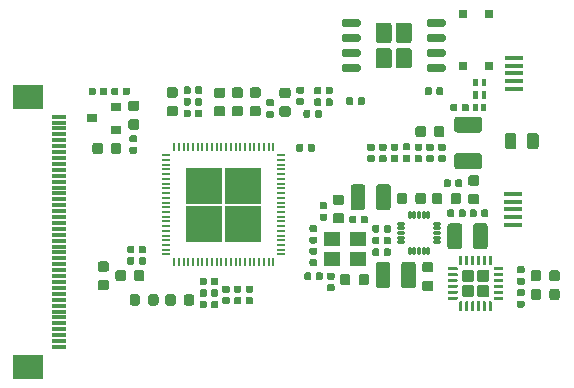
<source format=gbr>
G04 #@! TF.GenerationSoftware,KiCad,Pcbnew,(5.1.5)-3*
G04 #@! TF.CreationDate,2020-02-11T21:27:27+08:00*
G04 #@! TF.ProjectId,F1C200S_KIT,46314332-3030-4535-9f4b-49542e6b6963,V1.0*
G04 #@! TF.SameCoordinates,Original*
G04 #@! TF.FileFunction,Paste,Top*
G04 #@! TF.FilePolarity,Positive*
%FSLAX46Y46*%
G04 Gerber Fmt 4.6, Leading zero omitted, Abs format (unit mm)*
G04 Created by KiCad (PCBNEW (5.1.5)-3) date 2020-02-11 21:27:27*
%MOMM*%
%LPD*%
G04 APERTURE LIST*
%ADD10O,0.750000X0.200000*%
%ADD11O,0.200000X0.750000*%
%ADD12R,3.050000X3.050000*%
%ADD13C,0.100000*%
%ADD14R,0.700000X0.800000*%
%ADD15R,2.500000X2.000000*%
%ADD16R,1.250000X0.300000*%
%ADD17R,1.600000X0.400000*%
%ADD18R,1.400000X1.200000*%
%ADD19R,0.900000X0.800000*%
%ADD20O,0.800000X0.300000*%
%ADD21O,0.300000X0.800000*%
G04 APERTURE END LIST*
D10*
X156300000Y-112925000D03*
X156300000Y-113325000D03*
X156300000Y-113725000D03*
X156300000Y-114125000D03*
X156300000Y-114525000D03*
X156300000Y-114925000D03*
X156300000Y-115325000D03*
X156300000Y-115725000D03*
X156300000Y-116125000D03*
X156300000Y-116525000D03*
X156300000Y-116925000D03*
X156300000Y-117325000D03*
X156300000Y-117725000D03*
X156300000Y-118125000D03*
X156300000Y-118525000D03*
X156300000Y-118925000D03*
X156300000Y-119325000D03*
X156300000Y-119725000D03*
X156300000Y-120125000D03*
X156300000Y-120525000D03*
X156300000Y-120925000D03*
X156300000Y-121325000D03*
D11*
X156975000Y-122000000D03*
X157375000Y-122000000D03*
X157775000Y-122000000D03*
X158175000Y-122000000D03*
X158575000Y-122000000D03*
X158975000Y-122000000D03*
X159375000Y-122000000D03*
X159775000Y-122000000D03*
X160175000Y-122000000D03*
X160575000Y-122000000D03*
X160975000Y-122000000D03*
X161375000Y-122000000D03*
X161775000Y-122000000D03*
X162175000Y-122000000D03*
X162575000Y-122000000D03*
X162975000Y-122000000D03*
X163375000Y-122000000D03*
X163775000Y-122000000D03*
X164175000Y-122000000D03*
X164575000Y-122000000D03*
X164975000Y-122000000D03*
X165375000Y-122000000D03*
D10*
X166050000Y-121325000D03*
X166050000Y-120925000D03*
X166050000Y-120525000D03*
X166050000Y-120125000D03*
X166050000Y-119725000D03*
X166050000Y-119325000D03*
X166050000Y-118925000D03*
X166050000Y-118525000D03*
X166050000Y-118125000D03*
X166050000Y-117725000D03*
X166050000Y-117325000D03*
X166050000Y-116925000D03*
X166050000Y-116525000D03*
X166050000Y-116125000D03*
X166050000Y-115725000D03*
X166050000Y-115325000D03*
X166050000Y-114925000D03*
X166050000Y-114525000D03*
X166050000Y-114125000D03*
X166050000Y-113725000D03*
X166050000Y-113325000D03*
X166050000Y-112925000D03*
D11*
X165375000Y-112250000D03*
X164975000Y-112250000D03*
X164575000Y-112250000D03*
X164175000Y-112250000D03*
X163775000Y-112250000D03*
X163375000Y-112250000D03*
X162975000Y-112250000D03*
X162575000Y-112250000D03*
X162175000Y-112250000D03*
X161775000Y-112250000D03*
X161375000Y-112250000D03*
X160975000Y-112250000D03*
X160575000Y-112250000D03*
X160175000Y-112250000D03*
X159775000Y-112250000D03*
X159375000Y-112250000D03*
X158975000Y-112250000D03*
X158575000Y-112250000D03*
X158175000Y-112250000D03*
X157775000Y-112250000D03*
X157375000Y-112250000D03*
X156975000Y-112250000D03*
D12*
X159550000Y-115500000D03*
X159550000Y-118750000D03*
X162800000Y-115500000D03*
X162800000Y-118750000D03*
D13*
G36*
X153473958Y-120584710D02*
G01*
X153488276Y-120586834D01*
X153502317Y-120590351D01*
X153515946Y-120595228D01*
X153529031Y-120601417D01*
X153541447Y-120608858D01*
X153553073Y-120617481D01*
X153563798Y-120627202D01*
X153573519Y-120637927D01*
X153582142Y-120649553D01*
X153589583Y-120661969D01*
X153595772Y-120675054D01*
X153600649Y-120688683D01*
X153604166Y-120702724D01*
X153606290Y-120717042D01*
X153607000Y-120731500D01*
X153607000Y-121076500D01*
X153606290Y-121090958D01*
X153604166Y-121105276D01*
X153600649Y-121119317D01*
X153595772Y-121132946D01*
X153589583Y-121146031D01*
X153582142Y-121158447D01*
X153573519Y-121170073D01*
X153563798Y-121180798D01*
X153553073Y-121190519D01*
X153541447Y-121199142D01*
X153529031Y-121206583D01*
X153515946Y-121212772D01*
X153502317Y-121217649D01*
X153488276Y-121221166D01*
X153473958Y-121223290D01*
X153459500Y-121224000D01*
X153164500Y-121224000D01*
X153150042Y-121223290D01*
X153135724Y-121221166D01*
X153121683Y-121217649D01*
X153108054Y-121212772D01*
X153094969Y-121206583D01*
X153082553Y-121199142D01*
X153070927Y-121190519D01*
X153060202Y-121180798D01*
X153050481Y-121170073D01*
X153041858Y-121158447D01*
X153034417Y-121146031D01*
X153028228Y-121132946D01*
X153023351Y-121119317D01*
X153019834Y-121105276D01*
X153017710Y-121090958D01*
X153017000Y-121076500D01*
X153017000Y-120731500D01*
X153017710Y-120717042D01*
X153019834Y-120702724D01*
X153023351Y-120688683D01*
X153028228Y-120675054D01*
X153034417Y-120661969D01*
X153041858Y-120649553D01*
X153050481Y-120637927D01*
X153060202Y-120627202D01*
X153070927Y-120617481D01*
X153082553Y-120608858D01*
X153094969Y-120601417D01*
X153108054Y-120595228D01*
X153121683Y-120590351D01*
X153135724Y-120586834D01*
X153150042Y-120584710D01*
X153164500Y-120584000D01*
X153459500Y-120584000D01*
X153473958Y-120584710D01*
G37*
G36*
X154443958Y-120584710D02*
G01*
X154458276Y-120586834D01*
X154472317Y-120590351D01*
X154485946Y-120595228D01*
X154499031Y-120601417D01*
X154511447Y-120608858D01*
X154523073Y-120617481D01*
X154533798Y-120627202D01*
X154543519Y-120637927D01*
X154552142Y-120649553D01*
X154559583Y-120661969D01*
X154565772Y-120675054D01*
X154570649Y-120688683D01*
X154574166Y-120702724D01*
X154576290Y-120717042D01*
X154577000Y-120731500D01*
X154577000Y-121076500D01*
X154576290Y-121090958D01*
X154574166Y-121105276D01*
X154570649Y-121119317D01*
X154565772Y-121132946D01*
X154559583Y-121146031D01*
X154552142Y-121158447D01*
X154543519Y-121170073D01*
X154533798Y-121180798D01*
X154523073Y-121190519D01*
X154511447Y-121199142D01*
X154499031Y-121206583D01*
X154485946Y-121212772D01*
X154472317Y-121217649D01*
X154458276Y-121221166D01*
X154443958Y-121223290D01*
X154429500Y-121224000D01*
X154134500Y-121224000D01*
X154120042Y-121223290D01*
X154105724Y-121221166D01*
X154091683Y-121217649D01*
X154078054Y-121212772D01*
X154064969Y-121206583D01*
X154052553Y-121199142D01*
X154040927Y-121190519D01*
X154030202Y-121180798D01*
X154020481Y-121170073D01*
X154011858Y-121158447D01*
X154004417Y-121146031D01*
X153998228Y-121132946D01*
X153993351Y-121119317D01*
X153989834Y-121105276D01*
X153987710Y-121090958D01*
X153987000Y-121076500D01*
X153987000Y-120731500D01*
X153987710Y-120717042D01*
X153989834Y-120702724D01*
X153993351Y-120688683D01*
X153998228Y-120675054D01*
X154004417Y-120661969D01*
X154011858Y-120649553D01*
X154020481Y-120637927D01*
X154030202Y-120627202D01*
X154040927Y-120617481D01*
X154052553Y-120608858D01*
X154064969Y-120601417D01*
X154078054Y-120595228D01*
X154091683Y-120590351D01*
X154105724Y-120586834D01*
X154120042Y-120584710D01*
X154134500Y-120584000D01*
X154429500Y-120584000D01*
X154443958Y-120584710D01*
G37*
G36*
X152310191Y-111870253D02*
G01*
X152331426Y-111873403D01*
X152352250Y-111878619D01*
X152372462Y-111885851D01*
X152391868Y-111895030D01*
X152410281Y-111906066D01*
X152427524Y-111918854D01*
X152443430Y-111933270D01*
X152457846Y-111949176D01*
X152470634Y-111966419D01*
X152481670Y-111984832D01*
X152490849Y-112004238D01*
X152498081Y-112024450D01*
X152503297Y-112045274D01*
X152506447Y-112066509D01*
X152507500Y-112087950D01*
X152507500Y-112600450D01*
X152506447Y-112621891D01*
X152503297Y-112643126D01*
X152498081Y-112663950D01*
X152490849Y-112684162D01*
X152481670Y-112703568D01*
X152470634Y-112721981D01*
X152457846Y-112739224D01*
X152443430Y-112755130D01*
X152427524Y-112769546D01*
X152410281Y-112782334D01*
X152391868Y-112793370D01*
X152372462Y-112802549D01*
X152352250Y-112809781D01*
X152331426Y-112814997D01*
X152310191Y-112818147D01*
X152288750Y-112819200D01*
X151851250Y-112819200D01*
X151829809Y-112818147D01*
X151808574Y-112814997D01*
X151787750Y-112809781D01*
X151767538Y-112802549D01*
X151748132Y-112793370D01*
X151729719Y-112782334D01*
X151712476Y-112769546D01*
X151696570Y-112755130D01*
X151682154Y-112739224D01*
X151669366Y-112721981D01*
X151658330Y-112703568D01*
X151649151Y-112684162D01*
X151641919Y-112663950D01*
X151636703Y-112643126D01*
X151633553Y-112621891D01*
X151632500Y-112600450D01*
X151632500Y-112087950D01*
X151633553Y-112066509D01*
X151636703Y-112045274D01*
X151641919Y-112024450D01*
X151649151Y-112004238D01*
X151658330Y-111984832D01*
X151669366Y-111966419D01*
X151682154Y-111949176D01*
X151696570Y-111933270D01*
X151712476Y-111918854D01*
X151729719Y-111906066D01*
X151748132Y-111895030D01*
X151767538Y-111885851D01*
X151787750Y-111878619D01*
X151808574Y-111873403D01*
X151829809Y-111870253D01*
X151851250Y-111869200D01*
X152288750Y-111869200D01*
X152310191Y-111870253D01*
G37*
G36*
X150735191Y-111870253D02*
G01*
X150756426Y-111873403D01*
X150777250Y-111878619D01*
X150797462Y-111885851D01*
X150816868Y-111895030D01*
X150835281Y-111906066D01*
X150852524Y-111918854D01*
X150868430Y-111933270D01*
X150882846Y-111949176D01*
X150895634Y-111966419D01*
X150906670Y-111984832D01*
X150915849Y-112004238D01*
X150923081Y-112024450D01*
X150928297Y-112045274D01*
X150931447Y-112066509D01*
X150932500Y-112087950D01*
X150932500Y-112600450D01*
X150931447Y-112621891D01*
X150928297Y-112643126D01*
X150923081Y-112663950D01*
X150915849Y-112684162D01*
X150906670Y-112703568D01*
X150895634Y-112721981D01*
X150882846Y-112739224D01*
X150868430Y-112755130D01*
X150852524Y-112769546D01*
X150835281Y-112782334D01*
X150816868Y-112793370D01*
X150797462Y-112802549D01*
X150777250Y-112809781D01*
X150756426Y-112814997D01*
X150735191Y-112818147D01*
X150713750Y-112819200D01*
X150276250Y-112819200D01*
X150254809Y-112818147D01*
X150233574Y-112814997D01*
X150212750Y-112809781D01*
X150192538Y-112802549D01*
X150173132Y-112793370D01*
X150154719Y-112782334D01*
X150137476Y-112769546D01*
X150121570Y-112755130D01*
X150107154Y-112739224D01*
X150094366Y-112721981D01*
X150083330Y-112703568D01*
X150074151Y-112684162D01*
X150066919Y-112663950D01*
X150061703Y-112643126D01*
X150058553Y-112621891D01*
X150057500Y-112600450D01*
X150057500Y-112087950D01*
X150058553Y-112066509D01*
X150061703Y-112045274D01*
X150066919Y-112024450D01*
X150074151Y-112004238D01*
X150083330Y-111984832D01*
X150094366Y-111966419D01*
X150107154Y-111949176D01*
X150121570Y-111933270D01*
X150137476Y-111918854D01*
X150154719Y-111906066D01*
X150173132Y-111895030D01*
X150192538Y-111885851D01*
X150212750Y-111878619D01*
X150233574Y-111873403D01*
X150254809Y-111870253D01*
X150276250Y-111869200D01*
X150713750Y-111869200D01*
X150735191Y-111870253D01*
G37*
G36*
X170265758Y-107122710D02*
G01*
X170280076Y-107124834D01*
X170294117Y-107128351D01*
X170307746Y-107133228D01*
X170320831Y-107139417D01*
X170333247Y-107146858D01*
X170344873Y-107155481D01*
X170355598Y-107165202D01*
X170365319Y-107175927D01*
X170373942Y-107187553D01*
X170381383Y-107199969D01*
X170387572Y-107213054D01*
X170392449Y-107226683D01*
X170395966Y-107240724D01*
X170398090Y-107255042D01*
X170398800Y-107269500D01*
X170398800Y-107614500D01*
X170398090Y-107628958D01*
X170395966Y-107643276D01*
X170392449Y-107657317D01*
X170387572Y-107670946D01*
X170381383Y-107684031D01*
X170373942Y-107696447D01*
X170365319Y-107708073D01*
X170355598Y-107718798D01*
X170344873Y-107728519D01*
X170333247Y-107737142D01*
X170320831Y-107744583D01*
X170307746Y-107750772D01*
X170294117Y-107755649D01*
X170280076Y-107759166D01*
X170265758Y-107761290D01*
X170251300Y-107762000D01*
X169956300Y-107762000D01*
X169941842Y-107761290D01*
X169927524Y-107759166D01*
X169913483Y-107755649D01*
X169899854Y-107750772D01*
X169886769Y-107744583D01*
X169874353Y-107737142D01*
X169862727Y-107728519D01*
X169852002Y-107718798D01*
X169842281Y-107708073D01*
X169833658Y-107696447D01*
X169826217Y-107684031D01*
X169820028Y-107670946D01*
X169815151Y-107657317D01*
X169811634Y-107643276D01*
X169809510Y-107628958D01*
X169808800Y-107614500D01*
X169808800Y-107269500D01*
X169809510Y-107255042D01*
X169811634Y-107240724D01*
X169815151Y-107226683D01*
X169820028Y-107213054D01*
X169826217Y-107199969D01*
X169833658Y-107187553D01*
X169842281Y-107175927D01*
X169852002Y-107165202D01*
X169862727Y-107155481D01*
X169874353Y-107146858D01*
X169886769Y-107139417D01*
X169899854Y-107133228D01*
X169913483Y-107128351D01*
X169927524Y-107124834D01*
X169941842Y-107122710D01*
X169956300Y-107122000D01*
X170251300Y-107122000D01*
X170265758Y-107122710D01*
G37*
G36*
X169295758Y-107122710D02*
G01*
X169310076Y-107124834D01*
X169324117Y-107128351D01*
X169337746Y-107133228D01*
X169350831Y-107139417D01*
X169363247Y-107146858D01*
X169374873Y-107155481D01*
X169385598Y-107165202D01*
X169395319Y-107175927D01*
X169403942Y-107187553D01*
X169411383Y-107199969D01*
X169417572Y-107213054D01*
X169422449Y-107226683D01*
X169425966Y-107240724D01*
X169428090Y-107255042D01*
X169428800Y-107269500D01*
X169428800Y-107614500D01*
X169428090Y-107628958D01*
X169425966Y-107643276D01*
X169422449Y-107657317D01*
X169417572Y-107670946D01*
X169411383Y-107684031D01*
X169403942Y-107696447D01*
X169395319Y-107708073D01*
X169385598Y-107718798D01*
X169374873Y-107728519D01*
X169363247Y-107737142D01*
X169350831Y-107744583D01*
X169337746Y-107750772D01*
X169324117Y-107755649D01*
X169310076Y-107759166D01*
X169295758Y-107761290D01*
X169281300Y-107762000D01*
X168986300Y-107762000D01*
X168971842Y-107761290D01*
X168957524Y-107759166D01*
X168943483Y-107755649D01*
X168929854Y-107750772D01*
X168916769Y-107744583D01*
X168904353Y-107737142D01*
X168892727Y-107728519D01*
X168882002Y-107718798D01*
X168872281Y-107708073D01*
X168863658Y-107696447D01*
X168856217Y-107684031D01*
X168850028Y-107670946D01*
X168845151Y-107657317D01*
X168841634Y-107643276D01*
X168839510Y-107628958D01*
X168838800Y-107614500D01*
X168838800Y-107269500D01*
X168839510Y-107255042D01*
X168841634Y-107240724D01*
X168845151Y-107226683D01*
X168850028Y-107213054D01*
X168856217Y-107199969D01*
X168863658Y-107187553D01*
X168872281Y-107175927D01*
X168882002Y-107165202D01*
X168892727Y-107155481D01*
X168904353Y-107146858D01*
X168916769Y-107139417D01*
X168929854Y-107133228D01*
X168943483Y-107128351D01*
X168957524Y-107124834D01*
X168971842Y-107122710D01*
X168986300Y-107122000D01*
X169281300Y-107122000D01*
X169295758Y-107122710D01*
G37*
G36*
X182624291Y-116200453D02*
G01*
X182645526Y-116203603D01*
X182666350Y-116208819D01*
X182686562Y-116216051D01*
X182705968Y-116225230D01*
X182724381Y-116236266D01*
X182741624Y-116249054D01*
X182757530Y-116263470D01*
X182771946Y-116279376D01*
X182784734Y-116296619D01*
X182795770Y-116315032D01*
X182804949Y-116334438D01*
X182812181Y-116354650D01*
X182817397Y-116375474D01*
X182820547Y-116396709D01*
X182821600Y-116418150D01*
X182821600Y-116855650D01*
X182820547Y-116877091D01*
X182817397Y-116898326D01*
X182812181Y-116919150D01*
X182804949Y-116939362D01*
X182795770Y-116958768D01*
X182784734Y-116977181D01*
X182771946Y-116994424D01*
X182757530Y-117010330D01*
X182741624Y-117024746D01*
X182724381Y-117037534D01*
X182705968Y-117048570D01*
X182686562Y-117057749D01*
X182666350Y-117064981D01*
X182645526Y-117070197D01*
X182624291Y-117073347D01*
X182602850Y-117074400D01*
X182090350Y-117074400D01*
X182068909Y-117073347D01*
X182047674Y-117070197D01*
X182026850Y-117064981D01*
X182006638Y-117057749D01*
X181987232Y-117048570D01*
X181968819Y-117037534D01*
X181951576Y-117024746D01*
X181935670Y-117010330D01*
X181921254Y-116994424D01*
X181908466Y-116977181D01*
X181897430Y-116958768D01*
X181888251Y-116939362D01*
X181881019Y-116919150D01*
X181875803Y-116898326D01*
X181872653Y-116877091D01*
X181871600Y-116855650D01*
X181871600Y-116418150D01*
X181872653Y-116396709D01*
X181875803Y-116375474D01*
X181881019Y-116354650D01*
X181888251Y-116334438D01*
X181897430Y-116315032D01*
X181908466Y-116296619D01*
X181921254Y-116279376D01*
X181935670Y-116263470D01*
X181951576Y-116249054D01*
X181968819Y-116236266D01*
X181987232Y-116225230D01*
X182006638Y-116216051D01*
X182026850Y-116208819D01*
X182047674Y-116203603D01*
X182068909Y-116200453D01*
X182090350Y-116199400D01*
X182602850Y-116199400D01*
X182624291Y-116200453D01*
G37*
G36*
X182624291Y-114625453D02*
G01*
X182645526Y-114628603D01*
X182666350Y-114633819D01*
X182686562Y-114641051D01*
X182705968Y-114650230D01*
X182724381Y-114661266D01*
X182741624Y-114674054D01*
X182757530Y-114688470D01*
X182771946Y-114704376D01*
X182784734Y-114721619D01*
X182795770Y-114740032D01*
X182804949Y-114759438D01*
X182812181Y-114779650D01*
X182817397Y-114800474D01*
X182820547Y-114821709D01*
X182821600Y-114843150D01*
X182821600Y-115280650D01*
X182820547Y-115302091D01*
X182817397Y-115323326D01*
X182812181Y-115344150D01*
X182804949Y-115364362D01*
X182795770Y-115383768D01*
X182784734Y-115402181D01*
X182771946Y-115419424D01*
X182757530Y-115435330D01*
X182741624Y-115449746D01*
X182724381Y-115462534D01*
X182705968Y-115473570D01*
X182686562Y-115482749D01*
X182666350Y-115489981D01*
X182645526Y-115495197D01*
X182624291Y-115498347D01*
X182602850Y-115499400D01*
X182090350Y-115499400D01*
X182068909Y-115498347D01*
X182047674Y-115495197D01*
X182026850Y-115489981D01*
X182006638Y-115482749D01*
X181987232Y-115473570D01*
X181968819Y-115462534D01*
X181951576Y-115449746D01*
X181935670Y-115435330D01*
X181921254Y-115419424D01*
X181908466Y-115402181D01*
X181897430Y-115383768D01*
X181888251Y-115364362D01*
X181881019Y-115344150D01*
X181875803Y-115323326D01*
X181872653Y-115302091D01*
X181871600Y-115280650D01*
X181871600Y-114843150D01*
X181872653Y-114821709D01*
X181875803Y-114800474D01*
X181881019Y-114779650D01*
X181888251Y-114759438D01*
X181897430Y-114740032D01*
X181908466Y-114721619D01*
X181921254Y-114704376D01*
X181935670Y-114688470D01*
X181951576Y-114674054D01*
X181968819Y-114661266D01*
X181987232Y-114650230D01*
X182006638Y-114641051D01*
X182026850Y-114633819D01*
X182047674Y-114628603D01*
X182068909Y-114625453D01*
X182090350Y-114624400D01*
X182602850Y-114624400D01*
X182624291Y-114625453D01*
G37*
D14*
X181417400Y-105333800D03*
X183667400Y-105333800D03*
X181417400Y-100933800D03*
X183667400Y-100933800D03*
D15*
X144643400Y-130845400D03*
X144643400Y-107965400D03*
D16*
X147218400Y-129155400D03*
X147218400Y-128655400D03*
X147218400Y-128155400D03*
X147218400Y-127655400D03*
X147218400Y-127155400D03*
X147218400Y-126655400D03*
X147218400Y-126155400D03*
X147218400Y-125655400D03*
X147218400Y-125155400D03*
X147218400Y-124655400D03*
X147218400Y-124155400D03*
X147218400Y-123655400D03*
X147218400Y-123155400D03*
X147218400Y-122655400D03*
X147218400Y-122155400D03*
X147218400Y-121655400D03*
X147218400Y-121155400D03*
X147218400Y-120655400D03*
X147218400Y-120155400D03*
X147218400Y-119655400D03*
X147218400Y-119155400D03*
X147218400Y-118655400D03*
X147218400Y-118155400D03*
X147218400Y-117655400D03*
X147218400Y-117155400D03*
X147218400Y-116655400D03*
X147218400Y-116155400D03*
X147218400Y-115655400D03*
X147218400Y-115155400D03*
X147218400Y-114655400D03*
X147218400Y-114155400D03*
X147218400Y-113655400D03*
X147218400Y-113155400D03*
X147218400Y-112655400D03*
X147218400Y-112155400D03*
X147218400Y-111655400D03*
X147218400Y-111155400D03*
X147218400Y-110655400D03*
X147218400Y-110155400D03*
X147218400Y-109655400D03*
D13*
G36*
X177840558Y-111937110D02*
G01*
X177854876Y-111939234D01*
X177868917Y-111942751D01*
X177882546Y-111947628D01*
X177895631Y-111953817D01*
X177908047Y-111961258D01*
X177919673Y-111969881D01*
X177930398Y-111979602D01*
X177940119Y-111990327D01*
X177948742Y-112001953D01*
X177956183Y-112014369D01*
X177962372Y-112027454D01*
X177967249Y-112041083D01*
X177970766Y-112055124D01*
X177972890Y-112069442D01*
X177973600Y-112083900D01*
X177973600Y-112378900D01*
X177972890Y-112393358D01*
X177970766Y-112407676D01*
X177967249Y-112421717D01*
X177962372Y-112435346D01*
X177956183Y-112448431D01*
X177948742Y-112460847D01*
X177940119Y-112472473D01*
X177930398Y-112483198D01*
X177919673Y-112492919D01*
X177908047Y-112501542D01*
X177895631Y-112508983D01*
X177882546Y-112515172D01*
X177868917Y-112520049D01*
X177854876Y-112523566D01*
X177840558Y-112525690D01*
X177826100Y-112526400D01*
X177481100Y-112526400D01*
X177466642Y-112525690D01*
X177452324Y-112523566D01*
X177438283Y-112520049D01*
X177424654Y-112515172D01*
X177411569Y-112508983D01*
X177399153Y-112501542D01*
X177387527Y-112492919D01*
X177376802Y-112483198D01*
X177367081Y-112472473D01*
X177358458Y-112460847D01*
X177351017Y-112448431D01*
X177344828Y-112435346D01*
X177339951Y-112421717D01*
X177336434Y-112407676D01*
X177334310Y-112393358D01*
X177333600Y-112378900D01*
X177333600Y-112083900D01*
X177334310Y-112069442D01*
X177336434Y-112055124D01*
X177339951Y-112041083D01*
X177344828Y-112027454D01*
X177351017Y-112014369D01*
X177358458Y-112001953D01*
X177367081Y-111990327D01*
X177376802Y-111979602D01*
X177387527Y-111969881D01*
X177399153Y-111961258D01*
X177411569Y-111953817D01*
X177424654Y-111947628D01*
X177438283Y-111942751D01*
X177452324Y-111939234D01*
X177466642Y-111937110D01*
X177481100Y-111936400D01*
X177826100Y-111936400D01*
X177840558Y-111937110D01*
G37*
G36*
X177840558Y-112907110D02*
G01*
X177854876Y-112909234D01*
X177868917Y-112912751D01*
X177882546Y-112917628D01*
X177895631Y-112923817D01*
X177908047Y-112931258D01*
X177919673Y-112939881D01*
X177930398Y-112949602D01*
X177940119Y-112960327D01*
X177948742Y-112971953D01*
X177956183Y-112984369D01*
X177962372Y-112997454D01*
X177967249Y-113011083D01*
X177970766Y-113025124D01*
X177972890Y-113039442D01*
X177973600Y-113053900D01*
X177973600Y-113348900D01*
X177972890Y-113363358D01*
X177970766Y-113377676D01*
X177967249Y-113391717D01*
X177962372Y-113405346D01*
X177956183Y-113418431D01*
X177948742Y-113430847D01*
X177940119Y-113442473D01*
X177930398Y-113453198D01*
X177919673Y-113462919D01*
X177908047Y-113471542D01*
X177895631Y-113478983D01*
X177882546Y-113485172D01*
X177868917Y-113490049D01*
X177854876Y-113493566D01*
X177840558Y-113495690D01*
X177826100Y-113496400D01*
X177481100Y-113496400D01*
X177466642Y-113495690D01*
X177452324Y-113493566D01*
X177438283Y-113490049D01*
X177424654Y-113485172D01*
X177411569Y-113478983D01*
X177399153Y-113471542D01*
X177387527Y-113462919D01*
X177376802Y-113453198D01*
X177367081Y-113442473D01*
X177358458Y-113430847D01*
X177351017Y-113418431D01*
X177344828Y-113405346D01*
X177339951Y-113391717D01*
X177336434Y-113377676D01*
X177334310Y-113363358D01*
X177333600Y-113348900D01*
X177333600Y-113053900D01*
X177334310Y-113039442D01*
X177336434Y-113025124D01*
X177339951Y-113011083D01*
X177344828Y-112997454D01*
X177351017Y-112984369D01*
X177358458Y-112971953D01*
X177367081Y-112960327D01*
X177376802Y-112949602D01*
X177387527Y-112939881D01*
X177399153Y-112931258D01*
X177411569Y-112923817D01*
X177424654Y-112917628D01*
X177438283Y-112912751D01*
X177452324Y-112909234D01*
X177466642Y-112907110D01*
X177481100Y-112906400D01*
X177826100Y-112906400D01*
X177840558Y-112907110D01*
G37*
G36*
X174830558Y-112917110D02*
G01*
X174844876Y-112919234D01*
X174858917Y-112922751D01*
X174872546Y-112927628D01*
X174885631Y-112933817D01*
X174898047Y-112941258D01*
X174909673Y-112949881D01*
X174920398Y-112959602D01*
X174930119Y-112970327D01*
X174938742Y-112981953D01*
X174946183Y-112994369D01*
X174952372Y-113007454D01*
X174957249Y-113021083D01*
X174960766Y-113035124D01*
X174962890Y-113049442D01*
X174963600Y-113063900D01*
X174963600Y-113358900D01*
X174962890Y-113373358D01*
X174960766Y-113387676D01*
X174957249Y-113401717D01*
X174952372Y-113415346D01*
X174946183Y-113428431D01*
X174938742Y-113440847D01*
X174930119Y-113452473D01*
X174920398Y-113463198D01*
X174909673Y-113472919D01*
X174898047Y-113481542D01*
X174885631Y-113488983D01*
X174872546Y-113495172D01*
X174858917Y-113500049D01*
X174844876Y-113503566D01*
X174830558Y-113505690D01*
X174816100Y-113506400D01*
X174471100Y-113506400D01*
X174456642Y-113505690D01*
X174442324Y-113503566D01*
X174428283Y-113500049D01*
X174414654Y-113495172D01*
X174401569Y-113488983D01*
X174389153Y-113481542D01*
X174377527Y-113472919D01*
X174366802Y-113463198D01*
X174357081Y-113452473D01*
X174348458Y-113440847D01*
X174341017Y-113428431D01*
X174334828Y-113415346D01*
X174329951Y-113401717D01*
X174326434Y-113387676D01*
X174324310Y-113373358D01*
X174323600Y-113358900D01*
X174323600Y-113063900D01*
X174324310Y-113049442D01*
X174326434Y-113035124D01*
X174329951Y-113021083D01*
X174334828Y-113007454D01*
X174341017Y-112994369D01*
X174348458Y-112981953D01*
X174357081Y-112970327D01*
X174366802Y-112959602D01*
X174377527Y-112949881D01*
X174389153Y-112941258D01*
X174401569Y-112933817D01*
X174414654Y-112927628D01*
X174428283Y-112922751D01*
X174442324Y-112919234D01*
X174456642Y-112917110D01*
X174471100Y-112916400D01*
X174816100Y-112916400D01*
X174830558Y-112917110D01*
G37*
G36*
X174830558Y-111947110D02*
G01*
X174844876Y-111949234D01*
X174858917Y-111952751D01*
X174872546Y-111957628D01*
X174885631Y-111963817D01*
X174898047Y-111971258D01*
X174909673Y-111979881D01*
X174920398Y-111989602D01*
X174930119Y-112000327D01*
X174938742Y-112011953D01*
X174946183Y-112024369D01*
X174952372Y-112037454D01*
X174957249Y-112051083D01*
X174960766Y-112065124D01*
X174962890Y-112079442D01*
X174963600Y-112093900D01*
X174963600Y-112388900D01*
X174962890Y-112403358D01*
X174960766Y-112417676D01*
X174957249Y-112431717D01*
X174952372Y-112445346D01*
X174946183Y-112458431D01*
X174938742Y-112470847D01*
X174930119Y-112482473D01*
X174920398Y-112493198D01*
X174909673Y-112502919D01*
X174898047Y-112511542D01*
X174885631Y-112518983D01*
X174872546Y-112525172D01*
X174858917Y-112530049D01*
X174844876Y-112533566D01*
X174830558Y-112535690D01*
X174816100Y-112536400D01*
X174471100Y-112536400D01*
X174456642Y-112535690D01*
X174442324Y-112533566D01*
X174428283Y-112530049D01*
X174414654Y-112525172D01*
X174401569Y-112518983D01*
X174389153Y-112511542D01*
X174377527Y-112502919D01*
X174366802Y-112493198D01*
X174357081Y-112482473D01*
X174348458Y-112470847D01*
X174341017Y-112458431D01*
X174334828Y-112445346D01*
X174329951Y-112431717D01*
X174326434Y-112417676D01*
X174324310Y-112403358D01*
X174323600Y-112388900D01*
X174323600Y-112093900D01*
X174324310Y-112079442D01*
X174326434Y-112065124D01*
X174329951Y-112051083D01*
X174334828Y-112037454D01*
X174341017Y-112024369D01*
X174348458Y-112011953D01*
X174357081Y-112000327D01*
X174366802Y-111989602D01*
X174377527Y-111979881D01*
X174389153Y-111971258D01*
X174401569Y-111963817D01*
X174414654Y-111957628D01*
X174428283Y-111952751D01*
X174442324Y-111949234D01*
X174456642Y-111947110D01*
X174471100Y-111946400D01*
X174816100Y-111946400D01*
X174830558Y-111947110D01*
G37*
G36*
X176830558Y-111922110D02*
G01*
X176844876Y-111924234D01*
X176858917Y-111927751D01*
X176872546Y-111932628D01*
X176885631Y-111938817D01*
X176898047Y-111946258D01*
X176909673Y-111954881D01*
X176920398Y-111964602D01*
X176930119Y-111975327D01*
X176938742Y-111986953D01*
X176946183Y-111999369D01*
X176952372Y-112012454D01*
X176957249Y-112026083D01*
X176960766Y-112040124D01*
X176962890Y-112054442D01*
X176963600Y-112068900D01*
X176963600Y-112363900D01*
X176962890Y-112378358D01*
X176960766Y-112392676D01*
X176957249Y-112406717D01*
X176952372Y-112420346D01*
X176946183Y-112433431D01*
X176938742Y-112445847D01*
X176930119Y-112457473D01*
X176920398Y-112468198D01*
X176909673Y-112477919D01*
X176898047Y-112486542D01*
X176885631Y-112493983D01*
X176872546Y-112500172D01*
X176858917Y-112505049D01*
X176844876Y-112508566D01*
X176830558Y-112510690D01*
X176816100Y-112511400D01*
X176471100Y-112511400D01*
X176456642Y-112510690D01*
X176442324Y-112508566D01*
X176428283Y-112505049D01*
X176414654Y-112500172D01*
X176401569Y-112493983D01*
X176389153Y-112486542D01*
X176377527Y-112477919D01*
X176366802Y-112468198D01*
X176357081Y-112457473D01*
X176348458Y-112445847D01*
X176341017Y-112433431D01*
X176334828Y-112420346D01*
X176329951Y-112406717D01*
X176326434Y-112392676D01*
X176324310Y-112378358D01*
X176323600Y-112363900D01*
X176323600Y-112068900D01*
X176324310Y-112054442D01*
X176326434Y-112040124D01*
X176329951Y-112026083D01*
X176334828Y-112012454D01*
X176341017Y-111999369D01*
X176348458Y-111986953D01*
X176357081Y-111975327D01*
X176366802Y-111964602D01*
X176377527Y-111954881D01*
X176389153Y-111946258D01*
X176401569Y-111938817D01*
X176414654Y-111932628D01*
X176428283Y-111927751D01*
X176442324Y-111924234D01*
X176456642Y-111922110D01*
X176471100Y-111921400D01*
X176816100Y-111921400D01*
X176830558Y-111922110D01*
G37*
G36*
X176830558Y-112892110D02*
G01*
X176844876Y-112894234D01*
X176858917Y-112897751D01*
X176872546Y-112902628D01*
X176885631Y-112908817D01*
X176898047Y-112916258D01*
X176909673Y-112924881D01*
X176920398Y-112934602D01*
X176930119Y-112945327D01*
X176938742Y-112956953D01*
X176946183Y-112969369D01*
X176952372Y-112982454D01*
X176957249Y-112996083D01*
X176960766Y-113010124D01*
X176962890Y-113024442D01*
X176963600Y-113038900D01*
X176963600Y-113333900D01*
X176962890Y-113348358D01*
X176960766Y-113362676D01*
X176957249Y-113376717D01*
X176952372Y-113390346D01*
X176946183Y-113403431D01*
X176938742Y-113415847D01*
X176930119Y-113427473D01*
X176920398Y-113438198D01*
X176909673Y-113447919D01*
X176898047Y-113456542D01*
X176885631Y-113463983D01*
X176872546Y-113470172D01*
X176858917Y-113475049D01*
X176844876Y-113478566D01*
X176830558Y-113480690D01*
X176816100Y-113481400D01*
X176471100Y-113481400D01*
X176456642Y-113480690D01*
X176442324Y-113478566D01*
X176428283Y-113475049D01*
X176414654Y-113470172D01*
X176401569Y-113463983D01*
X176389153Y-113456542D01*
X176377527Y-113447919D01*
X176366802Y-113438198D01*
X176357081Y-113427473D01*
X176348458Y-113415847D01*
X176341017Y-113403431D01*
X176334828Y-113390346D01*
X176329951Y-113376717D01*
X176326434Y-113362676D01*
X176324310Y-113348358D01*
X176323600Y-113333900D01*
X176323600Y-113038900D01*
X176324310Y-113024442D01*
X176326434Y-113010124D01*
X176329951Y-112996083D01*
X176334828Y-112982454D01*
X176341017Y-112969369D01*
X176348458Y-112956953D01*
X176357081Y-112945327D01*
X176366802Y-112934602D01*
X176377527Y-112924881D01*
X176389153Y-112916258D01*
X176401569Y-112908817D01*
X176414654Y-112902628D01*
X176428283Y-112897751D01*
X176442324Y-112894234D01*
X176456642Y-112892110D01*
X176471100Y-112891400D01*
X176816100Y-112891400D01*
X176830558Y-112892110D01*
G37*
G36*
X173830558Y-111937110D02*
G01*
X173844876Y-111939234D01*
X173858917Y-111942751D01*
X173872546Y-111947628D01*
X173885631Y-111953817D01*
X173898047Y-111961258D01*
X173909673Y-111969881D01*
X173920398Y-111979602D01*
X173930119Y-111990327D01*
X173938742Y-112001953D01*
X173946183Y-112014369D01*
X173952372Y-112027454D01*
X173957249Y-112041083D01*
X173960766Y-112055124D01*
X173962890Y-112069442D01*
X173963600Y-112083900D01*
X173963600Y-112378900D01*
X173962890Y-112393358D01*
X173960766Y-112407676D01*
X173957249Y-112421717D01*
X173952372Y-112435346D01*
X173946183Y-112448431D01*
X173938742Y-112460847D01*
X173930119Y-112472473D01*
X173920398Y-112483198D01*
X173909673Y-112492919D01*
X173898047Y-112501542D01*
X173885631Y-112508983D01*
X173872546Y-112515172D01*
X173858917Y-112520049D01*
X173844876Y-112523566D01*
X173830558Y-112525690D01*
X173816100Y-112526400D01*
X173471100Y-112526400D01*
X173456642Y-112525690D01*
X173442324Y-112523566D01*
X173428283Y-112520049D01*
X173414654Y-112515172D01*
X173401569Y-112508983D01*
X173389153Y-112501542D01*
X173377527Y-112492919D01*
X173366802Y-112483198D01*
X173357081Y-112472473D01*
X173348458Y-112460847D01*
X173341017Y-112448431D01*
X173334828Y-112435346D01*
X173329951Y-112421717D01*
X173326434Y-112407676D01*
X173324310Y-112393358D01*
X173323600Y-112378900D01*
X173323600Y-112083900D01*
X173324310Y-112069442D01*
X173326434Y-112055124D01*
X173329951Y-112041083D01*
X173334828Y-112027454D01*
X173341017Y-112014369D01*
X173348458Y-112001953D01*
X173357081Y-111990327D01*
X173366802Y-111979602D01*
X173377527Y-111969881D01*
X173389153Y-111961258D01*
X173401569Y-111953817D01*
X173414654Y-111947628D01*
X173428283Y-111942751D01*
X173442324Y-111939234D01*
X173456642Y-111937110D01*
X173471100Y-111936400D01*
X173816100Y-111936400D01*
X173830558Y-111937110D01*
G37*
G36*
X173830558Y-112907110D02*
G01*
X173844876Y-112909234D01*
X173858917Y-112912751D01*
X173872546Y-112917628D01*
X173885631Y-112923817D01*
X173898047Y-112931258D01*
X173909673Y-112939881D01*
X173920398Y-112949602D01*
X173930119Y-112960327D01*
X173938742Y-112971953D01*
X173946183Y-112984369D01*
X173952372Y-112997454D01*
X173957249Y-113011083D01*
X173960766Y-113025124D01*
X173962890Y-113039442D01*
X173963600Y-113053900D01*
X173963600Y-113348900D01*
X173962890Y-113363358D01*
X173960766Y-113377676D01*
X173957249Y-113391717D01*
X173952372Y-113405346D01*
X173946183Y-113418431D01*
X173938742Y-113430847D01*
X173930119Y-113442473D01*
X173920398Y-113453198D01*
X173909673Y-113462919D01*
X173898047Y-113471542D01*
X173885631Y-113478983D01*
X173872546Y-113485172D01*
X173858917Y-113490049D01*
X173844876Y-113493566D01*
X173830558Y-113495690D01*
X173816100Y-113496400D01*
X173471100Y-113496400D01*
X173456642Y-113495690D01*
X173442324Y-113493566D01*
X173428283Y-113490049D01*
X173414654Y-113485172D01*
X173401569Y-113478983D01*
X173389153Y-113471542D01*
X173377527Y-113462919D01*
X173366802Y-113453198D01*
X173357081Y-113442473D01*
X173348458Y-113430847D01*
X173341017Y-113418431D01*
X173334828Y-113405346D01*
X173329951Y-113391717D01*
X173326434Y-113377676D01*
X173324310Y-113363358D01*
X173323600Y-113348900D01*
X173323600Y-113053900D01*
X173324310Y-113039442D01*
X173326434Y-113025124D01*
X173329951Y-113011083D01*
X173334828Y-112997454D01*
X173341017Y-112984369D01*
X173348458Y-112971953D01*
X173357081Y-112960327D01*
X173366802Y-112949602D01*
X173377527Y-112939881D01*
X173389153Y-112931258D01*
X173401569Y-112923817D01*
X173414654Y-112917628D01*
X173428283Y-112912751D01*
X173442324Y-112909234D01*
X173456642Y-112907110D01*
X173471100Y-112906400D01*
X173816100Y-112906400D01*
X173830558Y-112907110D01*
G37*
G36*
X175820558Y-111937110D02*
G01*
X175834876Y-111939234D01*
X175848917Y-111942751D01*
X175862546Y-111947628D01*
X175875631Y-111953817D01*
X175888047Y-111961258D01*
X175899673Y-111969881D01*
X175910398Y-111979602D01*
X175920119Y-111990327D01*
X175928742Y-112001953D01*
X175936183Y-112014369D01*
X175942372Y-112027454D01*
X175947249Y-112041083D01*
X175950766Y-112055124D01*
X175952890Y-112069442D01*
X175953600Y-112083900D01*
X175953600Y-112378900D01*
X175952890Y-112393358D01*
X175950766Y-112407676D01*
X175947249Y-112421717D01*
X175942372Y-112435346D01*
X175936183Y-112448431D01*
X175928742Y-112460847D01*
X175920119Y-112472473D01*
X175910398Y-112483198D01*
X175899673Y-112492919D01*
X175888047Y-112501542D01*
X175875631Y-112508983D01*
X175862546Y-112515172D01*
X175848917Y-112520049D01*
X175834876Y-112523566D01*
X175820558Y-112525690D01*
X175806100Y-112526400D01*
X175461100Y-112526400D01*
X175446642Y-112525690D01*
X175432324Y-112523566D01*
X175418283Y-112520049D01*
X175404654Y-112515172D01*
X175391569Y-112508983D01*
X175379153Y-112501542D01*
X175367527Y-112492919D01*
X175356802Y-112483198D01*
X175347081Y-112472473D01*
X175338458Y-112460847D01*
X175331017Y-112448431D01*
X175324828Y-112435346D01*
X175319951Y-112421717D01*
X175316434Y-112407676D01*
X175314310Y-112393358D01*
X175313600Y-112378900D01*
X175313600Y-112083900D01*
X175314310Y-112069442D01*
X175316434Y-112055124D01*
X175319951Y-112041083D01*
X175324828Y-112027454D01*
X175331017Y-112014369D01*
X175338458Y-112001953D01*
X175347081Y-111990327D01*
X175356802Y-111979602D01*
X175367527Y-111969881D01*
X175379153Y-111961258D01*
X175391569Y-111953817D01*
X175404654Y-111947628D01*
X175418283Y-111942751D01*
X175432324Y-111939234D01*
X175446642Y-111937110D01*
X175461100Y-111936400D01*
X175806100Y-111936400D01*
X175820558Y-111937110D01*
G37*
G36*
X175820558Y-112907110D02*
G01*
X175834876Y-112909234D01*
X175848917Y-112912751D01*
X175862546Y-112917628D01*
X175875631Y-112923817D01*
X175888047Y-112931258D01*
X175899673Y-112939881D01*
X175910398Y-112949602D01*
X175920119Y-112960327D01*
X175928742Y-112971953D01*
X175936183Y-112984369D01*
X175942372Y-112997454D01*
X175947249Y-113011083D01*
X175950766Y-113025124D01*
X175952890Y-113039442D01*
X175953600Y-113053900D01*
X175953600Y-113348900D01*
X175952890Y-113363358D01*
X175950766Y-113377676D01*
X175947249Y-113391717D01*
X175942372Y-113405346D01*
X175936183Y-113418431D01*
X175928742Y-113430847D01*
X175920119Y-113442473D01*
X175910398Y-113453198D01*
X175899673Y-113462919D01*
X175888047Y-113471542D01*
X175875631Y-113478983D01*
X175862546Y-113485172D01*
X175848917Y-113490049D01*
X175834876Y-113493566D01*
X175820558Y-113495690D01*
X175806100Y-113496400D01*
X175461100Y-113496400D01*
X175446642Y-113495690D01*
X175432324Y-113493566D01*
X175418283Y-113490049D01*
X175404654Y-113485172D01*
X175391569Y-113478983D01*
X175379153Y-113471542D01*
X175367527Y-113462919D01*
X175356802Y-113453198D01*
X175347081Y-113442473D01*
X175338458Y-113430847D01*
X175331017Y-113418431D01*
X175324828Y-113405346D01*
X175319951Y-113391717D01*
X175316434Y-113377676D01*
X175314310Y-113363358D01*
X175313600Y-113348900D01*
X175313600Y-113053900D01*
X175314310Y-113039442D01*
X175316434Y-113025124D01*
X175319951Y-113011083D01*
X175324828Y-112997454D01*
X175331017Y-112984369D01*
X175338458Y-112971953D01*
X175347081Y-112960327D01*
X175356802Y-112949602D01*
X175367527Y-112939881D01*
X175379153Y-112931258D01*
X175391569Y-112923817D01*
X175404654Y-112917628D01*
X175418283Y-112912751D01*
X175432324Y-112909234D01*
X175446642Y-112907110D01*
X175461100Y-112906400D01*
X175806100Y-112906400D01*
X175820558Y-112907110D01*
G37*
D17*
X185706000Y-116200000D03*
X185706000Y-116850000D03*
X185706000Y-118800000D03*
X185706000Y-118150000D03*
X185706000Y-117500000D03*
D13*
G36*
X181062891Y-116112053D02*
G01*
X181084126Y-116115203D01*
X181104950Y-116120419D01*
X181125162Y-116127651D01*
X181144568Y-116136830D01*
X181162981Y-116147866D01*
X181180224Y-116160654D01*
X181196130Y-116175070D01*
X181210546Y-116190976D01*
X181223334Y-116208219D01*
X181234370Y-116226632D01*
X181243549Y-116246038D01*
X181250781Y-116266250D01*
X181255997Y-116287074D01*
X181259147Y-116308309D01*
X181260200Y-116329750D01*
X181260200Y-116842250D01*
X181259147Y-116863691D01*
X181255997Y-116884926D01*
X181250781Y-116905750D01*
X181243549Y-116925962D01*
X181234370Y-116945368D01*
X181223334Y-116963781D01*
X181210546Y-116981024D01*
X181196130Y-116996930D01*
X181180224Y-117011346D01*
X181162981Y-117024134D01*
X181144568Y-117035170D01*
X181125162Y-117044349D01*
X181104950Y-117051581D01*
X181084126Y-117056797D01*
X181062891Y-117059947D01*
X181041450Y-117061000D01*
X180603950Y-117061000D01*
X180582509Y-117059947D01*
X180561274Y-117056797D01*
X180540450Y-117051581D01*
X180520238Y-117044349D01*
X180500832Y-117035170D01*
X180482419Y-117024134D01*
X180465176Y-117011346D01*
X180449270Y-116996930D01*
X180434854Y-116981024D01*
X180422066Y-116963781D01*
X180411030Y-116945368D01*
X180401851Y-116925962D01*
X180394619Y-116905750D01*
X180389403Y-116884926D01*
X180386253Y-116863691D01*
X180385200Y-116842250D01*
X180385200Y-116329750D01*
X180386253Y-116308309D01*
X180389403Y-116287074D01*
X180394619Y-116266250D01*
X180401851Y-116246038D01*
X180411030Y-116226632D01*
X180422066Y-116208219D01*
X180434854Y-116190976D01*
X180449270Y-116175070D01*
X180465176Y-116160654D01*
X180482419Y-116147866D01*
X180500832Y-116136830D01*
X180520238Y-116127651D01*
X180540450Y-116120419D01*
X180561274Y-116115203D01*
X180582509Y-116112053D01*
X180603950Y-116111000D01*
X181041450Y-116111000D01*
X181062891Y-116112053D01*
G37*
G36*
X179487891Y-116112053D02*
G01*
X179509126Y-116115203D01*
X179529950Y-116120419D01*
X179550162Y-116127651D01*
X179569568Y-116136830D01*
X179587981Y-116147866D01*
X179605224Y-116160654D01*
X179621130Y-116175070D01*
X179635546Y-116190976D01*
X179648334Y-116208219D01*
X179659370Y-116226632D01*
X179668549Y-116246038D01*
X179675781Y-116266250D01*
X179680997Y-116287074D01*
X179684147Y-116308309D01*
X179685200Y-116329750D01*
X179685200Y-116842250D01*
X179684147Y-116863691D01*
X179680997Y-116884926D01*
X179675781Y-116905750D01*
X179668549Y-116925962D01*
X179659370Y-116945368D01*
X179648334Y-116963781D01*
X179635546Y-116981024D01*
X179621130Y-116996930D01*
X179605224Y-117011346D01*
X179587981Y-117024134D01*
X179569568Y-117035170D01*
X179550162Y-117044349D01*
X179529950Y-117051581D01*
X179509126Y-117056797D01*
X179487891Y-117059947D01*
X179466450Y-117061000D01*
X179028950Y-117061000D01*
X179007509Y-117059947D01*
X178986274Y-117056797D01*
X178965450Y-117051581D01*
X178945238Y-117044349D01*
X178925832Y-117035170D01*
X178907419Y-117024134D01*
X178890176Y-117011346D01*
X178874270Y-116996930D01*
X178859854Y-116981024D01*
X178847066Y-116963781D01*
X178836030Y-116945368D01*
X178826851Y-116925962D01*
X178819619Y-116905750D01*
X178814403Y-116884926D01*
X178811253Y-116863691D01*
X178810200Y-116842250D01*
X178810200Y-116329750D01*
X178811253Y-116308309D01*
X178814403Y-116287074D01*
X178819619Y-116266250D01*
X178826851Y-116246038D01*
X178836030Y-116226632D01*
X178847066Y-116208219D01*
X178859854Y-116190976D01*
X178874270Y-116175070D01*
X178890176Y-116160654D01*
X178907419Y-116147866D01*
X178925832Y-116136830D01*
X178945238Y-116127651D01*
X178965450Y-116120419D01*
X178986274Y-116115203D01*
X179007509Y-116112053D01*
X179028950Y-116111000D01*
X179466450Y-116111000D01*
X179487891Y-116112053D01*
G37*
G36*
X177219504Y-121961204D02*
G01*
X177243773Y-121964804D01*
X177267571Y-121970765D01*
X177290671Y-121979030D01*
X177312849Y-121989520D01*
X177333893Y-122002133D01*
X177353598Y-122016747D01*
X177371777Y-122033223D01*
X177388253Y-122051402D01*
X177402867Y-122071107D01*
X177415480Y-122092151D01*
X177425970Y-122114329D01*
X177434235Y-122137429D01*
X177440196Y-122161227D01*
X177443796Y-122185496D01*
X177445000Y-122210000D01*
X177445000Y-123910000D01*
X177443796Y-123934504D01*
X177440196Y-123958773D01*
X177434235Y-123982571D01*
X177425970Y-124005671D01*
X177415480Y-124027849D01*
X177402867Y-124048893D01*
X177388253Y-124068598D01*
X177371777Y-124086777D01*
X177353598Y-124103253D01*
X177333893Y-124117867D01*
X177312849Y-124130480D01*
X177290671Y-124140970D01*
X177267571Y-124149235D01*
X177243773Y-124155196D01*
X177219504Y-124158796D01*
X177195000Y-124160000D01*
X176445000Y-124160000D01*
X176420496Y-124158796D01*
X176396227Y-124155196D01*
X176372429Y-124149235D01*
X176349329Y-124140970D01*
X176327151Y-124130480D01*
X176306107Y-124117867D01*
X176286402Y-124103253D01*
X176268223Y-124086777D01*
X176251747Y-124068598D01*
X176237133Y-124048893D01*
X176224520Y-124027849D01*
X176214030Y-124005671D01*
X176205765Y-123982571D01*
X176199804Y-123958773D01*
X176196204Y-123934504D01*
X176195000Y-123910000D01*
X176195000Y-122210000D01*
X176196204Y-122185496D01*
X176199804Y-122161227D01*
X176205765Y-122137429D01*
X176214030Y-122114329D01*
X176224520Y-122092151D01*
X176237133Y-122071107D01*
X176251747Y-122051402D01*
X176268223Y-122033223D01*
X176286402Y-122016747D01*
X176306107Y-122002133D01*
X176327151Y-121989520D01*
X176349329Y-121979030D01*
X176372429Y-121970765D01*
X176396227Y-121964804D01*
X176420496Y-121961204D01*
X176445000Y-121960000D01*
X177195000Y-121960000D01*
X177219504Y-121961204D01*
G37*
G36*
X175069504Y-121961204D02*
G01*
X175093773Y-121964804D01*
X175117571Y-121970765D01*
X175140671Y-121979030D01*
X175162849Y-121989520D01*
X175183893Y-122002133D01*
X175203598Y-122016747D01*
X175221777Y-122033223D01*
X175238253Y-122051402D01*
X175252867Y-122071107D01*
X175265480Y-122092151D01*
X175275970Y-122114329D01*
X175284235Y-122137429D01*
X175290196Y-122161227D01*
X175293796Y-122185496D01*
X175295000Y-122210000D01*
X175295000Y-123910000D01*
X175293796Y-123934504D01*
X175290196Y-123958773D01*
X175284235Y-123982571D01*
X175275970Y-124005671D01*
X175265480Y-124027849D01*
X175252867Y-124048893D01*
X175238253Y-124068598D01*
X175221777Y-124086777D01*
X175203598Y-124103253D01*
X175183893Y-124117867D01*
X175162849Y-124130480D01*
X175140671Y-124140970D01*
X175117571Y-124149235D01*
X175093773Y-124155196D01*
X175069504Y-124158796D01*
X175045000Y-124160000D01*
X174295000Y-124160000D01*
X174270496Y-124158796D01*
X174246227Y-124155196D01*
X174222429Y-124149235D01*
X174199329Y-124140970D01*
X174177151Y-124130480D01*
X174156107Y-124117867D01*
X174136402Y-124103253D01*
X174118223Y-124086777D01*
X174101747Y-124068598D01*
X174087133Y-124048893D01*
X174074520Y-124027849D01*
X174064030Y-124005671D01*
X174055765Y-123982571D01*
X174049804Y-123958773D01*
X174046204Y-123934504D01*
X174045000Y-123910000D01*
X174045000Y-122210000D01*
X174046204Y-122185496D01*
X174049804Y-122161227D01*
X174055765Y-122137429D01*
X174064030Y-122114329D01*
X174074520Y-122092151D01*
X174087133Y-122071107D01*
X174101747Y-122051402D01*
X174118223Y-122033223D01*
X174136402Y-122016747D01*
X174156107Y-122002133D01*
X174177151Y-121989520D01*
X174199329Y-121979030D01*
X174222429Y-121970765D01*
X174246227Y-121964804D01*
X174270496Y-121961204D01*
X174295000Y-121960000D01*
X175045000Y-121960000D01*
X175069504Y-121961204D01*
G37*
G36*
X185740742Y-111035774D02*
G01*
X185764403Y-111039284D01*
X185787607Y-111045096D01*
X185810129Y-111053154D01*
X185831753Y-111063382D01*
X185852270Y-111075679D01*
X185871483Y-111089929D01*
X185889207Y-111105993D01*
X185905271Y-111123717D01*
X185919521Y-111142930D01*
X185931818Y-111163447D01*
X185942046Y-111185071D01*
X185950104Y-111207593D01*
X185955916Y-111230797D01*
X185959426Y-111254458D01*
X185960600Y-111278350D01*
X185960600Y-112190850D01*
X185959426Y-112214742D01*
X185955916Y-112238403D01*
X185950104Y-112261607D01*
X185942046Y-112284129D01*
X185931818Y-112305753D01*
X185919521Y-112326270D01*
X185905271Y-112345483D01*
X185889207Y-112363207D01*
X185871483Y-112379271D01*
X185852270Y-112393521D01*
X185831753Y-112405818D01*
X185810129Y-112416046D01*
X185787607Y-112424104D01*
X185764403Y-112429916D01*
X185740742Y-112433426D01*
X185716850Y-112434600D01*
X185229350Y-112434600D01*
X185205458Y-112433426D01*
X185181797Y-112429916D01*
X185158593Y-112424104D01*
X185136071Y-112416046D01*
X185114447Y-112405818D01*
X185093930Y-112393521D01*
X185074717Y-112379271D01*
X185056993Y-112363207D01*
X185040929Y-112345483D01*
X185026679Y-112326270D01*
X185014382Y-112305753D01*
X185004154Y-112284129D01*
X184996096Y-112261607D01*
X184990284Y-112238403D01*
X184986774Y-112214742D01*
X184985600Y-112190850D01*
X184985600Y-111278350D01*
X184986774Y-111254458D01*
X184990284Y-111230797D01*
X184996096Y-111207593D01*
X185004154Y-111185071D01*
X185014382Y-111163447D01*
X185026679Y-111142930D01*
X185040929Y-111123717D01*
X185056993Y-111105993D01*
X185074717Y-111089929D01*
X185093930Y-111075679D01*
X185114447Y-111063382D01*
X185136071Y-111053154D01*
X185158593Y-111045096D01*
X185181797Y-111039284D01*
X185205458Y-111035774D01*
X185229350Y-111034600D01*
X185716850Y-111034600D01*
X185740742Y-111035774D01*
G37*
G36*
X187615742Y-111035774D02*
G01*
X187639403Y-111039284D01*
X187662607Y-111045096D01*
X187685129Y-111053154D01*
X187706753Y-111063382D01*
X187727270Y-111075679D01*
X187746483Y-111089929D01*
X187764207Y-111105993D01*
X187780271Y-111123717D01*
X187794521Y-111142930D01*
X187806818Y-111163447D01*
X187817046Y-111185071D01*
X187825104Y-111207593D01*
X187830916Y-111230797D01*
X187834426Y-111254458D01*
X187835600Y-111278350D01*
X187835600Y-112190850D01*
X187834426Y-112214742D01*
X187830916Y-112238403D01*
X187825104Y-112261607D01*
X187817046Y-112284129D01*
X187806818Y-112305753D01*
X187794521Y-112326270D01*
X187780271Y-112345483D01*
X187764207Y-112363207D01*
X187746483Y-112379271D01*
X187727270Y-112393521D01*
X187706753Y-112405818D01*
X187685129Y-112416046D01*
X187662607Y-112424104D01*
X187639403Y-112429916D01*
X187615742Y-112433426D01*
X187591850Y-112434600D01*
X187104350Y-112434600D01*
X187080458Y-112433426D01*
X187056797Y-112429916D01*
X187033593Y-112424104D01*
X187011071Y-112416046D01*
X186989447Y-112405818D01*
X186968930Y-112393521D01*
X186949717Y-112379271D01*
X186931993Y-112363207D01*
X186915929Y-112345483D01*
X186901679Y-112326270D01*
X186889382Y-112305753D01*
X186879154Y-112284129D01*
X186871096Y-112261607D01*
X186865284Y-112238403D01*
X186861774Y-112214742D01*
X186860600Y-112190850D01*
X186860600Y-111278350D01*
X186861774Y-111254458D01*
X186865284Y-111230797D01*
X186871096Y-111207593D01*
X186879154Y-111185071D01*
X186889382Y-111163447D01*
X186901679Y-111142930D01*
X186915929Y-111123717D01*
X186931993Y-111105993D01*
X186949717Y-111089929D01*
X186968930Y-111075679D01*
X186989447Y-111063382D01*
X187011071Y-111053154D01*
X187033593Y-111045096D01*
X187056797Y-111039284D01*
X187080458Y-111035774D01*
X187104350Y-111034600D01*
X187591850Y-111034600D01*
X187615742Y-111035774D01*
G37*
G36*
X157097691Y-107168553D02*
G01*
X157118926Y-107171703D01*
X157139750Y-107176919D01*
X157159962Y-107184151D01*
X157179368Y-107193330D01*
X157197781Y-107204366D01*
X157215024Y-107217154D01*
X157230930Y-107231570D01*
X157245346Y-107247476D01*
X157258134Y-107264719D01*
X157269170Y-107283132D01*
X157278349Y-107302538D01*
X157285581Y-107322750D01*
X157290797Y-107343574D01*
X157293947Y-107364809D01*
X157295000Y-107386250D01*
X157295000Y-107823750D01*
X157293947Y-107845191D01*
X157290797Y-107866426D01*
X157285581Y-107887250D01*
X157278349Y-107907462D01*
X157269170Y-107926868D01*
X157258134Y-107945281D01*
X157245346Y-107962524D01*
X157230930Y-107978430D01*
X157215024Y-107992846D01*
X157197781Y-108005634D01*
X157179368Y-108016670D01*
X157159962Y-108025849D01*
X157139750Y-108033081D01*
X157118926Y-108038297D01*
X157097691Y-108041447D01*
X157076250Y-108042500D01*
X156563750Y-108042500D01*
X156542309Y-108041447D01*
X156521074Y-108038297D01*
X156500250Y-108033081D01*
X156480038Y-108025849D01*
X156460632Y-108016670D01*
X156442219Y-108005634D01*
X156424976Y-107992846D01*
X156409070Y-107978430D01*
X156394654Y-107962524D01*
X156381866Y-107945281D01*
X156370830Y-107926868D01*
X156361651Y-107907462D01*
X156354419Y-107887250D01*
X156349203Y-107866426D01*
X156346053Y-107845191D01*
X156345000Y-107823750D01*
X156345000Y-107386250D01*
X156346053Y-107364809D01*
X156349203Y-107343574D01*
X156354419Y-107322750D01*
X156361651Y-107302538D01*
X156370830Y-107283132D01*
X156381866Y-107264719D01*
X156394654Y-107247476D01*
X156409070Y-107231570D01*
X156424976Y-107217154D01*
X156442219Y-107204366D01*
X156460632Y-107193330D01*
X156480038Y-107184151D01*
X156500250Y-107176919D01*
X156521074Y-107171703D01*
X156542309Y-107168553D01*
X156563750Y-107167500D01*
X157076250Y-107167500D01*
X157097691Y-107168553D01*
G37*
G36*
X157097691Y-108743553D02*
G01*
X157118926Y-108746703D01*
X157139750Y-108751919D01*
X157159962Y-108759151D01*
X157179368Y-108768330D01*
X157197781Y-108779366D01*
X157215024Y-108792154D01*
X157230930Y-108806570D01*
X157245346Y-108822476D01*
X157258134Y-108839719D01*
X157269170Y-108858132D01*
X157278349Y-108877538D01*
X157285581Y-108897750D01*
X157290797Y-108918574D01*
X157293947Y-108939809D01*
X157295000Y-108961250D01*
X157295000Y-109398750D01*
X157293947Y-109420191D01*
X157290797Y-109441426D01*
X157285581Y-109462250D01*
X157278349Y-109482462D01*
X157269170Y-109501868D01*
X157258134Y-109520281D01*
X157245346Y-109537524D01*
X157230930Y-109553430D01*
X157215024Y-109567846D01*
X157197781Y-109580634D01*
X157179368Y-109591670D01*
X157159962Y-109600849D01*
X157139750Y-109608081D01*
X157118926Y-109613297D01*
X157097691Y-109616447D01*
X157076250Y-109617500D01*
X156563750Y-109617500D01*
X156542309Y-109616447D01*
X156521074Y-109613297D01*
X156500250Y-109608081D01*
X156480038Y-109600849D01*
X156460632Y-109591670D01*
X156442219Y-109580634D01*
X156424976Y-109567846D01*
X156409070Y-109553430D01*
X156394654Y-109537524D01*
X156381866Y-109520281D01*
X156370830Y-109501868D01*
X156361651Y-109482462D01*
X156354419Y-109462250D01*
X156349203Y-109441426D01*
X156346053Y-109420191D01*
X156345000Y-109398750D01*
X156345000Y-108961250D01*
X156346053Y-108939809D01*
X156349203Y-108918574D01*
X156354419Y-108897750D01*
X156361651Y-108877538D01*
X156370830Y-108858132D01*
X156381866Y-108839719D01*
X156394654Y-108822476D01*
X156409070Y-108806570D01*
X156424976Y-108792154D01*
X156442219Y-108779366D01*
X156460632Y-108768330D01*
X156480038Y-108759151D01*
X156500250Y-108751919D01*
X156521074Y-108746703D01*
X156542309Y-108743553D01*
X156563750Y-108742500D01*
X157076250Y-108742500D01*
X157097691Y-108743553D01*
G37*
G36*
X164117691Y-108753553D02*
G01*
X164138926Y-108756703D01*
X164159750Y-108761919D01*
X164179962Y-108769151D01*
X164199368Y-108778330D01*
X164217781Y-108789366D01*
X164235024Y-108802154D01*
X164250930Y-108816570D01*
X164265346Y-108832476D01*
X164278134Y-108849719D01*
X164289170Y-108868132D01*
X164298349Y-108887538D01*
X164305581Y-108907750D01*
X164310797Y-108928574D01*
X164313947Y-108949809D01*
X164315000Y-108971250D01*
X164315000Y-109408750D01*
X164313947Y-109430191D01*
X164310797Y-109451426D01*
X164305581Y-109472250D01*
X164298349Y-109492462D01*
X164289170Y-109511868D01*
X164278134Y-109530281D01*
X164265346Y-109547524D01*
X164250930Y-109563430D01*
X164235024Y-109577846D01*
X164217781Y-109590634D01*
X164199368Y-109601670D01*
X164179962Y-109610849D01*
X164159750Y-109618081D01*
X164138926Y-109623297D01*
X164117691Y-109626447D01*
X164096250Y-109627500D01*
X163583750Y-109627500D01*
X163562309Y-109626447D01*
X163541074Y-109623297D01*
X163520250Y-109618081D01*
X163500038Y-109610849D01*
X163480632Y-109601670D01*
X163462219Y-109590634D01*
X163444976Y-109577846D01*
X163429070Y-109563430D01*
X163414654Y-109547524D01*
X163401866Y-109530281D01*
X163390830Y-109511868D01*
X163381651Y-109492462D01*
X163374419Y-109472250D01*
X163369203Y-109451426D01*
X163366053Y-109430191D01*
X163365000Y-109408750D01*
X163365000Y-108971250D01*
X163366053Y-108949809D01*
X163369203Y-108928574D01*
X163374419Y-108907750D01*
X163381651Y-108887538D01*
X163390830Y-108868132D01*
X163401866Y-108849719D01*
X163414654Y-108832476D01*
X163429070Y-108816570D01*
X163444976Y-108802154D01*
X163462219Y-108789366D01*
X163480632Y-108778330D01*
X163500038Y-108769151D01*
X163520250Y-108761919D01*
X163541074Y-108756703D01*
X163562309Y-108753553D01*
X163583750Y-108752500D01*
X164096250Y-108752500D01*
X164117691Y-108753553D01*
G37*
G36*
X164117691Y-107178553D02*
G01*
X164138926Y-107181703D01*
X164159750Y-107186919D01*
X164179962Y-107194151D01*
X164199368Y-107203330D01*
X164217781Y-107214366D01*
X164235024Y-107227154D01*
X164250930Y-107241570D01*
X164265346Y-107257476D01*
X164278134Y-107274719D01*
X164289170Y-107293132D01*
X164298349Y-107312538D01*
X164305581Y-107332750D01*
X164310797Y-107353574D01*
X164313947Y-107374809D01*
X164315000Y-107396250D01*
X164315000Y-107833750D01*
X164313947Y-107855191D01*
X164310797Y-107876426D01*
X164305581Y-107897250D01*
X164298349Y-107917462D01*
X164289170Y-107936868D01*
X164278134Y-107955281D01*
X164265346Y-107972524D01*
X164250930Y-107988430D01*
X164235024Y-108002846D01*
X164217781Y-108015634D01*
X164199368Y-108026670D01*
X164179962Y-108035849D01*
X164159750Y-108043081D01*
X164138926Y-108048297D01*
X164117691Y-108051447D01*
X164096250Y-108052500D01*
X163583750Y-108052500D01*
X163562309Y-108051447D01*
X163541074Y-108048297D01*
X163520250Y-108043081D01*
X163500038Y-108035849D01*
X163480632Y-108026670D01*
X163462219Y-108015634D01*
X163444976Y-108002846D01*
X163429070Y-107988430D01*
X163414654Y-107972524D01*
X163401866Y-107955281D01*
X163390830Y-107936868D01*
X163381651Y-107917462D01*
X163374419Y-107897250D01*
X163369203Y-107876426D01*
X163366053Y-107855191D01*
X163365000Y-107833750D01*
X163365000Y-107396250D01*
X163366053Y-107374809D01*
X163369203Y-107353574D01*
X163374419Y-107332750D01*
X163381651Y-107312538D01*
X163390830Y-107293132D01*
X163401866Y-107274719D01*
X163414654Y-107257476D01*
X163429070Y-107241570D01*
X163444976Y-107227154D01*
X163462219Y-107214366D01*
X163480632Y-107203330D01*
X163500038Y-107194151D01*
X163520250Y-107186919D01*
X163541074Y-107181703D01*
X163562309Y-107178553D01*
X163583750Y-107177500D01*
X164096250Y-107177500D01*
X164117691Y-107178553D01*
G37*
G36*
X162607691Y-107176053D02*
G01*
X162628926Y-107179203D01*
X162649750Y-107184419D01*
X162669962Y-107191651D01*
X162689368Y-107200830D01*
X162707781Y-107211866D01*
X162725024Y-107224654D01*
X162740930Y-107239070D01*
X162755346Y-107254976D01*
X162768134Y-107272219D01*
X162779170Y-107290632D01*
X162788349Y-107310038D01*
X162795581Y-107330250D01*
X162800797Y-107351074D01*
X162803947Y-107372309D01*
X162805000Y-107393750D01*
X162805000Y-107831250D01*
X162803947Y-107852691D01*
X162800797Y-107873926D01*
X162795581Y-107894750D01*
X162788349Y-107914962D01*
X162779170Y-107934368D01*
X162768134Y-107952781D01*
X162755346Y-107970024D01*
X162740930Y-107985930D01*
X162725024Y-108000346D01*
X162707781Y-108013134D01*
X162689368Y-108024170D01*
X162669962Y-108033349D01*
X162649750Y-108040581D01*
X162628926Y-108045797D01*
X162607691Y-108048947D01*
X162586250Y-108050000D01*
X162073750Y-108050000D01*
X162052309Y-108048947D01*
X162031074Y-108045797D01*
X162010250Y-108040581D01*
X161990038Y-108033349D01*
X161970632Y-108024170D01*
X161952219Y-108013134D01*
X161934976Y-108000346D01*
X161919070Y-107985930D01*
X161904654Y-107970024D01*
X161891866Y-107952781D01*
X161880830Y-107934368D01*
X161871651Y-107914962D01*
X161864419Y-107894750D01*
X161859203Y-107873926D01*
X161856053Y-107852691D01*
X161855000Y-107831250D01*
X161855000Y-107393750D01*
X161856053Y-107372309D01*
X161859203Y-107351074D01*
X161864419Y-107330250D01*
X161871651Y-107310038D01*
X161880830Y-107290632D01*
X161891866Y-107272219D01*
X161904654Y-107254976D01*
X161919070Y-107239070D01*
X161934976Y-107224654D01*
X161952219Y-107211866D01*
X161970632Y-107200830D01*
X161990038Y-107191651D01*
X162010250Y-107184419D01*
X162031074Y-107179203D01*
X162052309Y-107176053D01*
X162073750Y-107175000D01*
X162586250Y-107175000D01*
X162607691Y-107176053D01*
G37*
G36*
X162607691Y-108751053D02*
G01*
X162628926Y-108754203D01*
X162649750Y-108759419D01*
X162669962Y-108766651D01*
X162689368Y-108775830D01*
X162707781Y-108786866D01*
X162725024Y-108799654D01*
X162740930Y-108814070D01*
X162755346Y-108829976D01*
X162768134Y-108847219D01*
X162779170Y-108865632D01*
X162788349Y-108885038D01*
X162795581Y-108905250D01*
X162800797Y-108926074D01*
X162803947Y-108947309D01*
X162805000Y-108968750D01*
X162805000Y-109406250D01*
X162803947Y-109427691D01*
X162800797Y-109448926D01*
X162795581Y-109469750D01*
X162788349Y-109489962D01*
X162779170Y-109509368D01*
X162768134Y-109527781D01*
X162755346Y-109545024D01*
X162740930Y-109560930D01*
X162725024Y-109575346D01*
X162707781Y-109588134D01*
X162689368Y-109599170D01*
X162669962Y-109608349D01*
X162649750Y-109615581D01*
X162628926Y-109620797D01*
X162607691Y-109623947D01*
X162586250Y-109625000D01*
X162073750Y-109625000D01*
X162052309Y-109623947D01*
X162031074Y-109620797D01*
X162010250Y-109615581D01*
X161990038Y-109608349D01*
X161970632Y-109599170D01*
X161952219Y-109588134D01*
X161934976Y-109575346D01*
X161919070Y-109560930D01*
X161904654Y-109545024D01*
X161891866Y-109527781D01*
X161880830Y-109509368D01*
X161871651Y-109489962D01*
X161864419Y-109469750D01*
X161859203Y-109448926D01*
X161856053Y-109427691D01*
X161855000Y-109406250D01*
X161855000Y-108968750D01*
X161856053Y-108947309D01*
X161859203Y-108926074D01*
X161864419Y-108905250D01*
X161871651Y-108885038D01*
X161880830Y-108865632D01*
X161891866Y-108847219D01*
X161904654Y-108829976D01*
X161919070Y-108814070D01*
X161934976Y-108799654D01*
X161952219Y-108786866D01*
X161970632Y-108775830D01*
X161990038Y-108766651D01*
X162010250Y-108759419D01*
X162031074Y-108754203D01*
X162052309Y-108751053D01*
X162073750Y-108750000D01*
X162586250Y-108750000D01*
X162607691Y-108751053D01*
G37*
G36*
X161107691Y-108763553D02*
G01*
X161128926Y-108766703D01*
X161149750Y-108771919D01*
X161169962Y-108779151D01*
X161189368Y-108788330D01*
X161207781Y-108799366D01*
X161225024Y-108812154D01*
X161240930Y-108826570D01*
X161255346Y-108842476D01*
X161268134Y-108859719D01*
X161279170Y-108878132D01*
X161288349Y-108897538D01*
X161295581Y-108917750D01*
X161300797Y-108938574D01*
X161303947Y-108959809D01*
X161305000Y-108981250D01*
X161305000Y-109418750D01*
X161303947Y-109440191D01*
X161300797Y-109461426D01*
X161295581Y-109482250D01*
X161288349Y-109502462D01*
X161279170Y-109521868D01*
X161268134Y-109540281D01*
X161255346Y-109557524D01*
X161240930Y-109573430D01*
X161225024Y-109587846D01*
X161207781Y-109600634D01*
X161189368Y-109611670D01*
X161169962Y-109620849D01*
X161149750Y-109628081D01*
X161128926Y-109633297D01*
X161107691Y-109636447D01*
X161086250Y-109637500D01*
X160573750Y-109637500D01*
X160552309Y-109636447D01*
X160531074Y-109633297D01*
X160510250Y-109628081D01*
X160490038Y-109620849D01*
X160470632Y-109611670D01*
X160452219Y-109600634D01*
X160434976Y-109587846D01*
X160419070Y-109573430D01*
X160404654Y-109557524D01*
X160391866Y-109540281D01*
X160380830Y-109521868D01*
X160371651Y-109502462D01*
X160364419Y-109482250D01*
X160359203Y-109461426D01*
X160356053Y-109440191D01*
X160355000Y-109418750D01*
X160355000Y-108981250D01*
X160356053Y-108959809D01*
X160359203Y-108938574D01*
X160364419Y-108917750D01*
X160371651Y-108897538D01*
X160380830Y-108878132D01*
X160391866Y-108859719D01*
X160404654Y-108842476D01*
X160419070Y-108826570D01*
X160434976Y-108812154D01*
X160452219Y-108799366D01*
X160470632Y-108788330D01*
X160490038Y-108779151D01*
X160510250Y-108771919D01*
X160531074Y-108766703D01*
X160552309Y-108763553D01*
X160573750Y-108762500D01*
X161086250Y-108762500D01*
X161107691Y-108763553D01*
G37*
G36*
X161107691Y-107188553D02*
G01*
X161128926Y-107191703D01*
X161149750Y-107196919D01*
X161169962Y-107204151D01*
X161189368Y-107213330D01*
X161207781Y-107224366D01*
X161225024Y-107237154D01*
X161240930Y-107251570D01*
X161255346Y-107267476D01*
X161268134Y-107284719D01*
X161279170Y-107303132D01*
X161288349Y-107322538D01*
X161295581Y-107342750D01*
X161300797Y-107363574D01*
X161303947Y-107384809D01*
X161305000Y-107406250D01*
X161305000Y-107843750D01*
X161303947Y-107865191D01*
X161300797Y-107886426D01*
X161295581Y-107907250D01*
X161288349Y-107927462D01*
X161279170Y-107946868D01*
X161268134Y-107965281D01*
X161255346Y-107982524D01*
X161240930Y-107998430D01*
X161225024Y-108012846D01*
X161207781Y-108025634D01*
X161189368Y-108036670D01*
X161169962Y-108045849D01*
X161149750Y-108053081D01*
X161128926Y-108058297D01*
X161107691Y-108061447D01*
X161086250Y-108062500D01*
X160573750Y-108062500D01*
X160552309Y-108061447D01*
X160531074Y-108058297D01*
X160510250Y-108053081D01*
X160490038Y-108045849D01*
X160470632Y-108036670D01*
X160452219Y-108025634D01*
X160434976Y-108012846D01*
X160419070Y-107998430D01*
X160404654Y-107982524D01*
X160391866Y-107965281D01*
X160380830Y-107946868D01*
X160371651Y-107927462D01*
X160364419Y-107907250D01*
X160359203Y-107886426D01*
X160356053Y-107865191D01*
X160355000Y-107843750D01*
X160355000Y-107406250D01*
X160356053Y-107384809D01*
X160359203Y-107363574D01*
X160364419Y-107342750D01*
X160371651Y-107322538D01*
X160380830Y-107303132D01*
X160391866Y-107284719D01*
X160404654Y-107267476D01*
X160419070Y-107251570D01*
X160434976Y-107237154D01*
X160452219Y-107224366D01*
X160470632Y-107213330D01*
X160490038Y-107204151D01*
X160510250Y-107196919D01*
X160531074Y-107191703D01*
X160552309Y-107188553D01*
X160573750Y-107187500D01*
X161086250Y-107187500D01*
X161107691Y-107188553D01*
G37*
G36*
X166647691Y-107203553D02*
G01*
X166668926Y-107206703D01*
X166689750Y-107211919D01*
X166709962Y-107219151D01*
X166729368Y-107228330D01*
X166747781Y-107239366D01*
X166765024Y-107252154D01*
X166780930Y-107266570D01*
X166795346Y-107282476D01*
X166808134Y-107299719D01*
X166819170Y-107318132D01*
X166828349Y-107337538D01*
X166835581Y-107357750D01*
X166840797Y-107378574D01*
X166843947Y-107399809D01*
X166845000Y-107421250D01*
X166845000Y-107858750D01*
X166843947Y-107880191D01*
X166840797Y-107901426D01*
X166835581Y-107922250D01*
X166828349Y-107942462D01*
X166819170Y-107961868D01*
X166808134Y-107980281D01*
X166795346Y-107997524D01*
X166780930Y-108013430D01*
X166765024Y-108027846D01*
X166747781Y-108040634D01*
X166729368Y-108051670D01*
X166709962Y-108060849D01*
X166689750Y-108068081D01*
X166668926Y-108073297D01*
X166647691Y-108076447D01*
X166626250Y-108077500D01*
X166113750Y-108077500D01*
X166092309Y-108076447D01*
X166071074Y-108073297D01*
X166050250Y-108068081D01*
X166030038Y-108060849D01*
X166010632Y-108051670D01*
X165992219Y-108040634D01*
X165974976Y-108027846D01*
X165959070Y-108013430D01*
X165944654Y-107997524D01*
X165931866Y-107980281D01*
X165920830Y-107961868D01*
X165911651Y-107942462D01*
X165904419Y-107922250D01*
X165899203Y-107901426D01*
X165896053Y-107880191D01*
X165895000Y-107858750D01*
X165895000Y-107421250D01*
X165896053Y-107399809D01*
X165899203Y-107378574D01*
X165904419Y-107357750D01*
X165911651Y-107337538D01*
X165920830Y-107318132D01*
X165931866Y-107299719D01*
X165944654Y-107282476D01*
X165959070Y-107266570D01*
X165974976Y-107252154D01*
X165992219Y-107239366D01*
X166010632Y-107228330D01*
X166030038Y-107219151D01*
X166050250Y-107211919D01*
X166071074Y-107206703D01*
X166092309Y-107203553D01*
X166113750Y-107202500D01*
X166626250Y-107202500D01*
X166647691Y-107203553D01*
G37*
G36*
X166647691Y-108778553D02*
G01*
X166668926Y-108781703D01*
X166689750Y-108786919D01*
X166709962Y-108794151D01*
X166729368Y-108803330D01*
X166747781Y-108814366D01*
X166765024Y-108827154D01*
X166780930Y-108841570D01*
X166795346Y-108857476D01*
X166808134Y-108874719D01*
X166819170Y-108893132D01*
X166828349Y-108912538D01*
X166835581Y-108932750D01*
X166840797Y-108953574D01*
X166843947Y-108974809D01*
X166845000Y-108996250D01*
X166845000Y-109433750D01*
X166843947Y-109455191D01*
X166840797Y-109476426D01*
X166835581Y-109497250D01*
X166828349Y-109517462D01*
X166819170Y-109536868D01*
X166808134Y-109555281D01*
X166795346Y-109572524D01*
X166780930Y-109588430D01*
X166765024Y-109602846D01*
X166747781Y-109615634D01*
X166729368Y-109626670D01*
X166709962Y-109635849D01*
X166689750Y-109643081D01*
X166668926Y-109648297D01*
X166647691Y-109651447D01*
X166626250Y-109652500D01*
X166113750Y-109652500D01*
X166092309Y-109651447D01*
X166071074Y-109648297D01*
X166050250Y-109643081D01*
X166030038Y-109635849D01*
X166010632Y-109626670D01*
X165992219Y-109615634D01*
X165974976Y-109602846D01*
X165959070Y-109588430D01*
X165944654Y-109572524D01*
X165931866Y-109555281D01*
X165920830Y-109536868D01*
X165911651Y-109517462D01*
X165904419Y-109497250D01*
X165899203Y-109476426D01*
X165896053Y-109455191D01*
X165895000Y-109433750D01*
X165895000Y-108996250D01*
X165896053Y-108974809D01*
X165899203Y-108953574D01*
X165904419Y-108932750D01*
X165911651Y-108912538D01*
X165920830Y-108893132D01*
X165931866Y-108874719D01*
X165944654Y-108857476D01*
X165959070Y-108841570D01*
X165974976Y-108827154D01*
X165992219Y-108814366D01*
X166010632Y-108803330D01*
X166030038Y-108794151D01*
X166050250Y-108786919D01*
X166071074Y-108781703D01*
X166092309Y-108778553D01*
X166113750Y-108777500D01*
X166626250Y-108777500D01*
X166647691Y-108778553D01*
G37*
G36*
X178738091Y-123541153D02*
G01*
X178759326Y-123544303D01*
X178780150Y-123549519D01*
X178800362Y-123556751D01*
X178819768Y-123565930D01*
X178838181Y-123576966D01*
X178855424Y-123589754D01*
X178871330Y-123604170D01*
X178885746Y-123620076D01*
X178898534Y-123637319D01*
X178909570Y-123655732D01*
X178918749Y-123675138D01*
X178925981Y-123695350D01*
X178931197Y-123716174D01*
X178934347Y-123737409D01*
X178935400Y-123758850D01*
X178935400Y-124196350D01*
X178934347Y-124217791D01*
X178931197Y-124239026D01*
X178925981Y-124259850D01*
X178918749Y-124280062D01*
X178909570Y-124299468D01*
X178898534Y-124317881D01*
X178885746Y-124335124D01*
X178871330Y-124351030D01*
X178855424Y-124365446D01*
X178838181Y-124378234D01*
X178819768Y-124389270D01*
X178800362Y-124398449D01*
X178780150Y-124405681D01*
X178759326Y-124410897D01*
X178738091Y-124414047D01*
X178716650Y-124415100D01*
X178204150Y-124415100D01*
X178182709Y-124414047D01*
X178161474Y-124410897D01*
X178140650Y-124405681D01*
X178120438Y-124398449D01*
X178101032Y-124389270D01*
X178082619Y-124378234D01*
X178065376Y-124365446D01*
X178049470Y-124351030D01*
X178035054Y-124335124D01*
X178022266Y-124317881D01*
X178011230Y-124299468D01*
X178002051Y-124280062D01*
X177994819Y-124259850D01*
X177989603Y-124239026D01*
X177986453Y-124217791D01*
X177985400Y-124196350D01*
X177985400Y-123758850D01*
X177986453Y-123737409D01*
X177989603Y-123716174D01*
X177994819Y-123695350D01*
X178002051Y-123675138D01*
X178011230Y-123655732D01*
X178022266Y-123637319D01*
X178035054Y-123620076D01*
X178049470Y-123604170D01*
X178065376Y-123589754D01*
X178082619Y-123576966D01*
X178101032Y-123565930D01*
X178120438Y-123556751D01*
X178140650Y-123549519D01*
X178161474Y-123544303D01*
X178182709Y-123541153D01*
X178204150Y-123540100D01*
X178716650Y-123540100D01*
X178738091Y-123541153D01*
G37*
G36*
X178738091Y-121966153D02*
G01*
X178759326Y-121969303D01*
X178780150Y-121974519D01*
X178800362Y-121981751D01*
X178819768Y-121990930D01*
X178838181Y-122001966D01*
X178855424Y-122014754D01*
X178871330Y-122029170D01*
X178885746Y-122045076D01*
X178898534Y-122062319D01*
X178909570Y-122080732D01*
X178918749Y-122100138D01*
X178925981Y-122120350D01*
X178931197Y-122141174D01*
X178934347Y-122162409D01*
X178935400Y-122183850D01*
X178935400Y-122621350D01*
X178934347Y-122642791D01*
X178931197Y-122664026D01*
X178925981Y-122684850D01*
X178918749Y-122705062D01*
X178909570Y-122724468D01*
X178898534Y-122742881D01*
X178885746Y-122760124D01*
X178871330Y-122776030D01*
X178855424Y-122790446D01*
X178838181Y-122803234D01*
X178819768Y-122814270D01*
X178800362Y-122823449D01*
X178780150Y-122830681D01*
X178759326Y-122835897D01*
X178738091Y-122839047D01*
X178716650Y-122840100D01*
X178204150Y-122840100D01*
X178182709Y-122839047D01*
X178161474Y-122835897D01*
X178140650Y-122830681D01*
X178120438Y-122823449D01*
X178101032Y-122814270D01*
X178082619Y-122803234D01*
X178065376Y-122790446D01*
X178049470Y-122776030D01*
X178035054Y-122760124D01*
X178022266Y-122742881D01*
X178011230Y-122724468D01*
X178002051Y-122705062D01*
X177994819Y-122684850D01*
X177989603Y-122664026D01*
X177986453Y-122642791D01*
X177985400Y-122621350D01*
X177985400Y-122183850D01*
X177986453Y-122162409D01*
X177989603Y-122141174D01*
X177994819Y-122120350D01*
X178002051Y-122100138D01*
X178011230Y-122080732D01*
X178022266Y-122062319D01*
X178035054Y-122045076D01*
X178049470Y-122029170D01*
X178065376Y-122014754D01*
X178082619Y-122001966D01*
X178101032Y-121990930D01*
X178120438Y-121981751D01*
X178140650Y-121974519D01*
X178161474Y-121969303D01*
X178182709Y-121966153D01*
X178204150Y-121965100D01*
X178716650Y-121965100D01*
X178738091Y-121966153D01*
G37*
G36*
X176516191Y-116112053D02*
G01*
X176537426Y-116115203D01*
X176558250Y-116120419D01*
X176578462Y-116127651D01*
X176597868Y-116136830D01*
X176616281Y-116147866D01*
X176633524Y-116160654D01*
X176649430Y-116175070D01*
X176663846Y-116190976D01*
X176676634Y-116208219D01*
X176687670Y-116226632D01*
X176696849Y-116246038D01*
X176704081Y-116266250D01*
X176709297Y-116287074D01*
X176712447Y-116308309D01*
X176713500Y-116329750D01*
X176713500Y-116842250D01*
X176712447Y-116863691D01*
X176709297Y-116884926D01*
X176704081Y-116905750D01*
X176696849Y-116925962D01*
X176687670Y-116945368D01*
X176676634Y-116963781D01*
X176663846Y-116981024D01*
X176649430Y-116996930D01*
X176633524Y-117011346D01*
X176616281Y-117024134D01*
X176597868Y-117035170D01*
X176578462Y-117044349D01*
X176558250Y-117051581D01*
X176537426Y-117056797D01*
X176516191Y-117059947D01*
X176494750Y-117061000D01*
X176057250Y-117061000D01*
X176035809Y-117059947D01*
X176014574Y-117056797D01*
X175993750Y-117051581D01*
X175973538Y-117044349D01*
X175954132Y-117035170D01*
X175935719Y-117024134D01*
X175918476Y-117011346D01*
X175902570Y-116996930D01*
X175888154Y-116981024D01*
X175875366Y-116963781D01*
X175864330Y-116945368D01*
X175855151Y-116925962D01*
X175847919Y-116905750D01*
X175842703Y-116884926D01*
X175839553Y-116863691D01*
X175838500Y-116842250D01*
X175838500Y-116329750D01*
X175839553Y-116308309D01*
X175842703Y-116287074D01*
X175847919Y-116266250D01*
X175855151Y-116246038D01*
X175864330Y-116226632D01*
X175875366Y-116208219D01*
X175888154Y-116190976D01*
X175902570Y-116175070D01*
X175918476Y-116160654D01*
X175935719Y-116147866D01*
X175954132Y-116136830D01*
X175973538Y-116127651D01*
X175993750Y-116120419D01*
X176014574Y-116115203D01*
X176035809Y-116112053D01*
X176057250Y-116111000D01*
X176494750Y-116111000D01*
X176516191Y-116112053D01*
G37*
G36*
X178091191Y-116112053D02*
G01*
X178112426Y-116115203D01*
X178133250Y-116120419D01*
X178153462Y-116127651D01*
X178172868Y-116136830D01*
X178191281Y-116147866D01*
X178208524Y-116160654D01*
X178224430Y-116175070D01*
X178238846Y-116190976D01*
X178251634Y-116208219D01*
X178262670Y-116226632D01*
X178271849Y-116246038D01*
X178279081Y-116266250D01*
X178284297Y-116287074D01*
X178287447Y-116308309D01*
X178288500Y-116329750D01*
X178288500Y-116842250D01*
X178287447Y-116863691D01*
X178284297Y-116884926D01*
X178279081Y-116905750D01*
X178271849Y-116925962D01*
X178262670Y-116945368D01*
X178251634Y-116963781D01*
X178238846Y-116981024D01*
X178224430Y-116996930D01*
X178208524Y-117011346D01*
X178191281Y-117024134D01*
X178172868Y-117035170D01*
X178153462Y-117044349D01*
X178133250Y-117051581D01*
X178112426Y-117056797D01*
X178091191Y-117059947D01*
X178069750Y-117061000D01*
X177632250Y-117061000D01*
X177610809Y-117059947D01*
X177589574Y-117056797D01*
X177568750Y-117051581D01*
X177548538Y-117044349D01*
X177529132Y-117035170D01*
X177510719Y-117024134D01*
X177493476Y-117011346D01*
X177477570Y-116996930D01*
X177463154Y-116981024D01*
X177450366Y-116963781D01*
X177439330Y-116945368D01*
X177430151Y-116925962D01*
X177422919Y-116905750D01*
X177417703Y-116884926D01*
X177414553Y-116863691D01*
X177413500Y-116842250D01*
X177413500Y-116329750D01*
X177414553Y-116308309D01*
X177417703Y-116287074D01*
X177422919Y-116266250D01*
X177430151Y-116246038D01*
X177439330Y-116226632D01*
X177450366Y-116208219D01*
X177463154Y-116190976D01*
X177477570Y-116175070D01*
X177493476Y-116160654D01*
X177510719Y-116147866D01*
X177529132Y-116136830D01*
X177548538Y-116127651D01*
X177568750Y-116120419D01*
X177589574Y-116115203D01*
X177610809Y-116112053D01*
X177632250Y-116111000D01*
X178069750Y-116111000D01*
X178091191Y-116112053D01*
G37*
G36*
X171168891Y-116250953D02*
G01*
X171190126Y-116254103D01*
X171210950Y-116259319D01*
X171231162Y-116266551D01*
X171250568Y-116275730D01*
X171268981Y-116286766D01*
X171286224Y-116299554D01*
X171302130Y-116313970D01*
X171316546Y-116329876D01*
X171329334Y-116347119D01*
X171340370Y-116365532D01*
X171349549Y-116384938D01*
X171356781Y-116405150D01*
X171361997Y-116425974D01*
X171365147Y-116447209D01*
X171366200Y-116468650D01*
X171366200Y-116906150D01*
X171365147Y-116927591D01*
X171361997Y-116948826D01*
X171356781Y-116969650D01*
X171349549Y-116989862D01*
X171340370Y-117009268D01*
X171329334Y-117027681D01*
X171316546Y-117044924D01*
X171302130Y-117060830D01*
X171286224Y-117075246D01*
X171268981Y-117088034D01*
X171250568Y-117099070D01*
X171231162Y-117108249D01*
X171210950Y-117115481D01*
X171190126Y-117120697D01*
X171168891Y-117123847D01*
X171147450Y-117124900D01*
X170634950Y-117124900D01*
X170613509Y-117123847D01*
X170592274Y-117120697D01*
X170571450Y-117115481D01*
X170551238Y-117108249D01*
X170531832Y-117099070D01*
X170513419Y-117088034D01*
X170496176Y-117075246D01*
X170480270Y-117060830D01*
X170465854Y-117044924D01*
X170453066Y-117027681D01*
X170442030Y-117009268D01*
X170432851Y-116989862D01*
X170425619Y-116969650D01*
X170420403Y-116948826D01*
X170417253Y-116927591D01*
X170416200Y-116906150D01*
X170416200Y-116468650D01*
X170417253Y-116447209D01*
X170420403Y-116425974D01*
X170425619Y-116405150D01*
X170432851Y-116384938D01*
X170442030Y-116365532D01*
X170453066Y-116347119D01*
X170465854Y-116329876D01*
X170480270Y-116313970D01*
X170496176Y-116299554D01*
X170513419Y-116286766D01*
X170531832Y-116275730D01*
X170551238Y-116266551D01*
X170571450Y-116259319D01*
X170592274Y-116254103D01*
X170613509Y-116250953D01*
X170634950Y-116249900D01*
X171147450Y-116249900D01*
X171168891Y-116250953D01*
G37*
G36*
X171168891Y-117825953D02*
G01*
X171190126Y-117829103D01*
X171210950Y-117834319D01*
X171231162Y-117841551D01*
X171250568Y-117850730D01*
X171268981Y-117861766D01*
X171286224Y-117874554D01*
X171302130Y-117888970D01*
X171316546Y-117904876D01*
X171329334Y-117922119D01*
X171340370Y-117940532D01*
X171349549Y-117959938D01*
X171356781Y-117980150D01*
X171361997Y-118000974D01*
X171365147Y-118022209D01*
X171366200Y-118043650D01*
X171366200Y-118481150D01*
X171365147Y-118502591D01*
X171361997Y-118523826D01*
X171356781Y-118544650D01*
X171349549Y-118564862D01*
X171340370Y-118584268D01*
X171329334Y-118602681D01*
X171316546Y-118619924D01*
X171302130Y-118635830D01*
X171286224Y-118650246D01*
X171268981Y-118663034D01*
X171250568Y-118674070D01*
X171231162Y-118683249D01*
X171210950Y-118690481D01*
X171190126Y-118695697D01*
X171168891Y-118698847D01*
X171147450Y-118699900D01*
X170634950Y-118699900D01*
X170613509Y-118698847D01*
X170592274Y-118695697D01*
X170571450Y-118690481D01*
X170551238Y-118683249D01*
X170531832Y-118674070D01*
X170513419Y-118663034D01*
X170496176Y-118650246D01*
X170480270Y-118635830D01*
X170465854Y-118619924D01*
X170453066Y-118602681D01*
X170442030Y-118584268D01*
X170432851Y-118564862D01*
X170425619Y-118544650D01*
X170420403Y-118523826D01*
X170417253Y-118502591D01*
X170416200Y-118481150D01*
X170416200Y-118043650D01*
X170417253Y-118022209D01*
X170420403Y-118000974D01*
X170425619Y-117980150D01*
X170432851Y-117959938D01*
X170442030Y-117940532D01*
X170453066Y-117922119D01*
X170465854Y-117904876D01*
X170480270Y-117888970D01*
X170496176Y-117874554D01*
X170513419Y-117861766D01*
X170531832Y-117850730D01*
X170551238Y-117841551D01*
X170571450Y-117834319D01*
X170592274Y-117829103D01*
X170613509Y-117825953D01*
X170634950Y-117824900D01*
X171147450Y-117824900D01*
X171168891Y-117825953D01*
G37*
G36*
X171700191Y-122976053D02*
G01*
X171721426Y-122979203D01*
X171742250Y-122984419D01*
X171762462Y-122991651D01*
X171781868Y-123000830D01*
X171800281Y-123011866D01*
X171817524Y-123024654D01*
X171833430Y-123039070D01*
X171847846Y-123054976D01*
X171860634Y-123072219D01*
X171871670Y-123090632D01*
X171880849Y-123110038D01*
X171888081Y-123130250D01*
X171893297Y-123151074D01*
X171896447Y-123172309D01*
X171897500Y-123193750D01*
X171897500Y-123706250D01*
X171896447Y-123727691D01*
X171893297Y-123748926D01*
X171888081Y-123769750D01*
X171880849Y-123789962D01*
X171871670Y-123809368D01*
X171860634Y-123827781D01*
X171847846Y-123845024D01*
X171833430Y-123860930D01*
X171817524Y-123875346D01*
X171800281Y-123888134D01*
X171781868Y-123899170D01*
X171762462Y-123908349D01*
X171742250Y-123915581D01*
X171721426Y-123920797D01*
X171700191Y-123923947D01*
X171678750Y-123925000D01*
X171241250Y-123925000D01*
X171219809Y-123923947D01*
X171198574Y-123920797D01*
X171177750Y-123915581D01*
X171157538Y-123908349D01*
X171138132Y-123899170D01*
X171119719Y-123888134D01*
X171102476Y-123875346D01*
X171086570Y-123860930D01*
X171072154Y-123845024D01*
X171059366Y-123827781D01*
X171048330Y-123809368D01*
X171039151Y-123789962D01*
X171031919Y-123769750D01*
X171026703Y-123748926D01*
X171023553Y-123727691D01*
X171022500Y-123706250D01*
X171022500Y-123193750D01*
X171023553Y-123172309D01*
X171026703Y-123151074D01*
X171031919Y-123130250D01*
X171039151Y-123110038D01*
X171048330Y-123090632D01*
X171059366Y-123072219D01*
X171072154Y-123054976D01*
X171086570Y-123039070D01*
X171102476Y-123024654D01*
X171119719Y-123011866D01*
X171138132Y-123000830D01*
X171157538Y-122991651D01*
X171177750Y-122984419D01*
X171198574Y-122979203D01*
X171219809Y-122976053D01*
X171241250Y-122975000D01*
X171678750Y-122975000D01*
X171700191Y-122976053D01*
G37*
G36*
X173275191Y-122976053D02*
G01*
X173296426Y-122979203D01*
X173317250Y-122984419D01*
X173337462Y-122991651D01*
X173356868Y-123000830D01*
X173375281Y-123011866D01*
X173392524Y-123024654D01*
X173408430Y-123039070D01*
X173422846Y-123054976D01*
X173435634Y-123072219D01*
X173446670Y-123090632D01*
X173455849Y-123110038D01*
X173463081Y-123130250D01*
X173468297Y-123151074D01*
X173471447Y-123172309D01*
X173472500Y-123193750D01*
X173472500Y-123706250D01*
X173471447Y-123727691D01*
X173468297Y-123748926D01*
X173463081Y-123769750D01*
X173455849Y-123789962D01*
X173446670Y-123809368D01*
X173435634Y-123827781D01*
X173422846Y-123845024D01*
X173408430Y-123860930D01*
X173392524Y-123875346D01*
X173375281Y-123888134D01*
X173356868Y-123899170D01*
X173337462Y-123908349D01*
X173317250Y-123915581D01*
X173296426Y-123920797D01*
X173275191Y-123923947D01*
X173253750Y-123925000D01*
X172816250Y-123925000D01*
X172794809Y-123923947D01*
X172773574Y-123920797D01*
X172752750Y-123915581D01*
X172732538Y-123908349D01*
X172713132Y-123899170D01*
X172694719Y-123888134D01*
X172677476Y-123875346D01*
X172661570Y-123860930D01*
X172647154Y-123845024D01*
X172634366Y-123827781D01*
X172623330Y-123809368D01*
X172614151Y-123789962D01*
X172606919Y-123769750D01*
X172601703Y-123748926D01*
X172598553Y-123727691D01*
X172597500Y-123706250D01*
X172597500Y-123193750D01*
X172598553Y-123172309D01*
X172601703Y-123151074D01*
X172606919Y-123130250D01*
X172614151Y-123110038D01*
X172623330Y-123090632D01*
X172634366Y-123072219D01*
X172647154Y-123054976D01*
X172661570Y-123039070D01*
X172677476Y-123024654D01*
X172694719Y-123011866D01*
X172713132Y-123000830D01*
X172732538Y-122991651D01*
X172752750Y-122984419D01*
X172773574Y-122979203D01*
X172794809Y-122976053D01*
X172816250Y-122975000D01*
X173253750Y-122975000D01*
X173275191Y-122976053D01*
G37*
G36*
X153837691Y-109878553D02*
G01*
X153858926Y-109881703D01*
X153879750Y-109886919D01*
X153899962Y-109894151D01*
X153919368Y-109903330D01*
X153937781Y-109914366D01*
X153955024Y-109927154D01*
X153970930Y-109941570D01*
X153985346Y-109957476D01*
X153998134Y-109974719D01*
X154009170Y-109993132D01*
X154018349Y-110012538D01*
X154025581Y-110032750D01*
X154030797Y-110053574D01*
X154033947Y-110074809D01*
X154035000Y-110096250D01*
X154035000Y-110533750D01*
X154033947Y-110555191D01*
X154030797Y-110576426D01*
X154025581Y-110597250D01*
X154018349Y-110617462D01*
X154009170Y-110636868D01*
X153998134Y-110655281D01*
X153985346Y-110672524D01*
X153970930Y-110688430D01*
X153955024Y-110702846D01*
X153937781Y-110715634D01*
X153919368Y-110726670D01*
X153899962Y-110735849D01*
X153879750Y-110743081D01*
X153858926Y-110748297D01*
X153837691Y-110751447D01*
X153816250Y-110752500D01*
X153303750Y-110752500D01*
X153282309Y-110751447D01*
X153261074Y-110748297D01*
X153240250Y-110743081D01*
X153220038Y-110735849D01*
X153200632Y-110726670D01*
X153182219Y-110715634D01*
X153164976Y-110702846D01*
X153149070Y-110688430D01*
X153134654Y-110672524D01*
X153121866Y-110655281D01*
X153110830Y-110636868D01*
X153101651Y-110617462D01*
X153094419Y-110597250D01*
X153089203Y-110576426D01*
X153086053Y-110555191D01*
X153085000Y-110533750D01*
X153085000Y-110096250D01*
X153086053Y-110074809D01*
X153089203Y-110053574D01*
X153094419Y-110032750D01*
X153101651Y-110012538D01*
X153110830Y-109993132D01*
X153121866Y-109974719D01*
X153134654Y-109957476D01*
X153149070Y-109941570D01*
X153164976Y-109927154D01*
X153182219Y-109914366D01*
X153200632Y-109903330D01*
X153220038Y-109894151D01*
X153240250Y-109886919D01*
X153261074Y-109881703D01*
X153282309Y-109878553D01*
X153303750Y-109877500D01*
X153816250Y-109877500D01*
X153837691Y-109878553D01*
G37*
G36*
X153837691Y-108303553D02*
G01*
X153858926Y-108306703D01*
X153879750Y-108311919D01*
X153899962Y-108319151D01*
X153919368Y-108328330D01*
X153937781Y-108339366D01*
X153955024Y-108352154D01*
X153970930Y-108366570D01*
X153985346Y-108382476D01*
X153998134Y-108399719D01*
X154009170Y-108418132D01*
X154018349Y-108437538D01*
X154025581Y-108457750D01*
X154030797Y-108478574D01*
X154033947Y-108499809D01*
X154035000Y-108521250D01*
X154035000Y-108958750D01*
X154033947Y-108980191D01*
X154030797Y-109001426D01*
X154025581Y-109022250D01*
X154018349Y-109042462D01*
X154009170Y-109061868D01*
X153998134Y-109080281D01*
X153985346Y-109097524D01*
X153970930Y-109113430D01*
X153955024Y-109127846D01*
X153937781Y-109140634D01*
X153919368Y-109151670D01*
X153899962Y-109160849D01*
X153879750Y-109168081D01*
X153858926Y-109173297D01*
X153837691Y-109176447D01*
X153816250Y-109177500D01*
X153303750Y-109177500D01*
X153282309Y-109176447D01*
X153261074Y-109173297D01*
X153240250Y-109168081D01*
X153220038Y-109160849D01*
X153200632Y-109151670D01*
X153182219Y-109140634D01*
X153164976Y-109127846D01*
X153149070Y-109113430D01*
X153134654Y-109097524D01*
X153121866Y-109080281D01*
X153110830Y-109061868D01*
X153101651Y-109042462D01*
X153094419Y-109022250D01*
X153089203Y-109001426D01*
X153086053Y-108980191D01*
X153085000Y-108958750D01*
X153085000Y-108521250D01*
X153086053Y-108499809D01*
X153089203Y-108478574D01*
X153094419Y-108457750D01*
X153101651Y-108437538D01*
X153110830Y-108418132D01*
X153121866Y-108399719D01*
X153134654Y-108382476D01*
X153149070Y-108366570D01*
X153164976Y-108352154D01*
X153182219Y-108339366D01*
X153200632Y-108328330D01*
X153220038Y-108319151D01*
X153240250Y-108311919D01*
X153261074Y-108306703D01*
X153282309Y-108303553D01*
X153303750Y-108302500D01*
X153816250Y-108302500D01*
X153837691Y-108303553D01*
G37*
G36*
X153884591Y-124697253D02*
G01*
X153905826Y-124700403D01*
X153926650Y-124705619D01*
X153946862Y-124712851D01*
X153966268Y-124722030D01*
X153984681Y-124733066D01*
X154001924Y-124745854D01*
X154017830Y-124760270D01*
X154032246Y-124776176D01*
X154045034Y-124793419D01*
X154056070Y-124811832D01*
X154065249Y-124831238D01*
X154072481Y-124851450D01*
X154077697Y-124872274D01*
X154080847Y-124893509D01*
X154081900Y-124914950D01*
X154081900Y-125427450D01*
X154080847Y-125448891D01*
X154077697Y-125470126D01*
X154072481Y-125490950D01*
X154065249Y-125511162D01*
X154056070Y-125530568D01*
X154045034Y-125548981D01*
X154032246Y-125566224D01*
X154017830Y-125582130D01*
X154001924Y-125596546D01*
X153984681Y-125609334D01*
X153966268Y-125620370D01*
X153946862Y-125629549D01*
X153926650Y-125636781D01*
X153905826Y-125641997D01*
X153884591Y-125645147D01*
X153863150Y-125646200D01*
X153425650Y-125646200D01*
X153404209Y-125645147D01*
X153382974Y-125641997D01*
X153362150Y-125636781D01*
X153341938Y-125629549D01*
X153322532Y-125620370D01*
X153304119Y-125609334D01*
X153286876Y-125596546D01*
X153270970Y-125582130D01*
X153256554Y-125566224D01*
X153243766Y-125548981D01*
X153232730Y-125530568D01*
X153223551Y-125511162D01*
X153216319Y-125490950D01*
X153211103Y-125470126D01*
X153207953Y-125448891D01*
X153206900Y-125427450D01*
X153206900Y-124914950D01*
X153207953Y-124893509D01*
X153211103Y-124872274D01*
X153216319Y-124851450D01*
X153223551Y-124831238D01*
X153232730Y-124811832D01*
X153243766Y-124793419D01*
X153256554Y-124776176D01*
X153270970Y-124760270D01*
X153286876Y-124745854D01*
X153304119Y-124733066D01*
X153322532Y-124722030D01*
X153341938Y-124712851D01*
X153362150Y-124705619D01*
X153382974Y-124700403D01*
X153404209Y-124697253D01*
X153425650Y-124696200D01*
X153863150Y-124696200D01*
X153884591Y-124697253D01*
G37*
G36*
X155459591Y-124697253D02*
G01*
X155480826Y-124700403D01*
X155501650Y-124705619D01*
X155521862Y-124712851D01*
X155541268Y-124722030D01*
X155559681Y-124733066D01*
X155576924Y-124745854D01*
X155592830Y-124760270D01*
X155607246Y-124776176D01*
X155620034Y-124793419D01*
X155631070Y-124811832D01*
X155640249Y-124831238D01*
X155647481Y-124851450D01*
X155652697Y-124872274D01*
X155655847Y-124893509D01*
X155656900Y-124914950D01*
X155656900Y-125427450D01*
X155655847Y-125448891D01*
X155652697Y-125470126D01*
X155647481Y-125490950D01*
X155640249Y-125511162D01*
X155631070Y-125530568D01*
X155620034Y-125548981D01*
X155607246Y-125566224D01*
X155592830Y-125582130D01*
X155576924Y-125596546D01*
X155559681Y-125609334D01*
X155541268Y-125620370D01*
X155521862Y-125629549D01*
X155501650Y-125636781D01*
X155480826Y-125641997D01*
X155459591Y-125645147D01*
X155438150Y-125646200D01*
X155000650Y-125646200D01*
X154979209Y-125645147D01*
X154957974Y-125641997D01*
X154937150Y-125636781D01*
X154916938Y-125629549D01*
X154897532Y-125620370D01*
X154879119Y-125609334D01*
X154861876Y-125596546D01*
X154845970Y-125582130D01*
X154831554Y-125566224D01*
X154818766Y-125548981D01*
X154807730Y-125530568D01*
X154798551Y-125511162D01*
X154791319Y-125490950D01*
X154786103Y-125470126D01*
X154782953Y-125448891D01*
X154781900Y-125427450D01*
X154781900Y-124914950D01*
X154782953Y-124893509D01*
X154786103Y-124872274D01*
X154791319Y-124851450D01*
X154798551Y-124831238D01*
X154807730Y-124811832D01*
X154818766Y-124793419D01*
X154831554Y-124776176D01*
X154845970Y-124760270D01*
X154861876Y-124745854D01*
X154879119Y-124733066D01*
X154897532Y-124722030D01*
X154916938Y-124712851D01*
X154937150Y-124705619D01*
X154957974Y-124700403D01*
X154979209Y-124697253D01*
X155000650Y-124696200D01*
X155438150Y-124696200D01*
X155459591Y-124697253D01*
G37*
G36*
X152690791Y-122639853D02*
G01*
X152712026Y-122643003D01*
X152732850Y-122648219D01*
X152753062Y-122655451D01*
X152772468Y-122664630D01*
X152790881Y-122675666D01*
X152808124Y-122688454D01*
X152824030Y-122702870D01*
X152838446Y-122718776D01*
X152851234Y-122736019D01*
X152862270Y-122754432D01*
X152871449Y-122773838D01*
X152878681Y-122794050D01*
X152883897Y-122814874D01*
X152887047Y-122836109D01*
X152888100Y-122857550D01*
X152888100Y-123370050D01*
X152887047Y-123391491D01*
X152883897Y-123412726D01*
X152878681Y-123433550D01*
X152871449Y-123453762D01*
X152862270Y-123473168D01*
X152851234Y-123491581D01*
X152838446Y-123508824D01*
X152824030Y-123524730D01*
X152808124Y-123539146D01*
X152790881Y-123551934D01*
X152772468Y-123562970D01*
X152753062Y-123572149D01*
X152732850Y-123579381D01*
X152712026Y-123584597D01*
X152690791Y-123587747D01*
X152669350Y-123588800D01*
X152231850Y-123588800D01*
X152210409Y-123587747D01*
X152189174Y-123584597D01*
X152168350Y-123579381D01*
X152148138Y-123572149D01*
X152128732Y-123562970D01*
X152110319Y-123551934D01*
X152093076Y-123539146D01*
X152077170Y-123524730D01*
X152062754Y-123508824D01*
X152049966Y-123491581D01*
X152038930Y-123473168D01*
X152029751Y-123453762D01*
X152022519Y-123433550D01*
X152017303Y-123412726D01*
X152014153Y-123391491D01*
X152013100Y-123370050D01*
X152013100Y-122857550D01*
X152014153Y-122836109D01*
X152017303Y-122814874D01*
X152022519Y-122794050D01*
X152029751Y-122773838D01*
X152038930Y-122754432D01*
X152049966Y-122736019D01*
X152062754Y-122718776D01*
X152077170Y-122702870D01*
X152093076Y-122688454D01*
X152110319Y-122675666D01*
X152128732Y-122664630D01*
X152148138Y-122655451D01*
X152168350Y-122648219D01*
X152189174Y-122643003D01*
X152210409Y-122639853D01*
X152231850Y-122638800D01*
X152669350Y-122638800D01*
X152690791Y-122639853D01*
G37*
G36*
X154265791Y-122639853D02*
G01*
X154287026Y-122643003D01*
X154307850Y-122648219D01*
X154328062Y-122655451D01*
X154347468Y-122664630D01*
X154365881Y-122675666D01*
X154383124Y-122688454D01*
X154399030Y-122702870D01*
X154413446Y-122718776D01*
X154426234Y-122736019D01*
X154437270Y-122754432D01*
X154446449Y-122773838D01*
X154453681Y-122794050D01*
X154458897Y-122814874D01*
X154462047Y-122836109D01*
X154463100Y-122857550D01*
X154463100Y-123370050D01*
X154462047Y-123391491D01*
X154458897Y-123412726D01*
X154453681Y-123433550D01*
X154446449Y-123453762D01*
X154437270Y-123473168D01*
X154426234Y-123491581D01*
X154413446Y-123508824D01*
X154399030Y-123524730D01*
X154383124Y-123539146D01*
X154365881Y-123551934D01*
X154347468Y-123562970D01*
X154328062Y-123572149D01*
X154307850Y-123579381D01*
X154287026Y-123584597D01*
X154265791Y-123587747D01*
X154244350Y-123588800D01*
X153806850Y-123588800D01*
X153785409Y-123587747D01*
X153764174Y-123584597D01*
X153743350Y-123579381D01*
X153723138Y-123572149D01*
X153703732Y-123562970D01*
X153685319Y-123551934D01*
X153668076Y-123539146D01*
X153652170Y-123524730D01*
X153637754Y-123508824D01*
X153624966Y-123491581D01*
X153613930Y-123473168D01*
X153604751Y-123453762D01*
X153597519Y-123433550D01*
X153592303Y-123412726D01*
X153589153Y-123391491D01*
X153588100Y-123370050D01*
X153588100Y-122857550D01*
X153589153Y-122836109D01*
X153592303Y-122814874D01*
X153597519Y-122794050D01*
X153604751Y-122773838D01*
X153613930Y-122754432D01*
X153624966Y-122736019D01*
X153637754Y-122718776D01*
X153652170Y-122702870D01*
X153668076Y-122688454D01*
X153685319Y-122675666D01*
X153703732Y-122664630D01*
X153723138Y-122655451D01*
X153743350Y-122648219D01*
X153764174Y-122643003D01*
X153785409Y-122639853D01*
X153806850Y-122638800D01*
X154244350Y-122638800D01*
X154265791Y-122639853D01*
G37*
G36*
X151255291Y-121915353D02*
G01*
X151276526Y-121918503D01*
X151297350Y-121923719D01*
X151317562Y-121930951D01*
X151336968Y-121940130D01*
X151355381Y-121951166D01*
X151372624Y-121963954D01*
X151388530Y-121978370D01*
X151402946Y-121994276D01*
X151415734Y-122011519D01*
X151426770Y-122029932D01*
X151435949Y-122049338D01*
X151443181Y-122069550D01*
X151448397Y-122090374D01*
X151451547Y-122111609D01*
X151452600Y-122133050D01*
X151452600Y-122570550D01*
X151451547Y-122591991D01*
X151448397Y-122613226D01*
X151443181Y-122634050D01*
X151435949Y-122654262D01*
X151426770Y-122673668D01*
X151415734Y-122692081D01*
X151402946Y-122709324D01*
X151388530Y-122725230D01*
X151372624Y-122739646D01*
X151355381Y-122752434D01*
X151336968Y-122763470D01*
X151317562Y-122772649D01*
X151297350Y-122779881D01*
X151276526Y-122785097D01*
X151255291Y-122788247D01*
X151233850Y-122789300D01*
X150721350Y-122789300D01*
X150699909Y-122788247D01*
X150678674Y-122785097D01*
X150657850Y-122779881D01*
X150637638Y-122772649D01*
X150618232Y-122763470D01*
X150599819Y-122752434D01*
X150582576Y-122739646D01*
X150566670Y-122725230D01*
X150552254Y-122709324D01*
X150539466Y-122692081D01*
X150528430Y-122673668D01*
X150519251Y-122654262D01*
X150512019Y-122634050D01*
X150506803Y-122613226D01*
X150503653Y-122591991D01*
X150502600Y-122570550D01*
X150502600Y-122133050D01*
X150503653Y-122111609D01*
X150506803Y-122090374D01*
X150512019Y-122069550D01*
X150519251Y-122049338D01*
X150528430Y-122029932D01*
X150539466Y-122011519D01*
X150552254Y-121994276D01*
X150566670Y-121978370D01*
X150582576Y-121963954D01*
X150599819Y-121951166D01*
X150618232Y-121940130D01*
X150637638Y-121930951D01*
X150657850Y-121923719D01*
X150678674Y-121918503D01*
X150699909Y-121915353D01*
X150721350Y-121914300D01*
X151233850Y-121914300D01*
X151255291Y-121915353D01*
G37*
G36*
X151255291Y-123490353D02*
G01*
X151276526Y-123493503D01*
X151297350Y-123498719D01*
X151317562Y-123505951D01*
X151336968Y-123515130D01*
X151355381Y-123526166D01*
X151372624Y-123538954D01*
X151388530Y-123553370D01*
X151402946Y-123569276D01*
X151415734Y-123586519D01*
X151426770Y-123604932D01*
X151435949Y-123624338D01*
X151443181Y-123644550D01*
X151448397Y-123665374D01*
X151451547Y-123686609D01*
X151452600Y-123708050D01*
X151452600Y-124145550D01*
X151451547Y-124166991D01*
X151448397Y-124188226D01*
X151443181Y-124209050D01*
X151435949Y-124229262D01*
X151426770Y-124248668D01*
X151415734Y-124267081D01*
X151402946Y-124284324D01*
X151388530Y-124300230D01*
X151372624Y-124314646D01*
X151355381Y-124327434D01*
X151336968Y-124338470D01*
X151317562Y-124347649D01*
X151297350Y-124354881D01*
X151276526Y-124360097D01*
X151255291Y-124363247D01*
X151233850Y-124364300D01*
X150721350Y-124364300D01*
X150699909Y-124363247D01*
X150678674Y-124360097D01*
X150657850Y-124354881D01*
X150637638Y-124347649D01*
X150618232Y-124338470D01*
X150599819Y-124327434D01*
X150582576Y-124314646D01*
X150566670Y-124300230D01*
X150552254Y-124284324D01*
X150539466Y-124267081D01*
X150528430Y-124248668D01*
X150519251Y-124229262D01*
X150512019Y-124209050D01*
X150506803Y-124188226D01*
X150503653Y-124166991D01*
X150502600Y-124145550D01*
X150502600Y-123708050D01*
X150503653Y-123686609D01*
X150506803Y-123665374D01*
X150512019Y-123644550D01*
X150519251Y-123624338D01*
X150528430Y-123604932D01*
X150539466Y-123586519D01*
X150552254Y-123569276D01*
X150566670Y-123553370D01*
X150582576Y-123538954D01*
X150599819Y-123526166D01*
X150618232Y-123515130D01*
X150637638Y-123505951D01*
X150657850Y-123498719D01*
X150678674Y-123493503D01*
X150699909Y-123490353D01*
X150721350Y-123489300D01*
X151233850Y-123489300D01*
X151255291Y-123490353D01*
G37*
G36*
X158482191Y-124697253D02*
G01*
X158503426Y-124700403D01*
X158524250Y-124705619D01*
X158544462Y-124712851D01*
X158563868Y-124722030D01*
X158582281Y-124733066D01*
X158599524Y-124745854D01*
X158615430Y-124760270D01*
X158629846Y-124776176D01*
X158642634Y-124793419D01*
X158653670Y-124811832D01*
X158662849Y-124831238D01*
X158670081Y-124851450D01*
X158675297Y-124872274D01*
X158678447Y-124893509D01*
X158679500Y-124914950D01*
X158679500Y-125427450D01*
X158678447Y-125448891D01*
X158675297Y-125470126D01*
X158670081Y-125490950D01*
X158662849Y-125511162D01*
X158653670Y-125530568D01*
X158642634Y-125548981D01*
X158629846Y-125566224D01*
X158615430Y-125582130D01*
X158599524Y-125596546D01*
X158582281Y-125609334D01*
X158563868Y-125620370D01*
X158544462Y-125629549D01*
X158524250Y-125636781D01*
X158503426Y-125641997D01*
X158482191Y-125645147D01*
X158460750Y-125646200D01*
X158023250Y-125646200D01*
X158001809Y-125645147D01*
X157980574Y-125641997D01*
X157959750Y-125636781D01*
X157939538Y-125629549D01*
X157920132Y-125620370D01*
X157901719Y-125609334D01*
X157884476Y-125596546D01*
X157868570Y-125582130D01*
X157854154Y-125566224D01*
X157841366Y-125548981D01*
X157830330Y-125530568D01*
X157821151Y-125511162D01*
X157813919Y-125490950D01*
X157808703Y-125470126D01*
X157805553Y-125448891D01*
X157804500Y-125427450D01*
X157804500Y-124914950D01*
X157805553Y-124893509D01*
X157808703Y-124872274D01*
X157813919Y-124851450D01*
X157821151Y-124831238D01*
X157830330Y-124811832D01*
X157841366Y-124793419D01*
X157854154Y-124776176D01*
X157868570Y-124760270D01*
X157884476Y-124745854D01*
X157901719Y-124733066D01*
X157920132Y-124722030D01*
X157939538Y-124712851D01*
X157959750Y-124705619D01*
X157980574Y-124700403D01*
X158001809Y-124697253D01*
X158023250Y-124696200D01*
X158460750Y-124696200D01*
X158482191Y-124697253D01*
G37*
G36*
X156907191Y-124697253D02*
G01*
X156928426Y-124700403D01*
X156949250Y-124705619D01*
X156969462Y-124712851D01*
X156988868Y-124722030D01*
X157007281Y-124733066D01*
X157024524Y-124745854D01*
X157040430Y-124760270D01*
X157054846Y-124776176D01*
X157067634Y-124793419D01*
X157078670Y-124811832D01*
X157087849Y-124831238D01*
X157095081Y-124851450D01*
X157100297Y-124872274D01*
X157103447Y-124893509D01*
X157104500Y-124914950D01*
X157104500Y-125427450D01*
X157103447Y-125448891D01*
X157100297Y-125470126D01*
X157095081Y-125490950D01*
X157087849Y-125511162D01*
X157078670Y-125530568D01*
X157067634Y-125548981D01*
X157054846Y-125566224D01*
X157040430Y-125582130D01*
X157024524Y-125596546D01*
X157007281Y-125609334D01*
X156988868Y-125620370D01*
X156969462Y-125629549D01*
X156949250Y-125636781D01*
X156928426Y-125641997D01*
X156907191Y-125645147D01*
X156885750Y-125646200D01*
X156448250Y-125646200D01*
X156426809Y-125645147D01*
X156405574Y-125641997D01*
X156384750Y-125636781D01*
X156364538Y-125629549D01*
X156345132Y-125620370D01*
X156326719Y-125609334D01*
X156309476Y-125596546D01*
X156293570Y-125582130D01*
X156279154Y-125566224D01*
X156266366Y-125548981D01*
X156255330Y-125530568D01*
X156246151Y-125511162D01*
X156238919Y-125490950D01*
X156233703Y-125470126D01*
X156230553Y-125448891D01*
X156229500Y-125427450D01*
X156229500Y-124914950D01*
X156230553Y-124893509D01*
X156233703Y-124872274D01*
X156238919Y-124851450D01*
X156246151Y-124831238D01*
X156255330Y-124811832D01*
X156266366Y-124793419D01*
X156279154Y-124776176D01*
X156293570Y-124760270D01*
X156309476Y-124745854D01*
X156326719Y-124733066D01*
X156345132Y-124722030D01*
X156364538Y-124712851D01*
X156384750Y-124705619D01*
X156405574Y-124700403D01*
X156426809Y-124697253D01*
X156448250Y-124696200D01*
X156885750Y-124696200D01*
X156907191Y-124697253D01*
G37*
G36*
X153473958Y-121549910D02*
G01*
X153488276Y-121552034D01*
X153502317Y-121555551D01*
X153515946Y-121560428D01*
X153529031Y-121566617D01*
X153541447Y-121574058D01*
X153553073Y-121582681D01*
X153563798Y-121592402D01*
X153573519Y-121603127D01*
X153582142Y-121614753D01*
X153589583Y-121627169D01*
X153595772Y-121640254D01*
X153600649Y-121653883D01*
X153604166Y-121667924D01*
X153606290Y-121682242D01*
X153607000Y-121696700D01*
X153607000Y-122041700D01*
X153606290Y-122056158D01*
X153604166Y-122070476D01*
X153600649Y-122084517D01*
X153595772Y-122098146D01*
X153589583Y-122111231D01*
X153582142Y-122123647D01*
X153573519Y-122135273D01*
X153563798Y-122145998D01*
X153553073Y-122155719D01*
X153541447Y-122164342D01*
X153529031Y-122171783D01*
X153515946Y-122177972D01*
X153502317Y-122182849D01*
X153488276Y-122186366D01*
X153473958Y-122188490D01*
X153459500Y-122189200D01*
X153164500Y-122189200D01*
X153150042Y-122188490D01*
X153135724Y-122186366D01*
X153121683Y-122182849D01*
X153108054Y-122177972D01*
X153094969Y-122171783D01*
X153082553Y-122164342D01*
X153070927Y-122155719D01*
X153060202Y-122145998D01*
X153050481Y-122135273D01*
X153041858Y-122123647D01*
X153034417Y-122111231D01*
X153028228Y-122098146D01*
X153023351Y-122084517D01*
X153019834Y-122070476D01*
X153017710Y-122056158D01*
X153017000Y-122041700D01*
X153017000Y-121696700D01*
X153017710Y-121682242D01*
X153019834Y-121667924D01*
X153023351Y-121653883D01*
X153028228Y-121640254D01*
X153034417Y-121627169D01*
X153041858Y-121614753D01*
X153050481Y-121603127D01*
X153060202Y-121592402D01*
X153070927Y-121582681D01*
X153082553Y-121574058D01*
X153094969Y-121566617D01*
X153108054Y-121560428D01*
X153121683Y-121555551D01*
X153135724Y-121552034D01*
X153150042Y-121549910D01*
X153164500Y-121549200D01*
X153459500Y-121549200D01*
X153473958Y-121549910D01*
G37*
G36*
X154443958Y-121549910D02*
G01*
X154458276Y-121552034D01*
X154472317Y-121555551D01*
X154485946Y-121560428D01*
X154499031Y-121566617D01*
X154511447Y-121574058D01*
X154523073Y-121582681D01*
X154533798Y-121592402D01*
X154543519Y-121603127D01*
X154552142Y-121614753D01*
X154559583Y-121627169D01*
X154565772Y-121640254D01*
X154570649Y-121653883D01*
X154574166Y-121667924D01*
X154576290Y-121682242D01*
X154577000Y-121696700D01*
X154577000Y-122041700D01*
X154576290Y-122056158D01*
X154574166Y-122070476D01*
X154570649Y-122084517D01*
X154565772Y-122098146D01*
X154559583Y-122111231D01*
X154552142Y-122123647D01*
X154543519Y-122135273D01*
X154533798Y-122145998D01*
X154523073Y-122155719D01*
X154511447Y-122164342D01*
X154499031Y-122171783D01*
X154485946Y-122177972D01*
X154472317Y-122182849D01*
X154458276Y-122186366D01*
X154443958Y-122188490D01*
X154429500Y-122189200D01*
X154134500Y-122189200D01*
X154120042Y-122188490D01*
X154105724Y-122186366D01*
X154091683Y-122182849D01*
X154078054Y-122177972D01*
X154064969Y-122171783D01*
X154052553Y-122164342D01*
X154040927Y-122155719D01*
X154030202Y-122145998D01*
X154020481Y-122135273D01*
X154011858Y-122123647D01*
X154004417Y-122111231D01*
X153998228Y-122098146D01*
X153993351Y-122084517D01*
X153989834Y-122070476D01*
X153987710Y-122056158D01*
X153987000Y-122041700D01*
X153987000Y-121696700D01*
X153987710Y-121682242D01*
X153989834Y-121667924D01*
X153993351Y-121653883D01*
X153998228Y-121640254D01*
X154004417Y-121627169D01*
X154011858Y-121614753D01*
X154020481Y-121603127D01*
X154030202Y-121592402D01*
X154040927Y-121582681D01*
X154052553Y-121574058D01*
X154064969Y-121566617D01*
X154078054Y-121560428D01*
X154091683Y-121555551D01*
X154105724Y-121552034D01*
X154120042Y-121549910D01*
X154134500Y-121549200D01*
X154429500Y-121549200D01*
X154443958Y-121549910D01*
G37*
G36*
X170426958Y-123840710D02*
G01*
X170441276Y-123842834D01*
X170455317Y-123846351D01*
X170468946Y-123851228D01*
X170482031Y-123857417D01*
X170494447Y-123864858D01*
X170506073Y-123873481D01*
X170516798Y-123883202D01*
X170526519Y-123893927D01*
X170535142Y-123905553D01*
X170542583Y-123917969D01*
X170548772Y-123931054D01*
X170553649Y-123944683D01*
X170557166Y-123958724D01*
X170559290Y-123973042D01*
X170560000Y-123987500D01*
X170560000Y-124282500D01*
X170559290Y-124296958D01*
X170557166Y-124311276D01*
X170553649Y-124325317D01*
X170548772Y-124338946D01*
X170542583Y-124352031D01*
X170535142Y-124364447D01*
X170526519Y-124376073D01*
X170516798Y-124386798D01*
X170506073Y-124396519D01*
X170494447Y-124405142D01*
X170482031Y-124412583D01*
X170468946Y-124418772D01*
X170455317Y-124423649D01*
X170441276Y-124427166D01*
X170426958Y-124429290D01*
X170412500Y-124430000D01*
X170067500Y-124430000D01*
X170053042Y-124429290D01*
X170038724Y-124427166D01*
X170024683Y-124423649D01*
X170011054Y-124418772D01*
X169997969Y-124412583D01*
X169985553Y-124405142D01*
X169973927Y-124396519D01*
X169963202Y-124386798D01*
X169953481Y-124376073D01*
X169944858Y-124364447D01*
X169937417Y-124352031D01*
X169931228Y-124338946D01*
X169926351Y-124325317D01*
X169922834Y-124311276D01*
X169920710Y-124296958D01*
X169920000Y-124282500D01*
X169920000Y-123987500D01*
X169920710Y-123973042D01*
X169922834Y-123958724D01*
X169926351Y-123944683D01*
X169931228Y-123931054D01*
X169937417Y-123917969D01*
X169944858Y-123905553D01*
X169953481Y-123893927D01*
X169963202Y-123883202D01*
X169973927Y-123873481D01*
X169985553Y-123864858D01*
X169997969Y-123857417D01*
X170011054Y-123851228D01*
X170024683Y-123846351D01*
X170038724Y-123842834D01*
X170053042Y-123840710D01*
X170067500Y-123840000D01*
X170412500Y-123840000D01*
X170426958Y-123840710D01*
G37*
G36*
X170426958Y-122870710D02*
G01*
X170441276Y-122872834D01*
X170455317Y-122876351D01*
X170468946Y-122881228D01*
X170482031Y-122887417D01*
X170494447Y-122894858D01*
X170506073Y-122903481D01*
X170516798Y-122913202D01*
X170526519Y-122923927D01*
X170535142Y-122935553D01*
X170542583Y-122947969D01*
X170548772Y-122961054D01*
X170553649Y-122974683D01*
X170557166Y-122988724D01*
X170559290Y-123003042D01*
X170560000Y-123017500D01*
X170560000Y-123312500D01*
X170559290Y-123326958D01*
X170557166Y-123341276D01*
X170553649Y-123355317D01*
X170548772Y-123368946D01*
X170542583Y-123382031D01*
X170535142Y-123394447D01*
X170526519Y-123406073D01*
X170516798Y-123416798D01*
X170506073Y-123426519D01*
X170494447Y-123435142D01*
X170482031Y-123442583D01*
X170468946Y-123448772D01*
X170455317Y-123453649D01*
X170441276Y-123457166D01*
X170426958Y-123459290D01*
X170412500Y-123460000D01*
X170067500Y-123460000D01*
X170053042Y-123459290D01*
X170038724Y-123457166D01*
X170024683Y-123453649D01*
X170011054Y-123448772D01*
X169997969Y-123442583D01*
X169985553Y-123435142D01*
X169973927Y-123426519D01*
X169963202Y-123416798D01*
X169953481Y-123406073D01*
X169944858Y-123394447D01*
X169937417Y-123382031D01*
X169931228Y-123368946D01*
X169926351Y-123355317D01*
X169922834Y-123341276D01*
X169920710Y-123326958D01*
X169920000Y-123312500D01*
X169920000Y-123017500D01*
X169920710Y-123003042D01*
X169922834Y-122988724D01*
X169926351Y-122974683D01*
X169931228Y-122961054D01*
X169937417Y-122947969D01*
X169944858Y-122935553D01*
X169953481Y-122923927D01*
X169963202Y-122913202D01*
X169973927Y-122903481D01*
X169985553Y-122894858D01*
X169997969Y-122887417D01*
X170011054Y-122881228D01*
X170024683Y-122876351D01*
X170038724Y-122872834D01*
X170053042Y-122870710D01*
X170067500Y-122870000D01*
X170412500Y-122870000D01*
X170426958Y-122870710D01*
G37*
D18*
X170320000Y-121740000D03*
X172520000Y-121740000D03*
X172520000Y-120040000D03*
X170320000Y-120040000D03*
D17*
X185731400Y-104700000D03*
X185731400Y-105350000D03*
X185731400Y-107300000D03*
X185731400Y-106650000D03*
X185731400Y-106000000D03*
D13*
G36*
X182310200Y-106456200D02*
G01*
X182710200Y-106456200D01*
X182710200Y-107056200D01*
X182310200Y-107056200D01*
X182310200Y-106456200D01*
G37*
G36*
X183010200Y-106456200D02*
G01*
X183410200Y-106456200D01*
X183410200Y-107056200D01*
X183010200Y-107056200D01*
X183010200Y-106456200D01*
G37*
G36*
X182299000Y-108564400D02*
G01*
X182699000Y-108564400D01*
X182699000Y-109164400D01*
X182299000Y-109164400D01*
X182299000Y-108564400D01*
G37*
G36*
X182999000Y-108564400D02*
G01*
X183399000Y-108564400D01*
X183399000Y-109164400D01*
X182999000Y-109164400D01*
X182999000Y-108564400D01*
G37*
G36*
X182310200Y-107523000D02*
G01*
X182710200Y-107523000D01*
X182710200Y-108123000D01*
X182310200Y-108123000D01*
X182310200Y-107523000D01*
G37*
G36*
X183010200Y-107523000D02*
G01*
X183410200Y-107523000D01*
X183410200Y-108123000D01*
X183010200Y-108123000D01*
X183010200Y-107523000D01*
G37*
G36*
X167771758Y-111974110D02*
G01*
X167786076Y-111976234D01*
X167800117Y-111979751D01*
X167813746Y-111984628D01*
X167826831Y-111990817D01*
X167839247Y-111998258D01*
X167850873Y-112006881D01*
X167861598Y-112016602D01*
X167871319Y-112027327D01*
X167879942Y-112038953D01*
X167887383Y-112051369D01*
X167893572Y-112064454D01*
X167898449Y-112078083D01*
X167901966Y-112092124D01*
X167904090Y-112106442D01*
X167904800Y-112120900D01*
X167904800Y-112465900D01*
X167904090Y-112480358D01*
X167901966Y-112494676D01*
X167898449Y-112508717D01*
X167893572Y-112522346D01*
X167887383Y-112535431D01*
X167879942Y-112547847D01*
X167871319Y-112559473D01*
X167861598Y-112570198D01*
X167850873Y-112579919D01*
X167839247Y-112588542D01*
X167826831Y-112595983D01*
X167813746Y-112602172D01*
X167800117Y-112607049D01*
X167786076Y-112610566D01*
X167771758Y-112612690D01*
X167757300Y-112613400D01*
X167462300Y-112613400D01*
X167447842Y-112612690D01*
X167433524Y-112610566D01*
X167419483Y-112607049D01*
X167405854Y-112602172D01*
X167392769Y-112595983D01*
X167380353Y-112588542D01*
X167368727Y-112579919D01*
X167358002Y-112570198D01*
X167348281Y-112559473D01*
X167339658Y-112547847D01*
X167332217Y-112535431D01*
X167326028Y-112522346D01*
X167321151Y-112508717D01*
X167317634Y-112494676D01*
X167315510Y-112480358D01*
X167314800Y-112465900D01*
X167314800Y-112120900D01*
X167315510Y-112106442D01*
X167317634Y-112092124D01*
X167321151Y-112078083D01*
X167326028Y-112064454D01*
X167332217Y-112051369D01*
X167339658Y-112038953D01*
X167348281Y-112027327D01*
X167358002Y-112016602D01*
X167368727Y-112006881D01*
X167380353Y-111998258D01*
X167392769Y-111990817D01*
X167405854Y-111984628D01*
X167419483Y-111979751D01*
X167433524Y-111976234D01*
X167447842Y-111974110D01*
X167462300Y-111973400D01*
X167757300Y-111973400D01*
X167771758Y-111974110D01*
G37*
G36*
X168741758Y-111974110D02*
G01*
X168756076Y-111976234D01*
X168770117Y-111979751D01*
X168783746Y-111984628D01*
X168796831Y-111990817D01*
X168809247Y-111998258D01*
X168820873Y-112006881D01*
X168831598Y-112016602D01*
X168841319Y-112027327D01*
X168849942Y-112038953D01*
X168857383Y-112051369D01*
X168863572Y-112064454D01*
X168868449Y-112078083D01*
X168871966Y-112092124D01*
X168874090Y-112106442D01*
X168874800Y-112120900D01*
X168874800Y-112465900D01*
X168874090Y-112480358D01*
X168871966Y-112494676D01*
X168868449Y-112508717D01*
X168863572Y-112522346D01*
X168857383Y-112535431D01*
X168849942Y-112547847D01*
X168841319Y-112559473D01*
X168831598Y-112570198D01*
X168820873Y-112579919D01*
X168809247Y-112588542D01*
X168796831Y-112595983D01*
X168783746Y-112602172D01*
X168770117Y-112607049D01*
X168756076Y-112610566D01*
X168741758Y-112612690D01*
X168727300Y-112613400D01*
X168432300Y-112613400D01*
X168417842Y-112612690D01*
X168403524Y-112610566D01*
X168389483Y-112607049D01*
X168375854Y-112602172D01*
X168362769Y-112595983D01*
X168350353Y-112588542D01*
X168338727Y-112579919D01*
X168328002Y-112570198D01*
X168318281Y-112559473D01*
X168309658Y-112547847D01*
X168302217Y-112535431D01*
X168296028Y-112522346D01*
X168291151Y-112508717D01*
X168287634Y-112494676D01*
X168285510Y-112480358D01*
X168284800Y-112465900D01*
X168284800Y-112120900D01*
X168285510Y-112106442D01*
X168287634Y-112092124D01*
X168291151Y-112078083D01*
X168296028Y-112064454D01*
X168302217Y-112051369D01*
X168309658Y-112038953D01*
X168318281Y-112027327D01*
X168328002Y-112016602D01*
X168338727Y-112006881D01*
X168350353Y-111998258D01*
X168362769Y-111990817D01*
X168375854Y-111984628D01*
X168389483Y-111979751D01*
X168403524Y-111976234D01*
X168417842Y-111974110D01*
X168432300Y-111973400D01*
X168727300Y-111973400D01*
X168741758Y-111974110D01*
G37*
G36*
X163534358Y-124930110D02*
G01*
X163548676Y-124932234D01*
X163562717Y-124935751D01*
X163576346Y-124940628D01*
X163589431Y-124946817D01*
X163601847Y-124954258D01*
X163613473Y-124962881D01*
X163624198Y-124972602D01*
X163633919Y-124983327D01*
X163642542Y-124994953D01*
X163649983Y-125007369D01*
X163656172Y-125020454D01*
X163661049Y-125034083D01*
X163664566Y-125048124D01*
X163666690Y-125062442D01*
X163667400Y-125076900D01*
X163667400Y-125371900D01*
X163666690Y-125386358D01*
X163664566Y-125400676D01*
X163661049Y-125414717D01*
X163656172Y-125428346D01*
X163649983Y-125441431D01*
X163642542Y-125453847D01*
X163633919Y-125465473D01*
X163624198Y-125476198D01*
X163613473Y-125485919D01*
X163601847Y-125494542D01*
X163589431Y-125501983D01*
X163576346Y-125508172D01*
X163562717Y-125513049D01*
X163548676Y-125516566D01*
X163534358Y-125518690D01*
X163519900Y-125519400D01*
X163174900Y-125519400D01*
X163160442Y-125518690D01*
X163146124Y-125516566D01*
X163132083Y-125513049D01*
X163118454Y-125508172D01*
X163105369Y-125501983D01*
X163092953Y-125494542D01*
X163081327Y-125485919D01*
X163070602Y-125476198D01*
X163060881Y-125465473D01*
X163052258Y-125453847D01*
X163044817Y-125441431D01*
X163038628Y-125428346D01*
X163033751Y-125414717D01*
X163030234Y-125400676D01*
X163028110Y-125386358D01*
X163027400Y-125371900D01*
X163027400Y-125076900D01*
X163028110Y-125062442D01*
X163030234Y-125048124D01*
X163033751Y-125034083D01*
X163038628Y-125020454D01*
X163044817Y-125007369D01*
X163052258Y-124994953D01*
X163060881Y-124983327D01*
X163070602Y-124972602D01*
X163081327Y-124962881D01*
X163092953Y-124954258D01*
X163105369Y-124946817D01*
X163118454Y-124940628D01*
X163132083Y-124935751D01*
X163146124Y-124932234D01*
X163160442Y-124930110D01*
X163174900Y-124929400D01*
X163519900Y-124929400D01*
X163534358Y-124930110D01*
G37*
G36*
X163534358Y-123960110D02*
G01*
X163548676Y-123962234D01*
X163562717Y-123965751D01*
X163576346Y-123970628D01*
X163589431Y-123976817D01*
X163601847Y-123984258D01*
X163613473Y-123992881D01*
X163624198Y-124002602D01*
X163633919Y-124013327D01*
X163642542Y-124024953D01*
X163649983Y-124037369D01*
X163656172Y-124050454D01*
X163661049Y-124064083D01*
X163664566Y-124078124D01*
X163666690Y-124092442D01*
X163667400Y-124106900D01*
X163667400Y-124401900D01*
X163666690Y-124416358D01*
X163664566Y-124430676D01*
X163661049Y-124444717D01*
X163656172Y-124458346D01*
X163649983Y-124471431D01*
X163642542Y-124483847D01*
X163633919Y-124495473D01*
X163624198Y-124506198D01*
X163613473Y-124515919D01*
X163601847Y-124524542D01*
X163589431Y-124531983D01*
X163576346Y-124538172D01*
X163562717Y-124543049D01*
X163548676Y-124546566D01*
X163534358Y-124548690D01*
X163519900Y-124549400D01*
X163174900Y-124549400D01*
X163160442Y-124548690D01*
X163146124Y-124546566D01*
X163132083Y-124543049D01*
X163118454Y-124538172D01*
X163105369Y-124531983D01*
X163092953Y-124524542D01*
X163081327Y-124515919D01*
X163070602Y-124506198D01*
X163060881Y-124495473D01*
X163052258Y-124483847D01*
X163044817Y-124471431D01*
X163038628Y-124458346D01*
X163033751Y-124444717D01*
X163030234Y-124430676D01*
X163028110Y-124416358D01*
X163027400Y-124401900D01*
X163027400Y-124106900D01*
X163028110Y-124092442D01*
X163030234Y-124078124D01*
X163033751Y-124064083D01*
X163038628Y-124050454D01*
X163044817Y-124037369D01*
X163052258Y-124024953D01*
X163060881Y-124013327D01*
X163070602Y-124002602D01*
X163081327Y-123992881D01*
X163092953Y-123984258D01*
X163105369Y-123976817D01*
X163118454Y-123970628D01*
X163132083Y-123965751D01*
X163146124Y-123962234D01*
X163160442Y-123960110D01*
X163174900Y-123959400D01*
X163519900Y-123959400D01*
X163534358Y-123960110D01*
G37*
G36*
X153704558Y-111237110D02*
G01*
X153718876Y-111239234D01*
X153732917Y-111242751D01*
X153746546Y-111247628D01*
X153759631Y-111253817D01*
X153772047Y-111261258D01*
X153783673Y-111269881D01*
X153794398Y-111279602D01*
X153804119Y-111290327D01*
X153812742Y-111301953D01*
X153820183Y-111314369D01*
X153826372Y-111327454D01*
X153831249Y-111341083D01*
X153834766Y-111355124D01*
X153836890Y-111369442D01*
X153837600Y-111383900D01*
X153837600Y-111678900D01*
X153836890Y-111693358D01*
X153834766Y-111707676D01*
X153831249Y-111721717D01*
X153826372Y-111735346D01*
X153820183Y-111748431D01*
X153812742Y-111760847D01*
X153804119Y-111772473D01*
X153794398Y-111783198D01*
X153783673Y-111792919D01*
X153772047Y-111801542D01*
X153759631Y-111808983D01*
X153746546Y-111815172D01*
X153732917Y-111820049D01*
X153718876Y-111823566D01*
X153704558Y-111825690D01*
X153690100Y-111826400D01*
X153345100Y-111826400D01*
X153330642Y-111825690D01*
X153316324Y-111823566D01*
X153302283Y-111820049D01*
X153288654Y-111815172D01*
X153275569Y-111808983D01*
X153263153Y-111801542D01*
X153251527Y-111792919D01*
X153240802Y-111783198D01*
X153231081Y-111772473D01*
X153222458Y-111760847D01*
X153215017Y-111748431D01*
X153208828Y-111735346D01*
X153203951Y-111721717D01*
X153200434Y-111707676D01*
X153198310Y-111693358D01*
X153197600Y-111678900D01*
X153197600Y-111383900D01*
X153198310Y-111369442D01*
X153200434Y-111355124D01*
X153203951Y-111341083D01*
X153208828Y-111327454D01*
X153215017Y-111314369D01*
X153222458Y-111301953D01*
X153231081Y-111290327D01*
X153240802Y-111279602D01*
X153251527Y-111269881D01*
X153263153Y-111261258D01*
X153275569Y-111253817D01*
X153288654Y-111247628D01*
X153302283Y-111242751D01*
X153316324Y-111239234D01*
X153330642Y-111237110D01*
X153345100Y-111236400D01*
X153690100Y-111236400D01*
X153704558Y-111237110D01*
G37*
G36*
X153704558Y-112207110D02*
G01*
X153718876Y-112209234D01*
X153732917Y-112212751D01*
X153746546Y-112217628D01*
X153759631Y-112223817D01*
X153772047Y-112231258D01*
X153783673Y-112239881D01*
X153794398Y-112249602D01*
X153804119Y-112260327D01*
X153812742Y-112271953D01*
X153820183Y-112284369D01*
X153826372Y-112297454D01*
X153831249Y-112311083D01*
X153834766Y-112325124D01*
X153836890Y-112339442D01*
X153837600Y-112353900D01*
X153837600Y-112648900D01*
X153836890Y-112663358D01*
X153834766Y-112677676D01*
X153831249Y-112691717D01*
X153826372Y-112705346D01*
X153820183Y-112718431D01*
X153812742Y-112730847D01*
X153804119Y-112742473D01*
X153794398Y-112753198D01*
X153783673Y-112762919D01*
X153772047Y-112771542D01*
X153759631Y-112778983D01*
X153746546Y-112785172D01*
X153732917Y-112790049D01*
X153718876Y-112793566D01*
X153704558Y-112795690D01*
X153690100Y-112796400D01*
X153345100Y-112796400D01*
X153330642Y-112795690D01*
X153316324Y-112793566D01*
X153302283Y-112790049D01*
X153288654Y-112785172D01*
X153275569Y-112778983D01*
X153263153Y-112771542D01*
X153251527Y-112762919D01*
X153240802Y-112753198D01*
X153231081Y-112742473D01*
X153222458Y-112730847D01*
X153215017Y-112718431D01*
X153208828Y-112705346D01*
X153203951Y-112691717D01*
X153200434Y-112677676D01*
X153198310Y-112663358D01*
X153197600Y-112648900D01*
X153197600Y-112353900D01*
X153198310Y-112339442D01*
X153200434Y-112325124D01*
X153203951Y-112311083D01*
X153208828Y-112297454D01*
X153215017Y-112284369D01*
X153222458Y-112271953D01*
X153231081Y-112260327D01*
X153240802Y-112249602D01*
X153251527Y-112239881D01*
X153263153Y-112231258D01*
X153275569Y-112223817D01*
X153288654Y-112217628D01*
X153302283Y-112212751D01*
X153316324Y-112209234D01*
X153330642Y-112207110D01*
X153345100Y-112206400D01*
X153690100Y-112206400D01*
X153704558Y-112207110D01*
G37*
G36*
X169427558Y-122845310D02*
G01*
X169441876Y-122847434D01*
X169455917Y-122850951D01*
X169469546Y-122855828D01*
X169482631Y-122862017D01*
X169495047Y-122869458D01*
X169506673Y-122878081D01*
X169517398Y-122887802D01*
X169527119Y-122898527D01*
X169535742Y-122910153D01*
X169543183Y-122922569D01*
X169549372Y-122935654D01*
X169554249Y-122949283D01*
X169557766Y-122963324D01*
X169559890Y-122977642D01*
X169560600Y-122992100D01*
X169560600Y-123337100D01*
X169559890Y-123351558D01*
X169557766Y-123365876D01*
X169554249Y-123379917D01*
X169549372Y-123393546D01*
X169543183Y-123406631D01*
X169535742Y-123419047D01*
X169527119Y-123430673D01*
X169517398Y-123441398D01*
X169506673Y-123451119D01*
X169495047Y-123459742D01*
X169482631Y-123467183D01*
X169469546Y-123473372D01*
X169455917Y-123478249D01*
X169441876Y-123481766D01*
X169427558Y-123483890D01*
X169413100Y-123484600D01*
X169118100Y-123484600D01*
X169103642Y-123483890D01*
X169089324Y-123481766D01*
X169075283Y-123478249D01*
X169061654Y-123473372D01*
X169048569Y-123467183D01*
X169036153Y-123459742D01*
X169024527Y-123451119D01*
X169013802Y-123441398D01*
X169004081Y-123430673D01*
X168995458Y-123419047D01*
X168988017Y-123406631D01*
X168981828Y-123393546D01*
X168976951Y-123379917D01*
X168973434Y-123365876D01*
X168971310Y-123351558D01*
X168970600Y-123337100D01*
X168970600Y-122992100D01*
X168971310Y-122977642D01*
X168973434Y-122963324D01*
X168976951Y-122949283D01*
X168981828Y-122935654D01*
X168988017Y-122922569D01*
X168995458Y-122910153D01*
X169004081Y-122898527D01*
X169013802Y-122887802D01*
X169024527Y-122878081D01*
X169036153Y-122869458D01*
X169048569Y-122862017D01*
X169061654Y-122855828D01*
X169075283Y-122850951D01*
X169089324Y-122847434D01*
X169103642Y-122845310D01*
X169118100Y-122844600D01*
X169413100Y-122844600D01*
X169427558Y-122845310D01*
G37*
G36*
X168457558Y-122845310D02*
G01*
X168471876Y-122847434D01*
X168485917Y-122850951D01*
X168499546Y-122855828D01*
X168512631Y-122862017D01*
X168525047Y-122869458D01*
X168536673Y-122878081D01*
X168547398Y-122887802D01*
X168557119Y-122898527D01*
X168565742Y-122910153D01*
X168573183Y-122922569D01*
X168579372Y-122935654D01*
X168584249Y-122949283D01*
X168587766Y-122963324D01*
X168589890Y-122977642D01*
X168590600Y-122992100D01*
X168590600Y-123337100D01*
X168589890Y-123351558D01*
X168587766Y-123365876D01*
X168584249Y-123379917D01*
X168579372Y-123393546D01*
X168573183Y-123406631D01*
X168565742Y-123419047D01*
X168557119Y-123430673D01*
X168547398Y-123441398D01*
X168536673Y-123451119D01*
X168525047Y-123459742D01*
X168512631Y-123467183D01*
X168499546Y-123473372D01*
X168485917Y-123478249D01*
X168471876Y-123481766D01*
X168457558Y-123483890D01*
X168443100Y-123484600D01*
X168148100Y-123484600D01*
X168133642Y-123483890D01*
X168119324Y-123481766D01*
X168105283Y-123478249D01*
X168091654Y-123473372D01*
X168078569Y-123467183D01*
X168066153Y-123459742D01*
X168054527Y-123451119D01*
X168043802Y-123441398D01*
X168034081Y-123430673D01*
X168025458Y-123419047D01*
X168018017Y-123406631D01*
X168011828Y-123393546D01*
X168006951Y-123379917D01*
X168003434Y-123365876D01*
X168001310Y-123351558D01*
X168000600Y-123337100D01*
X168000600Y-122992100D01*
X168001310Y-122977642D01*
X168003434Y-122963324D01*
X168006951Y-122949283D01*
X168011828Y-122935654D01*
X168018017Y-122922569D01*
X168025458Y-122910153D01*
X168034081Y-122898527D01*
X168043802Y-122887802D01*
X168054527Y-122878081D01*
X168066153Y-122869458D01*
X168078569Y-122862017D01*
X168091654Y-122855828D01*
X168105283Y-122850951D01*
X168119324Y-122847434D01*
X168133642Y-122845310D01*
X168148100Y-122844600D01*
X168443100Y-122844600D01*
X168457558Y-122845310D01*
G37*
G36*
X168383758Y-109103910D02*
G01*
X168398076Y-109106034D01*
X168412117Y-109109551D01*
X168425746Y-109114428D01*
X168438831Y-109120617D01*
X168451247Y-109128058D01*
X168462873Y-109136681D01*
X168473598Y-109146402D01*
X168483319Y-109157127D01*
X168491942Y-109168753D01*
X168499383Y-109181169D01*
X168505572Y-109194254D01*
X168510449Y-109207883D01*
X168513966Y-109221924D01*
X168516090Y-109236242D01*
X168516800Y-109250700D01*
X168516800Y-109595700D01*
X168516090Y-109610158D01*
X168513966Y-109624476D01*
X168510449Y-109638517D01*
X168505572Y-109652146D01*
X168499383Y-109665231D01*
X168491942Y-109677647D01*
X168483319Y-109689273D01*
X168473598Y-109699998D01*
X168462873Y-109709719D01*
X168451247Y-109718342D01*
X168438831Y-109725783D01*
X168425746Y-109731972D01*
X168412117Y-109736849D01*
X168398076Y-109740366D01*
X168383758Y-109742490D01*
X168369300Y-109743200D01*
X168074300Y-109743200D01*
X168059842Y-109742490D01*
X168045524Y-109740366D01*
X168031483Y-109736849D01*
X168017854Y-109731972D01*
X168004769Y-109725783D01*
X167992353Y-109718342D01*
X167980727Y-109709719D01*
X167970002Y-109699998D01*
X167960281Y-109689273D01*
X167951658Y-109677647D01*
X167944217Y-109665231D01*
X167938028Y-109652146D01*
X167933151Y-109638517D01*
X167929634Y-109624476D01*
X167927510Y-109610158D01*
X167926800Y-109595700D01*
X167926800Y-109250700D01*
X167927510Y-109236242D01*
X167929634Y-109221924D01*
X167933151Y-109207883D01*
X167938028Y-109194254D01*
X167944217Y-109181169D01*
X167951658Y-109168753D01*
X167960281Y-109157127D01*
X167970002Y-109146402D01*
X167980727Y-109136681D01*
X167992353Y-109128058D01*
X168004769Y-109120617D01*
X168017854Y-109114428D01*
X168031483Y-109109551D01*
X168045524Y-109106034D01*
X168059842Y-109103910D01*
X168074300Y-109103200D01*
X168369300Y-109103200D01*
X168383758Y-109103910D01*
G37*
G36*
X169353758Y-109103910D02*
G01*
X169368076Y-109106034D01*
X169382117Y-109109551D01*
X169395746Y-109114428D01*
X169408831Y-109120617D01*
X169421247Y-109128058D01*
X169432873Y-109136681D01*
X169443598Y-109146402D01*
X169453319Y-109157127D01*
X169461942Y-109168753D01*
X169469383Y-109181169D01*
X169475572Y-109194254D01*
X169480449Y-109207883D01*
X169483966Y-109221924D01*
X169486090Y-109236242D01*
X169486800Y-109250700D01*
X169486800Y-109595700D01*
X169486090Y-109610158D01*
X169483966Y-109624476D01*
X169480449Y-109638517D01*
X169475572Y-109652146D01*
X169469383Y-109665231D01*
X169461942Y-109677647D01*
X169453319Y-109689273D01*
X169443598Y-109699998D01*
X169432873Y-109709719D01*
X169421247Y-109718342D01*
X169408831Y-109725783D01*
X169395746Y-109731972D01*
X169382117Y-109736849D01*
X169368076Y-109740366D01*
X169353758Y-109742490D01*
X169339300Y-109743200D01*
X169044300Y-109743200D01*
X169029842Y-109742490D01*
X169015524Y-109740366D01*
X169001483Y-109736849D01*
X168987854Y-109731972D01*
X168974769Y-109725783D01*
X168962353Y-109718342D01*
X168950727Y-109709719D01*
X168940002Y-109699998D01*
X168930281Y-109689273D01*
X168921658Y-109677647D01*
X168914217Y-109665231D01*
X168908028Y-109652146D01*
X168903151Y-109638517D01*
X168899634Y-109624476D01*
X168897510Y-109610158D01*
X168896800Y-109595700D01*
X168896800Y-109250700D01*
X168897510Y-109236242D01*
X168899634Y-109221924D01*
X168903151Y-109207883D01*
X168908028Y-109194254D01*
X168914217Y-109181169D01*
X168921658Y-109168753D01*
X168930281Y-109157127D01*
X168940002Y-109146402D01*
X168950727Y-109136681D01*
X168962353Y-109128058D01*
X168974769Y-109120617D01*
X168987854Y-109114428D01*
X169001483Y-109109551D01*
X169015524Y-109106034D01*
X169029842Y-109103910D01*
X169044300Y-109103200D01*
X169339300Y-109103200D01*
X169353758Y-109103910D01*
G37*
G36*
X160562958Y-123277110D02*
G01*
X160577276Y-123279234D01*
X160591317Y-123282751D01*
X160604946Y-123287628D01*
X160618031Y-123293817D01*
X160630447Y-123301258D01*
X160642073Y-123309881D01*
X160652798Y-123319602D01*
X160662519Y-123330327D01*
X160671142Y-123341953D01*
X160678583Y-123354369D01*
X160684772Y-123367454D01*
X160689649Y-123381083D01*
X160693166Y-123395124D01*
X160695290Y-123409442D01*
X160696000Y-123423900D01*
X160696000Y-123768900D01*
X160695290Y-123783358D01*
X160693166Y-123797676D01*
X160689649Y-123811717D01*
X160684772Y-123825346D01*
X160678583Y-123838431D01*
X160671142Y-123850847D01*
X160662519Y-123862473D01*
X160652798Y-123873198D01*
X160642073Y-123882919D01*
X160630447Y-123891542D01*
X160618031Y-123898983D01*
X160604946Y-123905172D01*
X160591317Y-123910049D01*
X160577276Y-123913566D01*
X160562958Y-123915690D01*
X160548500Y-123916400D01*
X160253500Y-123916400D01*
X160239042Y-123915690D01*
X160224724Y-123913566D01*
X160210683Y-123910049D01*
X160197054Y-123905172D01*
X160183969Y-123898983D01*
X160171553Y-123891542D01*
X160159927Y-123882919D01*
X160149202Y-123873198D01*
X160139481Y-123862473D01*
X160130858Y-123850847D01*
X160123417Y-123838431D01*
X160117228Y-123825346D01*
X160112351Y-123811717D01*
X160108834Y-123797676D01*
X160106710Y-123783358D01*
X160106000Y-123768900D01*
X160106000Y-123423900D01*
X160106710Y-123409442D01*
X160108834Y-123395124D01*
X160112351Y-123381083D01*
X160117228Y-123367454D01*
X160123417Y-123354369D01*
X160130858Y-123341953D01*
X160139481Y-123330327D01*
X160149202Y-123319602D01*
X160159927Y-123309881D01*
X160171553Y-123301258D01*
X160183969Y-123293817D01*
X160197054Y-123287628D01*
X160210683Y-123282751D01*
X160224724Y-123279234D01*
X160239042Y-123277110D01*
X160253500Y-123276400D01*
X160548500Y-123276400D01*
X160562958Y-123277110D01*
G37*
G36*
X159592958Y-123277110D02*
G01*
X159607276Y-123279234D01*
X159621317Y-123282751D01*
X159634946Y-123287628D01*
X159648031Y-123293817D01*
X159660447Y-123301258D01*
X159672073Y-123309881D01*
X159682798Y-123319602D01*
X159692519Y-123330327D01*
X159701142Y-123341953D01*
X159708583Y-123354369D01*
X159714772Y-123367454D01*
X159719649Y-123381083D01*
X159723166Y-123395124D01*
X159725290Y-123409442D01*
X159726000Y-123423900D01*
X159726000Y-123768900D01*
X159725290Y-123783358D01*
X159723166Y-123797676D01*
X159719649Y-123811717D01*
X159714772Y-123825346D01*
X159708583Y-123838431D01*
X159701142Y-123850847D01*
X159692519Y-123862473D01*
X159682798Y-123873198D01*
X159672073Y-123882919D01*
X159660447Y-123891542D01*
X159648031Y-123898983D01*
X159634946Y-123905172D01*
X159621317Y-123910049D01*
X159607276Y-123913566D01*
X159592958Y-123915690D01*
X159578500Y-123916400D01*
X159283500Y-123916400D01*
X159269042Y-123915690D01*
X159254724Y-123913566D01*
X159240683Y-123910049D01*
X159227054Y-123905172D01*
X159213969Y-123898983D01*
X159201553Y-123891542D01*
X159189927Y-123882919D01*
X159179202Y-123873198D01*
X159169481Y-123862473D01*
X159160858Y-123850847D01*
X159153417Y-123838431D01*
X159147228Y-123825346D01*
X159142351Y-123811717D01*
X159138834Y-123797676D01*
X159136710Y-123783358D01*
X159136000Y-123768900D01*
X159136000Y-123423900D01*
X159136710Y-123409442D01*
X159138834Y-123395124D01*
X159142351Y-123381083D01*
X159147228Y-123367454D01*
X159153417Y-123354369D01*
X159160858Y-123341953D01*
X159169481Y-123330327D01*
X159179202Y-123319602D01*
X159189927Y-123309881D01*
X159201553Y-123301258D01*
X159213969Y-123293817D01*
X159227054Y-123287628D01*
X159240683Y-123282751D01*
X159254724Y-123279234D01*
X159269042Y-123277110D01*
X159283500Y-123276400D01*
X159578500Y-123276400D01*
X159592958Y-123277110D01*
G37*
G36*
X160562958Y-124267710D02*
G01*
X160577276Y-124269834D01*
X160591317Y-124273351D01*
X160604946Y-124278228D01*
X160618031Y-124284417D01*
X160630447Y-124291858D01*
X160642073Y-124300481D01*
X160652798Y-124310202D01*
X160662519Y-124320927D01*
X160671142Y-124332553D01*
X160678583Y-124344969D01*
X160684772Y-124358054D01*
X160689649Y-124371683D01*
X160693166Y-124385724D01*
X160695290Y-124400042D01*
X160696000Y-124414500D01*
X160696000Y-124759500D01*
X160695290Y-124773958D01*
X160693166Y-124788276D01*
X160689649Y-124802317D01*
X160684772Y-124815946D01*
X160678583Y-124829031D01*
X160671142Y-124841447D01*
X160662519Y-124853073D01*
X160652798Y-124863798D01*
X160642073Y-124873519D01*
X160630447Y-124882142D01*
X160618031Y-124889583D01*
X160604946Y-124895772D01*
X160591317Y-124900649D01*
X160577276Y-124904166D01*
X160562958Y-124906290D01*
X160548500Y-124907000D01*
X160253500Y-124907000D01*
X160239042Y-124906290D01*
X160224724Y-124904166D01*
X160210683Y-124900649D01*
X160197054Y-124895772D01*
X160183969Y-124889583D01*
X160171553Y-124882142D01*
X160159927Y-124873519D01*
X160149202Y-124863798D01*
X160139481Y-124853073D01*
X160130858Y-124841447D01*
X160123417Y-124829031D01*
X160117228Y-124815946D01*
X160112351Y-124802317D01*
X160108834Y-124788276D01*
X160106710Y-124773958D01*
X160106000Y-124759500D01*
X160106000Y-124414500D01*
X160106710Y-124400042D01*
X160108834Y-124385724D01*
X160112351Y-124371683D01*
X160117228Y-124358054D01*
X160123417Y-124344969D01*
X160130858Y-124332553D01*
X160139481Y-124320927D01*
X160149202Y-124310202D01*
X160159927Y-124300481D01*
X160171553Y-124291858D01*
X160183969Y-124284417D01*
X160197054Y-124278228D01*
X160210683Y-124273351D01*
X160224724Y-124269834D01*
X160239042Y-124267710D01*
X160253500Y-124267000D01*
X160548500Y-124267000D01*
X160562958Y-124267710D01*
G37*
G36*
X159592958Y-124267710D02*
G01*
X159607276Y-124269834D01*
X159621317Y-124273351D01*
X159634946Y-124278228D01*
X159648031Y-124284417D01*
X159660447Y-124291858D01*
X159672073Y-124300481D01*
X159682798Y-124310202D01*
X159692519Y-124320927D01*
X159701142Y-124332553D01*
X159708583Y-124344969D01*
X159714772Y-124358054D01*
X159719649Y-124371683D01*
X159723166Y-124385724D01*
X159725290Y-124400042D01*
X159726000Y-124414500D01*
X159726000Y-124759500D01*
X159725290Y-124773958D01*
X159723166Y-124788276D01*
X159719649Y-124802317D01*
X159714772Y-124815946D01*
X159708583Y-124829031D01*
X159701142Y-124841447D01*
X159692519Y-124853073D01*
X159682798Y-124863798D01*
X159672073Y-124873519D01*
X159660447Y-124882142D01*
X159648031Y-124889583D01*
X159634946Y-124895772D01*
X159621317Y-124900649D01*
X159607276Y-124904166D01*
X159592958Y-124906290D01*
X159578500Y-124907000D01*
X159283500Y-124907000D01*
X159269042Y-124906290D01*
X159254724Y-124904166D01*
X159240683Y-124900649D01*
X159227054Y-124895772D01*
X159213969Y-124889583D01*
X159201553Y-124882142D01*
X159189927Y-124873519D01*
X159179202Y-124863798D01*
X159169481Y-124853073D01*
X159160858Y-124841447D01*
X159153417Y-124829031D01*
X159147228Y-124815946D01*
X159142351Y-124802317D01*
X159138834Y-124788276D01*
X159136710Y-124773958D01*
X159136000Y-124759500D01*
X159136000Y-124414500D01*
X159136710Y-124400042D01*
X159138834Y-124385724D01*
X159142351Y-124371683D01*
X159147228Y-124358054D01*
X159153417Y-124344969D01*
X159160858Y-124332553D01*
X159169481Y-124320927D01*
X159179202Y-124310202D01*
X159189927Y-124300481D01*
X159201553Y-124291858D01*
X159213969Y-124284417D01*
X159227054Y-124278228D01*
X159240683Y-124273351D01*
X159254724Y-124269834D01*
X159269042Y-124267710D01*
X159283500Y-124267000D01*
X159578500Y-124267000D01*
X159592958Y-124267710D01*
G37*
G36*
X162543758Y-123962510D02*
G01*
X162558076Y-123964634D01*
X162572117Y-123968151D01*
X162585746Y-123973028D01*
X162598831Y-123979217D01*
X162611247Y-123986658D01*
X162622873Y-123995281D01*
X162633598Y-124005002D01*
X162643319Y-124015727D01*
X162651942Y-124027353D01*
X162659383Y-124039769D01*
X162665572Y-124052854D01*
X162670449Y-124066483D01*
X162673966Y-124080524D01*
X162676090Y-124094842D01*
X162676800Y-124109300D01*
X162676800Y-124404300D01*
X162676090Y-124418758D01*
X162673966Y-124433076D01*
X162670449Y-124447117D01*
X162665572Y-124460746D01*
X162659383Y-124473831D01*
X162651942Y-124486247D01*
X162643319Y-124497873D01*
X162633598Y-124508598D01*
X162622873Y-124518319D01*
X162611247Y-124526942D01*
X162598831Y-124534383D01*
X162585746Y-124540572D01*
X162572117Y-124545449D01*
X162558076Y-124548966D01*
X162543758Y-124551090D01*
X162529300Y-124551800D01*
X162184300Y-124551800D01*
X162169842Y-124551090D01*
X162155524Y-124548966D01*
X162141483Y-124545449D01*
X162127854Y-124540572D01*
X162114769Y-124534383D01*
X162102353Y-124526942D01*
X162090727Y-124518319D01*
X162080002Y-124508598D01*
X162070281Y-124497873D01*
X162061658Y-124486247D01*
X162054217Y-124473831D01*
X162048028Y-124460746D01*
X162043151Y-124447117D01*
X162039634Y-124433076D01*
X162037510Y-124418758D01*
X162036800Y-124404300D01*
X162036800Y-124109300D01*
X162037510Y-124094842D01*
X162039634Y-124080524D01*
X162043151Y-124066483D01*
X162048028Y-124052854D01*
X162054217Y-124039769D01*
X162061658Y-124027353D01*
X162070281Y-124015727D01*
X162080002Y-124005002D01*
X162090727Y-123995281D01*
X162102353Y-123986658D01*
X162114769Y-123979217D01*
X162127854Y-123973028D01*
X162141483Y-123968151D01*
X162155524Y-123964634D01*
X162169842Y-123962510D01*
X162184300Y-123961800D01*
X162529300Y-123961800D01*
X162543758Y-123962510D01*
G37*
G36*
X162543758Y-124932510D02*
G01*
X162558076Y-124934634D01*
X162572117Y-124938151D01*
X162585746Y-124943028D01*
X162598831Y-124949217D01*
X162611247Y-124956658D01*
X162622873Y-124965281D01*
X162633598Y-124975002D01*
X162643319Y-124985727D01*
X162651942Y-124997353D01*
X162659383Y-125009769D01*
X162665572Y-125022854D01*
X162670449Y-125036483D01*
X162673966Y-125050524D01*
X162676090Y-125064842D01*
X162676800Y-125079300D01*
X162676800Y-125374300D01*
X162676090Y-125388758D01*
X162673966Y-125403076D01*
X162670449Y-125417117D01*
X162665572Y-125430746D01*
X162659383Y-125443831D01*
X162651942Y-125456247D01*
X162643319Y-125467873D01*
X162633598Y-125478598D01*
X162622873Y-125488319D01*
X162611247Y-125496942D01*
X162598831Y-125504383D01*
X162585746Y-125510572D01*
X162572117Y-125515449D01*
X162558076Y-125518966D01*
X162543758Y-125521090D01*
X162529300Y-125521800D01*
X162184300Y-125521800D01*
X162169842Y-125521090D01*
X162155524Y-125518966D01*
X162141483Y-125515449D01*
X162127854Y-125510572D01*
X162114769Y-125504383D01*
X162102353Y-125496942D01*
X162090727Y-125488319D01*
X162080002Y-125478598D01*
X162070281Y-125467873D01*
X162061658Y-125456247D01*
X162054217Y-125443831D01*
X162048028Y-125430746D01*
X162043151Y-125417117D01*
X162039634Y-125403076D01*
X162037510Y-125388758D01*
X162036800Y-125374300D01*
X162036800Y-125079300D01*
X162037510Y-125064842D01*
X162039634Y-125050524D01*
X162043151Y-125036483D01*
X162048028Y-125022854D01*
X162054217Y-125009769D01*
X162061658Y-124997353D01*
X162070281Y-124985727D01*
X162080002Y-124975002D01*
X162090727Y-124965281D01*
X162102353Y-124956658D01*
X162114769Y-124949217D01*
X162127854Y-124943028D01*
X162141483Y-124938151D01*
X162155524Y-124934634D01*
X162169842Y-124932510D01*
X162184300Y-124931800D01*
X162529300Y-124931800D01*
X162543758Y-124932510D01*
G37*
G36*
X169295758Y-108113310D02*
G01*
X169310076Y-108115434D01*
X169324117Y-108118951D01*
X169337746Y-108123828D01*
X169350831Y-108130017D01*
X169363247Y-108137458D01*
X169374873Y-108146081D01*
X169385598Y-108155802D01*
X169395319Y-108166527D01*
X169403942Y-108178153D01*
X169411383Y-108190569D01*
X169417572Y-108203654D01*
X169422449Y-108217283D01*
X169425966Y-108231324D01*
X169428090Y-108245642D01*
X169428800Y-108260100D01*
X169428800Y-108605100D01*
X169428090Y-108619558D01*
X169425966Y-108633876D01*
X169422449Y-108647917D01*
X169417572Y-108661546D01*
X169411383Y-108674631D01*
X169403942Y-108687047D01*
X169395319Y-108698673D01*
X169385598Y-108709398D01*
X169374873Y-108719119D01*
X169363247Y-108727742D01*
X169350831Y-108735183D01*
X169337746Y-108741372D01*
X169324117Y-108746249D01*
X169310076Y-108749766D01*
X169295758Y-108751890D01*
X169281300Y-108752600D01*
X168986300Y-108752600D01*
X168971842Y-108751890D01*
X168957524Y-108749766D01*
X168943483Y-108746249D01*
X168929854Y-108741372D01*
X168916769Y-108735183D01*
X168904353Y-108727742D01*
X168892727Y-108719119D01*
X168882002Y-108709398D01*
X168872281Y-108698673D01*
X168863658Y-108687047D01*
X168856217Y-108674631D01*
X168850028Y-108661546D01*
X168845151Y-108647917D01*
X168841634Y-108633876D01*
X168839510Y-108619558D01*
X168838800Y-108605100D01*
X168838800Y-108260100D01*
X168839510Y-108245642D01*
X168841634Y-108231324D01*
X168845151Y-108217283D01*
X168850028Y-108203654D01*
X168856217Y-108190569D01*
X168863658Y-108178153D01*
X168872281Y-108166527D01*
X168882002Y-108155802D01*
X168892727Y-108146081D01*
X168904353Y-108137458D01*
X168916769Y-108130017D01*
X168929854Y-108123828D01*
X168943483Y-108118951D01*
X168957524Y-108115434D01*
X168971842Y-108113310D01*
X168986300Y-108112600D01*
X169281300Y-108112600D01*
X169295758Y-108113310D01*
G37*
G36*
X170265758Y-108113310D02*
G01*
X170280076Y-108115434D01*
X170294117Y-108118951D01*
X170307746Y-108123828D01*
X170320831Y-108130017D01*
X170333247Y-108137458D01*
X170344873Y-108146081D01*
X170355598Y-108155802D01*
X170365319Y-108166527D01*
X170373942Y-108178153D01*
X170381383Y-108190569D01*
X170387572Y-108203654D01*
X170392449Y-108217283D01*
X170395966Y-108231324D01*
X170398090Y-108245642D01*
X170398800Y-108260100D01*
X170398800Y-108605100D01*
X170398090Y-108619558D01*
X170395966Y-108633876D01*
X170392449Y-108647917D01*
X170387572Y-108661546D01*
X170381383Y-108674631D01*
X170373942Y-108687047D01*
X170365319Y-108698673D01*
X170355598Y-108709398D01*
X170344873Y-108719119D01*
X170333247Y-108727742D01*
X170320831Y-108735183D01*
X170307746Y-108741372D01*
X170294117Y-108746249D01*
X170280076Y-108749766D01*
X170265758Y-108751890D01*
X170251300Y-108752600D01*
X169956300Y-108752600D01*
X169941842Y-108751890D01*
X169927524Y-108749766D01*
X169913483Y-108746249D01*
X169899854Y-108741372D01*
X169886769Y-108735183D01*
X169874353Y-108727742D01*
X169862727Y-108719119D01*
X169852002Y-108709398D01*
X169842281Y-108698673D01*
X169833658Y-108687047D01*
X169826217Y-108674631D01*
X169820028Y-108661546D01*
X169815151Y-108647917D01*
X169811634Y-108633876D01*
X169809510Y-108619558D01*
X169808800Y-108605100D01*
X169808800Y-108260100D01*
X169809510Y-108245642D01*
X169811634Y-108231324D01*
X169815151Y-108217283D01*
X169820028Y-108203654D01*
X169826217Y-108190569D01*
X169833658Y-108178153D01*
X169842281Y-108166527D01*
X169852002Y-108155802D01*
X169862727Y-108146081D01*
X169874353Y-108137458D01*
X169886769Y-108130017D01*
X169899854Y-108123828D01*
X169913483Y-108118951D01*
X169927524Y-108115434D01*
X169941842Y-108113310D01*
X169956300Y-108112600D01*
X170251300Y-108112600D01*
X170265758Y-108113310D01*
G37*
G36*
X168946958Y-120745710D02*
G01*
X168961276Y-120747834D01*
X168975317Y-120751351D01*
X168988946Y-120756228D01*
X169002031Y-120762417D01*
X169014447Y-120769858D01*
X169026073Y-120778481D01*
X169036798Y-120788202D01*
X169046519Y-120798927D01*
X169055142Y-120810553D01*
X169062583Y-120822969D01*
X169068772Y-120836054D01*
X169073649Y-120849683D01*
X169077166Y-120863724D01*
X169079290Y-120878042D01*
X169080000Y-120892500D01*
X169080000Y-121187500D01*
X169079290Y-121201958D01*
X169077166Y-121216276D01*
X169073649Y-121230317D01*
X169068772Y-121243946D01*
X169062583Y-121257031D01*
X169055142Y-121269447D01*
X169046519Y-121281073D01*
X169036798Y-121291798D01*
X169026073Y-121301519D01*
X169014447Y-121310142D01*
X169002031Y-121317583D01*
X168988946Y-121323772D01*
X168975317Y-121328649D01*
X168961276Y-121332166D01*
X168946958Y-121334290D01*
X168932500Y-121335000D01*
X168587500Y-121335000D01*
X168573042Y-121334290D01*
X168558724Y-121332166D01*
X168544683Y-121328649D01*
X168531054Y-121323772D01*
X168517969Y-121317583D01*
X168505553Y-121310142D01*
X168493927Y-121301519D01*
X168483202Y-121291798D01*
X168473481Y-121281073D01*
X168464858Y-121269447D01*
X168457417Y-121257031D01*
X168451228Y-121243946D01*
X168446351Y-121230317D01*
X168442834Y-121216276D01*
X168440710Y-121201958D01*
X168440000Y-121187500D01*
X168440000Y-120892500D01*
X168440710Y-120878042D01*
X168442834Y-120863724D01*
X168446351Y-120849683D01*
X168451228Y-120836054D01*
X168457417Y-120822969D01*
X168464858Y-120810553D01*
X168473481Y-120798927D01*
X168483202Y-120788202D01*
X168493927Y-120778481D01*
X168505553Y-120769858D01*
X168517969Y-120762417D01*
X168531054Y-120756228D01*
X168544683Y-120751351D01*
X168558724Y-120747834D01*
X168573042Y-120745710D01*
X168587500Y-120745000D01*
X168932500Y-120745000D01*
X168946958Y-120745710D01*
G37*
G36*
X168946958Y-121715710D02*
G01*
X168961276Y-121717834D01*
X168975317Y-121721351D01*
X168988946Y-121726228D01*
X169002031Y-121732417D01*
X169014447Y-121739858D01*
X169026073Y-121748481D01*
X169036798Y-121758202D01*
X169046519Y-121768927D01*
X169055142Y-121780553D01*
X169062583Y-121792969D01*
X169068772Y-121806054D01*
X169073649Y-121819683D01*
X169077166Y-121833724D01*
X169079290Y-121848042D01*
X169080000Y-121862500D01*
X169080000Y-122157500D01*
X169079290Y-122171958D01*
X169077166Y-122186276D01*
X169073649Y-122200317D01*
X169068772Y-122213946D01*
X169062583Y-122227031D01*
X169055142Y-122239447D01*
X169046519Y-122251073D01*
X169036798Y-122261798D01*
X169026073Y-122271519D01*
X169014447Y-122280142D01*
X169002031Y-122287583D01*
X168988946Y-122293772D01*
X168975317Y-122298649D01*
X168961276Y-122302166D01*
X168946958Y-122304290D01*
X168932500Y-122305000D01*
X168587500Y-122305000D01*
X168573042Y-122304290D01*
X168558724Y-122302166D01*
X168544683Y-122298649D01*
X168531054Y-122293772D01*
X168517969Y-122287583D01*
X168505553Y-122280142D01*
X168493927Y-122271519D01*
X168483202Y-122261798D01*
X168473481Y-122251073D01*
X168464858Y-122239447D01*
X168457417Y-122227031D01*
X168451228Y-122213946D01*
X168446351Y-122200317D01*
X168442834Y-122186276D01*
X168440710Y-122171958D01*
X168440000Y-122157500D01*
X168440000Y-121862500D01*
X168440710Y-121848042D01*
X168442834Y-121833724D01*
X168446351Y-121819683D01*
X168451228Y-121806054D01*
X168457417Y-121792969D01*
X168464858Y-121780553D01*
X168473481Y-121768927D01*
X168483202Y-121758202D01*
X168493927Y-121748481D01*
X168505553Y-121739858D01*
X168517969Y-121732417D01*
X168531054Y-121726228D01*
X168544683Y-121721351D01*
X168558724Y-121717834D01*
X168573042Y-121715710D01*
X168587500Y-121715000D01*
X168932500Y-121715000D01*
X168946958Y-121715710D01*
G37*
G36*
X168946958Y-118835710D02*
G01*
X168961276Y-118837834D01*
X168975317Y-118841351D01*
X168988946Y-118846228D01*
X169002031Y-118852417D01*
X169014447Y-118859858D01*
X169026073Y-118868481D01*
X169036798Y-118878202D01*
X169046519Y-118888927D01*
X169055142Y-118900553D01*
X169062583Y-118912969D01*
X169068772Y-118926054D01*
X169073649Y-118939683D01*
X169077166Y-118953724D01*
X169079290Y-118968042D01*
X169080000Y-118982500D01*
X169080000Y-119277500D01*
X169079290Y-119291958D01*
X169077166Y-119306276D01*
X169073649Y-119320317D01*
X169068772Y-119333946D01*
X169062583Y-119347031D01*
X169055142Y-119359447D01*
X169046519Y-119371073D01*
X169036798Y-119381798D01*
X169026073Y-119391519D01*
X169014447Y-119400142D01*
X169002031Y-119407583D01*
X168988946Y-119413772D01*
X168975317Y-119418649D01*
X168961276Y-119422166D01*
X168946958Y-119424290D01*
X168932500Y-119425000D01*
X168587500Y-119425000D01*
X168573042Y-119424290D01*
X168558724Y-119422166D01*
X168544683Y-119418649D01*
X168531054Y-119413772D01*
X168517969Y-119407583D01*
X168505553Y-119400142D01*
X168493927Y-119391519D01*
X168483202Y-119381798D01*
X168473481Y-119371073D01*
X168464858Y-119359447D01*
X168457417Y-119347031D01*
X168451228Y-119333946D01*
X168446351Y-119320317D01*
X168442834Y-119306276D01*
X168440710Y-119291958D01*
X168440000Y-119277500D01*
X168440000Y-118982500D01*
X168440710Y-118968042D01*
X168442834Y-118953724D01*
X168446351Y-118939683D01*
X168451228Y-118926054D01*
X168457417Y-118912969D01*
X168464858Y-118900553D01*
X168473481Y-118888927D01*
X168483202Y-118878202D01*
X168493927Y-118868481D01*
X168505553Y-118859858D01*
X168517969Y-118852417D01*
X168531054Y-118846228D01*
X168544683Y-118841351D01*
X168558724Y-118837834D01*
X168573042Y-118835710D01*
X168587500Y-118835000D01*
X168932500Y-118835000D01*
X168946958Y-118835710D01*
G37*
G36*
X168946958Y-119805710D02*
G01*
X168961276Y-119807834D01*
X168975317Y-119811351D01*
X168988946Y-119816228D01*
X169002031Y-119822417D01*
X169014447Y-119829858D01*
X169026073Y-119838481D01*
X169036798Y-119848202D01*
X169046519Y-119858927D01*
X169055142Y-119870553D01*
X169062583Y-119882969D01*
X169068772Y-119896054D01*
X169073649Y-119909683D01*
X169077166Y-119923724D01*
X169079290Y-119938042D01*
X169080000Y-119952500D01*
X169080000Y-120247500D01*
X169079290Y-120261958D01*
X169077166Y-120276276D01*
X169073649Y-120290317D01*
X169068772Y-120303946D01*
X169062583Y-120317031D01*
X169055142Y-120329447D01*
X169046519Y-120341073D01*
X169036798Y-120351798D01*
X169026073Y-120361519D01*
X169014447Y-120370142D01*
X169002031Y-120377583D01*
X168988946Y-120383772D01*
X168975317Y-120388649D01*
X168961276Y-120392166D01*
X168946958Y-120394290D01*
X168932500Y-120395000D01*
X168587500Y-120395000D01*
X168573042Y-120394290D01*
X168558724Y-120392166D01*
X168544683Y-120388649D01*
X168531054Y-120383772D01*
X168517969Y-120377583D01*
X168505553Y-120370142D01*
X168493927Y-120361519D01*
X168483202Y-120351798D01*
X168473481Y-120341073D01*
X168464858Y-120329447D01*
X168457417Y-120317031D01*
X168451228Y-120303946D01*
X168446351Y-120290317D01*
X168442834Y-120276276D01*
X168440710Y-120261958D01*
X168440000Y-120247500D01*
X168440000Y-119952500D01*
X168440710Y-119938042D01*
X168442834Y-119923724D01*
X168446351Y-119909683D01*
X168451228Y-119896054D01*
X168457417Y-119882969D01*
X168464858Y-119870553D01*
X168473481Y-119858927D01*
X168483202Y-119848202D01*
X168493927Y-119838481D01*
X168505553Y-119829858D01*
X168517969Y-119822417D01*
X168531054Y-119816228D01*
X168544683Y-119811351D01*
X168558724Y-119807834D01*
X168573042Y-119805710D01*
X168587500Y-119805000D01*
X168932500Y-119805000D01*
X168946958Y-119805710D01*
G37*
G36*
X152116958Y-107190710D02*
G01*
X152131276Y-107192834D01*
X152145317Y-107196351D01*
X152158946Y-107201228D01*
X152172031Y-107207417D01*
X152184447Y-107214858D01*
X152196073Y-107223481D01*
X152206798Y-107233202D01*
X152216519Y-107243927D01*
X152225142Y-107255553D01*
X152232583Y-107267969D01*
X152238772Y-107281054D01*
X152243649Y-107294683D01*
X152247166Y-107308724D01*
X152249290Y-107323042D01*
X152250000Y-107337500D01*
X152250000Y-107682500D01*
X152249290Y-107696958D01*
X152247166Y-107711276D01*
X152243649Y-107725317D01*
X152238772Y-107738946D01*
X152232583Y-107752031D01*
X152225142Y-107764447D01*
X152216519Y-107776073D01*
X152206798Y-107786798D01*
X152196073Y-107796519D01*
X152184447Y-107805142D01*
X152172031Y-107812583D01*
X152158946Y-107818772D01*
X152145317Y-107823649D01*
X152131276Y-107827166D01*
X152116958Y-107829290D01*
X152102500Y-107830000D01*
X151807500Y-107830000D01*
X151793042Y-107829290D01*
X151778724Y-107827166D01*
X151764683Y-107823649D01*
X151751054Y-107818772D01*
X151737969Y-107812583D01*
X151725553Y-107805142D01*
X151713927Y-107796519D01*
X151703202Y-107786798D01*
X151693481Y-107776073D01*
X151684858Y-107764447D01*
X151677417Y-107752031D01*
X151671228Y-107738946D01*
X151666351Y-107725317D01*
X151662834Y-107711276D01*
X151660710Y-107696958D01*
X151660000Y-107682500D01*
X151660000Y-107337500D01*
X151660710Y-107323042D01*
X151662834Y-107308724D01*
X151666351Y-107294683D01*
X151671228Y-107281054D01*
X151677417Y-107267969D01*
X151684858Y-107255553D01*
X151693481Y-107243927D01*
X151703202Y-107233202D01*
X151713927Y-107223481D01*
X151725553Y-107214858D01*
X151737969Y-107207417D01*
X151751054Y-107201228D01*
X151764683Y-107196351D01*
X151778724Y-107192834D01*
X151793042Y-107190710D01*
X151807500Y-107190000D01*
X152102500Y-107190000D01*
X152116958Y-107190710D01*
G37*
G36*
X153086958Y-107190710D02*
G01*
X153101276Y-107192834D01*
X153115317Y-107196351D01*
X153128946Y-107201228D01*
X153142031Y-107207417D01*
X153154447Y-107214858D01*
X153166073Y-107223481D01*
X153176798Y-107233202D01*
X153186519Y-107243927D01*
X153195142Y-107255553D01*
X153202583Y-107267969D01*
X153208772Y-107281054D01*
X153213649Y-107294683D01*
X153217166Y-107308724D01*
X153219290Y-107323042D01*
X153220000Y-107337500D01*
X153220000Y-107682500D01*
X153219290Y-107696958D01*
X153217166Y-107711276D01*
X153213649Y-107725317D01*
X153208772Y-107738946D01*
X153202583Y-107752031D01*
X153195142Y-107764447D01*
X153186519Y-107776073D01*
X153176798Y-107786798D01*
X153166073Y-107796519D01*
X153154447Y-107805142D01*
X153142031Y-107812583D01*
X153128946Y-107818772D01*
X153115317Y-107823649D01*
X153101276Y-107827166D01*
X153086958Y-107829290D01*
X153072500Y-107830000D01*
X152777500Y-107830000D01*
X152763042Y-107829290D01*
X152748724Y-107827166D01*
X152734683Y-107823649D01*
X152721054Y-107818772D01*
X152707969Y-107812583D01*
X152695553Y-107805142D01*
X152683927Y-107796519D01*
X152673202Y-107786798D01*
X152663481Y-107776073D01*
X152654858Y-107764447D01*
X152647417Y-107752031D01*
X152641228Y-107738946D01*
X152636351Y-107725317D01*
X152632834Y-107711276D01*
X152630710Y-107696958D01*
X152630000Y-107682500D01*
X152630000Y-107337500D01*
X152630710Y-107323042D01*
X152632834Y-107308724D01*
X152636351Y-107294683D01*
X152641228Y-107281054D01*
X152647417Y-107267969D01*
X152654858Y-107255553D01*
X152663481Y-107243927D01*
X152673202Y-107233202D01*
X152683927Y-107223481D01*
X152695553Y-107214858D01*
X152707969Y-107207417D01*
X152721054Y-107201228D01*
X152734683Y-107196351D01*
X152748724Y-107192834D01*
X152763042Y-107190710D01*
X152777500Y-107190000D01*
X153072500Y-107190000D01*
X153086958Y-107190710D01*
G37*
G36*
X181238558Y-114971310D02*
G01*
X181252876Y-114973434D01*
X181266917Y-114976951D01*
X181280546Y-114981828D01*
X181293631Y-114988017D01*
X181306047Y-114995458D01*
X181317673Y-115004081D01*
X181328398Y-115013802D01*
X181338119Y-115024527D01*
X181346742Y-115036153D01*
X181354183Y-115048569D01*
X181360372Y-115061654D01*
X181365249Y-115075283D01*
X181368766Y-115089324D01*
X181370890Y-115103642D01*
X181371600Y-115118100D01*
X181371600Y-115463100D01*
X181370890Y-115477558D01*
X181368766Y-115491876D01*
X181365249Y-115505917D01*
X181360372Y-115519546D01*
X181354183Y-115532631D01*
X181346742Y-115545047D01*
X181338119Y-115556673D01*
X181328398Y-115567398D01*
X181317673Y-115577119D01*
X181306047Y-115585742D01*
X181293631Y-115593183D01*
X181280546Y-115599372D01*
X181266917Y-115604249D01*
X181252876Y-115607766D01*
X181238558Y-115609890D01*
X181224100Y-115610600D01*
X180929100Y-115610600D01*
X180914642Y-115609890D01*
X180900324Y-115607766D01*
X180886283Y-115604249D01*
X180872654Y-115599372D01*
X180859569Y-115593183D01*
X180847153Y-115585742D01*
X180835527Y-115577119D01*
X180824802Y-115567398D01*
X180815081Y-115556673D01*
X180806458Y-115545047D01*
X180799017Y-115532631D01*
X180792828Y-115519546D01*
X180787951Y-115505917D01*
X180784434Y-115491876D01*
X180782310Y-115477558D01*
X180781600Y-115463100D01*
X180781600Y-115118100D01*
X180782310Y-115103642D01*
X180784434Y-115089324D01*
X180787951Y-115075283D01*
X180792828Y-115061654D01*
X180799017Y-115048569D01*
X180806458Y-115036153D01*
X180815081Y-115024527D01*
X180824802Y-115013802D01*
X180835527Y-115004081D01*
X180847153Y-114995458D01*
X180859569Y-114988017D01*
X180872654Y-114981828D01*
X180886283Y-114976951D01*
X180900324Y-114973434D01*
X180914642Y-114971310D01*
X180929100Y-114970600D01*
X181224100Y-114970600D01*
X181238558Y-114971310D01*
G37*
G36*
X180268558Y-114971310D02*
G01*
X180282876Y-114973434D01*
X180296917Y-114976951D01*
X180310546Y-114981828D01*
X180323631Y-114988017D01*
X180336047Y-114995458D01*
X180347673Y-115004081D01*
X180358398Y-115013802D01*
X180368119Y-115024527D01*
X180376742Y-115036153D01*
X180384183Y-115048569D01*
X180390372Y-115061654D01*
X180395249Y-115075283D01*
X180398766Y-115089324D01*
X180400890Y-115103642D01*
X180401600Y-115118100D01*
X180401600Y-115463100D01*
X180400890Y-115477558D01*
X180398766Y-115491876D01*
X180395249Y-115505917D01*
X180390372Y-115519546D01*
X180384183Y-115532631D01*
X180376742Y-115545047D01*
X180368119Y-115556673D01*
X180358398Y-115567398D01*
X180347673Y-115577119D01*
X180336047Y-115585742D01*
X180323631Y-115593183D01*
X180310546Y-115599372D01*
X180296917Y-115604249D01*
X180282876Y-115607766D01*
X180268558Y-115609890D01*
X180254100Y-115610600D01*
X179959100Y-115610600D01*
X179944642Y-115609890D01*
X179930324Y-115607766D01*
X179916283Y-115604249D01*
X179902654Y-115599372D01*
X179889569Y-115593183D01*
X179877153Y-115585742D01*
X179865527Y-115577119D01*
X179854802Y-115567398D01*
X179845081Y-115556673D01*
X179836458Y-115545047D01*
X179829017Y-115532631D01*
X179822828Y-115519546D01*
X179817951Y-115505917D01*
X179814434Y-115491876D01*
X179812310Y-115477558D01*
X179811600Y-115463100D01*
X179811600Y-115118100D01*
X179812310Y-115103642D01*
X179814434Y-115089324D01*
X179817951Y-115075283D01*
X179822828Y-115061654D01*
X179829017Y-115048569D01*
X179836458Y-115036153D01*
X179845081Y-115024527D01*
X179854802Y-115013802D01*
X179865527Y-115004081D01*
X179877153Y-114995458D01*
X179889569Y-114988017D01*
X179902654Y-114981828D01*
X179916283Y-114976951D01*
X179930324Y-114973434D01*
X179944642Y-114971310D01*
X179959100Y-114970600D01*
X180254100Y-114970600D01*
X180268558Y-114971310D01*
G37*
G36*
X169808158Y-117866510D02*
G01*
X169822476Y-117868634D01*
X169836517Y-117872151D01*
X169850146Y-117877028D01*
X169863231Y-117883217D01*
X169875647Y-117890658D01*
X169887273Y-117899281D01*
X169897998Y-117909002D01*
X169907719Y-117919727D01*
X169916342Y-117931353D01*
X169923783Y-117943769D01*
X169929972Y-117956854D01*
X169934849Y-117970483D01*
X169938366Y-117984524D01*
X169940490Y-117998842D01*
X169941200Y-118013300D01*
X169941200Y-118308300D01*
X169940490Y-118322758D01*
X169938366Y-118337076D01*
X169934849Y-118351117D01*
X169929972Y-118364746D01*
X169923783Y-118377831D01*
X169916342Y-118390247D01*
X169907719Y-118401873D01*
X169897998Y-118412598D01*
X169887273Y-118422319D01*
X169875647Y-118430942D01*
X169863231Y-118438383D01*
X169850146Y-118444572D01*
X169836517Y-118449449D01*
X169822476Y-118452966D01*
X169808158Y-118455090D01*
X169793700Y-118455800D01*
X169448700Y-118455800D01*
X169434242Y-118455090D01*
X169419924Y-118452966D01*
X169405883Y-118449449D01*
X169392254Y-118444572D01*
X169379169Y-118438383D01*
X169366753Y-118430942D01*
X169355127Y-118422319D01*
X169344402Y-118412598D01*
X169334681Y-118401873D01*
X169326058Y-118390247D01*
X169318617Y-118377831D01*
X169312428Y-118364746D01*
X169307551Y-118351117D01*
X169304034Y-118337076D01*
X169301910Y-118322758D01*
X169301200Y-118308300D01*
X169301200Y-118013300D01*
X169301910Y-117998842D01*
X169304034Y-117984524D01*
X169307551Y-117970483D01*
X169312428Y-117956854D01*
X169318617Y-117943769D01*
X169326058Y-117931353D01*
X169334681Y-117919727D01*
X169344402Y-117909002D01*
X169355127Y-117899281D01*
X169366753Y-117890658D01*
X169379169Y-117883217D01*
X169392254Y-117877028D01*
X169405883Y-117872151D01*
X169419924Y-117868634D01*
X169434242Y-117866510D01*
X169448700Y-117865800D01*
X169793700Y-117865800D01*
X169808158Y-117866510D01*
G37*
G36*
X169808158Y-116896510D02*
G01*
X169822476Y-116898634D01*
X169836517Y-116902151D01*
X169850146Y-116907028D01*
X169863231Y-116913217D01*
X169875647Y-116920658D01*
X169887273Y-116929281D01*
X169897998Y-116939002D01*
X169907719Y-116949727D01*
X169916342Y-116961353D01*
X169923783Y-116973769D01*
X169929972Y-116986854D01*
X169934849Y-117000483D01*
X169938366Y-117014524D01*
X169940490Y-117028842D01*
X169941200Y-117043300D01*
X169941200Y-117338300D01*
X169940490Y-117352758D01*
X169938366Y-117367076D01*
X169934849Y-117381117D01*
X169929972Y-117394746D01*
X169923783Y-117407831D01*
X169916342Y-117420247D01*
X169907719Y-117431873D01*
X169897998Y-117442598D01*
X169887273Y-117452319D01*
X169875647Y-117460942D01*
X169863231Y-117468383D01*
X169850146Y-117474572D01*
X169836517Y-117479449D01*
X169822476Y-117482966D01*
X169808158Y-117485090D01*
X169793700Y-117485800D01*
X169448700Y-117485800D01*
X169434242Y-117485090D01*
X169419924Y-117482966D01*
X169405883Y-117479449D01*
X169392254Y-117474572D01*
X169379169Y-117468383D01*
X169366753Y-117460942D01*
X169355127Y-117452319D01*
X169344402Y-117442598D01*
X169334681Y-117431873D01*
X169326058Y-117420247D01*
X169318617Y-117407831D01*
X169312428Y-117394746D01*
X169307551Y-117381117D01*
X169304034Y-117367076D01*
X169301910Y-117352758D01*
X169301200Y-117338300D01*
X169301200Y-117043300D01*
X169301910Y-117028842D01*
X169304034Y-117014524D01*
X169307551Y-117000483D01*
X169312428Y-116986854D01*
X169318617Y-116973769D01*
X169326058Y-116961353D01*
X169334681Y-116949727D01*
X169344402Y-116939002D01*
X169355127Y-116929281D01*
X169366753Y-116920658D01*
X169379169Y-116913217D01*
X169392254Y-116907028D01*
X169405883Y-116902151D01*
X169419924Y-116898634D01*
X169434242Y-116896510D01*
X169448700Y-116895800D01*
X169793700Y-116895800D01*
X169808158Y-116896510D01*
G37*
G36*
X182813505Y-112751304D02*
G01*
X182837773Y-112754904D01*
X182861572Y-112760865D01*
X182884671Y-112769130D01*
X182906850Y-112779620D01*
X182927893Y-112792232D01*
X182947599Y-112806847D01*
X182965777Y-112823323D01*
X182982253Y-112841501D01*
X182996868Y-112861207D01*
X183009480Y-112882250D01*
X183019970Y-112904429D01*
X183028235Y-112927528D01*
X183034196Y-112951327D01*
X183037796Y-112975595D01*
X183039000Y-113000099D01*
X183039000Y-113825101D01*
X183037796Y-113849605D01*
X183034196Y-113873873D01*
X183028235Y-113897672D01*
X183019970Y-113920771D01*
X183009480Y-113942950D01*
X182996868Y-113963993D01*
X182982253Y-113983699D01*
X182965777Y-114001877D01*
X182947599Y-114018353D01*
X182927893Y-114032968D01*
X182906850Y-114045580D01*
X182884671Y-114056070D01*
X182861572Y-114064335D01*
X182837773Y-114070296D01*
X182813505Y-114073896D01*
X182789001Y-114075100D01*
X180938999Y-114075100D01*
X180914495Y-114073896D01*
X180890227Y-114070296D01*
X180866428Y-114064335D01*
X180843329Y-114056070D01*
X180821150Y-114045580D01*
X180800107Y-114032968D01*
X180780401Y-114018353D01*
X180762223Y-114001877D01*
X180745747Y-113983699D01*
X180731132Y-113963993D01*
X180718520Y-113942950D01*
X180708030Y-113920771D01*
X180699765Y-113897672D01*
X180693804Y-113873873D01*
X180690204Y-113849605D01*
X180689000Y-113825101D01*
X180689000Y-113000099D01*
X180690204Y-112975595D01*
X180693804Y-112951327D01*
X180699765Y-112927528D01*
X180708030Y-112904429D01*
X180718520Y-112882250D01*
X180731132Y-112861207D01*
X180745747Y-112841501D01*
X180762223Y-112823323D01*
X180780401Y-112806847D01*
X180800107Y-112792232D01*
X180821150Y-112779620D01*
X180843329Y-112769130D01*
X180866428Y-112760865D01*
X180890227Y-112754904D01*
X180914495Y-112751304D01*
X180938999Y-112750100D01*
X182789001Y-112750100D01*
X182813505Y-112751304D01*
G37*
G36*
X182813505Y-109676304D02*
G01*
X182837773Y-109679904D01*
X182861572Y-109685865D01*
X182884671Y-109694130D01*
X182906850Y-109704620D01*
X182927893Y-109717232D01*
X182947599Y-109731847D01*
X182965777Y-109748323D01*
X182982253Y-109766501D01*
X182996868Y-109786207D01*
X183009480Y-109807250D01*
X183019970Y-109829429D01*
X183028235Y-109852528D01*
X183034196Y-109876327D01*
X183037796Y-109900595D01*
X183039000Y-109925099D01*
X183039000Y-110750101D01*
X183037796Y-110774605D01*
X183034196Y-110798873D01*
X183028235Y-110822672D01*
X183019970Y-110845771D01*
X183009480Y-110867950D01*
X182996868Y-110888993D01*
X182982253Y-110908699D01*
X182965777Y-110926877D01*
X182947599Y-110943353D01*
X182927893Y-110957968D01*
X182906850Y-110970580D01*
X182884671Y-110981070D01*
X182861572Y-110989335D01*
X182837773Y-110995296D01*
X182813505Y-110998896D01*
X182789001Y-111000100D01*
X180938999Y-111000100D01*
X180914495Y-110998896D01*
X180890227Y-110995296D01*
X180866428Y-110989335D01*
X180843329Y-110981070D01*
X180821150Y-110970580D01*
X180800107Y-110957968D01*
X180780401Y-110943353D01*
X180762223Y-110926877D01*
X180745747Y-110908699D01*
X180731132Y-110888993D01*
X180718520Y-110867950D01*
X180708030Y-110845771D01*
X180699765Y-110822672D01*
X180693804Y-110798873D01*
X180690204Y-110774605D01*
X180689000Y-110750101D01*
X180689000Y-109925099D01*
X180690204Y-109900595D01*
X180693804Y-109876327D01*
X180699765Y-109852528D01*
X180708030Y-109829429D01*
X180718520Y-109807250D01*
X180731132Y-109786207D01*
X180745747Y-109766501D01*
X180762223Y-109748323D01*
X180780401Y-109731847D01*
X180800107Y-109717232D01*
X180821150Y-109704620D01*
X180843329Y-109694130D01*
X180866428Y-109685865D01*
X180890227Y-109679904D01*
X180914495Y-109676304D01*
X180938999Y-109675100D01*
X182789001Y-109675100D01*
X182813505Y-109676304D01*
G37*
G36*
X189423191Y-122651453D02*
G01*
X189444426Y-122654603D01*
X189465250Y-122659819D01*
X189485462Y-122667051D01*
X189504868Y-122676230D01*
X189523281Y-122687266D01*
X189540524Y-122700054D01*
X189556430Y-122714470D01*
X189570846Y-122730376D01*
X189583634Y-122747619D01*
X189594670Y-122766032D01*
X189603849Y-122785438D01*
X189611081Y-122805650D01*
X189616297Y-122826474D01*
X189619447Y-122847709D01*
X189620500Y-122869150D01*
X189620500Y-123381650D01*
X189619447Y-123403091D01*
X189616297Y-123424326D01*
X189611081Y-123445150D01*
X189603849Y-123465362D01*
X189594670Y-123484768D01*
X189583634Y-123503181D01*
X189570846Y-123520424D01*
X189556430Y-123536330D01*
X189540524Y-123550746D01*
X189523281Y-123563534D01*
X189504868Y-123574570D01*
X189485462Y-123583749D01*
X189465250Y-123590981D01*
X189444426Y-123596197D01*
X189423191Y-123599347D01*
X189401750Y-123600400D01*
X188964250Y-123600400D01*
X188942809Y-123599347D01*
X188921574Y-123596197D01*
X188900750Y-123590981D01*
X188880538Y-123583749D01*
X188861132Y-123574570D01*
X188842719Y-123563534D01*
X188825476Y-123550746D01*
X188809570Y-123536330D01*
X188795154Y-123520424D01*
X188782366Y-123503181D01*
X188771330Y-123484768D01*
X188762151Y-123465362D01*
X188754919Y-123445150D01*
X188749703Y-123424326D01*
X188746553Y-123403091D01*
X188745500Y-123381650D01*
X188745500Y-122869150D01*
X188746553Y-122847709D01*
X188749703Y-122826474D01*
X188754919Y-122805650D01*
X188762151Y-122785438D01*
X188771330Y-122766032D01*
X188782366Y-122747619D01*
X188795154Y-122730376D01*
X188809570Y-122714470D01*
X188825476Y-122700054D01*
X188842719Y-122687266D01*
X188861132Y-122676230D01*
X188880538Y-122667051D01*
X188900750Y-122659819D01*
X188921574Y-122654603D01*
X188942809Y-122651453D01*
X188964250Y-122650400D01*
X189401750Y-122650400D01*
X189423191Y-122651453D01*
G37*
G36*
X187848191Y-122651453D02*
G01*
X187869426Y-122654603D01*
X187890250Y-122659819D01*
X187910462Y-122667051D01*
X187929868Y-122676230D01*
X187948281Y-122687266D01*
X187965524Y-122700054D01*
X187981430Y-122714470D01*
X187995846Y-122730376D01*
X188008634Y-122747619D01*
X188019670Y-122766032D01*
X188028849Y-122785438D01*
X188036081Y-122805650D01*
X188041297Y-122826474D01*
X188044447Y-122847709D01*
X188045500Y-122869150D01*
X188045500Y-123381650D01*
X188044447Y-123403091D01*
X188041297Y-123424326D01*
X188036081Y-123445150D01*
X188028849Y-123465362D01*
X188019670Y-123484768D01*
X188008634Y-123503181D01*
X187995846Y-123520424D01*
X187981430Y-123536330D01*
X187965524Y-123550746D01*
X187948281Y-123563534D01*
X187929868Y-123574570D01*
X187910462Y-123583749D01*
X187890250Y-123590981D01*
X187869426Y-123596197D01*
X187848191Y-123599347D01*
X187826750Y-123600400D01*
X187389250Y-123600400D01*
X187367809Y-123599347D01*
X187346574Y-123596197D01*
X187325750Y-123590981D01*
X187305538Y-123583749D01*
X187286132Y-123574570D01*
X187267719Y-123563534D01*
X187250476Y-123550746D01*
X187234570Y-123536330D01*
X187220154Y-123520424D01*
X187207366Y-123503181D01*
X187196330Y-123484768D01*
X187187151Y-123465362D01*
X187179919Y-123445150D01*
X187174703Y-123424326D01*
X187171553Y-123403091D01*
X187170500Y-123381650D01*
X187170500Y-122869150D01*
X187171553Y-122847709D01*
X187174703Y-122826474D01*
X187179919Y-122805650D01*
X187187151Y-122785438D01*
X187196330Y-122766032D01*
X187207366Y-122747619D01*
X187220154Y-122730376D01*
X187234570Y-122714470D01*
X187250476Y-122700054D01*
X187267719Y-122687266D01*
X187286132Y-122676230D01*
X187305538Y-122667051D01*
X187325750Y-122659819D01*
X187346574Y-122654603D01*
X187367809Y-122651453D01*
X187389250Y-122650400D01*
X187826750Y-122650400D01*
X187848191Y-122651453D01*
G37*
G36*
X187848191Y-124226453D02*
G01*
X187869426Y-124229603D01*
X187890250Y-124234819D01*
X187910462Y-124242051D01*
X187929868Y-124251230D01*
X187948281Y-124262266D01*
X187965524Y-124275054D01*
X187981430Y-124289470D01*
X187995846Y-124305376D01*
X188008634Y-124322619D01*
X188019670Y-124341032D01*
X188028849Y-124360438D01*
X188036081Y-124380650D01*
X188041297Y-124401474D01*
X188044447Y-124422709D01*
X188045500Y-124444150D01*
X188045500Y-124956650D01*
X188044447Y-124978091D01*
X188041297Y-124999326D01*
X188036081Y-125020150D01*
X188028849Y-125040362D01*
X188019670Y-125059768D01*
X188008634Y-125078181D01*
X187995846Y-125095424D01*
X187981430Y-125111330D01*
X187965524Y-125125746D01*
X187948281Y-125138534D01*
X187929868Y-125149570D01*
X187910462Y-125158749D01*
X187890250Y-125165981D01*
X187869426Y-125171197D01*
X187848191Y-125174347D01*
X187826750Y-125175400D01*
X187389250Y-125175400D01*
X187367809Y-125174347D01*
X187346574Y-125171197D01*
X187325750Y-125165981D01*
X187305538Y-125158749D01*
X187286132Y-125149570D01*
X187267719Y-125138534D01*
X187250476Y-125125746D01*
X187234570Y-125111330D01*
X187220154Y-125095424D01*
X187207366Y-125078181D01*
X187196330Y-125059768D01*
X187187151Y-125040362D01*
X187179919Y-125020150D01*
X187174703Y-124999326D01*
X187171553Y-124978091D01*
X187170500Y-124956650D01*
X187170500Y-124444150D01*
X187171553Y-124422709D01*
X187174703Y-124401474D01*
X187179919Y-124380650D01*
X187187151Y-124360438D01*
X187196330Y-124341032D01*
X187207366Y-124322619D01*
X187220154Y-124305376D01*
X187234570Y-124289470D01*
X187250476Y-124275054D01*
X187267719Y-124262266D01*
X187286132Y-124251230D01*
X187305538Y-124242051D01*
X187325750Y-124234819D01*
X187346574Y-124229603D01*
X187367809Y-124226453D01*
X187389250Y-124225400D01*
X187826750Y-124225400D01*
X187848191Y-124226453D01*
G37*
G36*
X189423191Y-124226453D02*
G01*
X189444426Y-124229603D01*
X189465250Y-124234819D01*
X189485462Y-124242051D01*
X189504868Y-124251230D01*
X189523281Y-124262266D01*
X189540524Y-124275054D01*
X189556430Y-124289470D01*
X189570846Y-124305376D01*
X189583634Y-124322619D01*
X189594670Y-124341032D01*
X189603849Y-124360438D01*
X189611081Y-124380650D01*
X189616297Y-124401474D01*
X189619447Y-124422709D01*
X189620500Y-124444150D01*
X189620500Y-124956650D01*
X189619447Y-124978091D01*
X189616297Y-124999326D01*
X189611081Y-125020150D01*
X189603849Y-125040362D01*
X189594670Y-125059768D01*
X189583634Y-125078181D01*
X189570846Y-125095424D01*
X189556430Y-125111330D01*
X189540524Y-125125746D01*
X189523281Y-125138534D01*
X189504868Y-125149570D01*
X189485462Y-125158749D01*
X189465250Y-125165981D01*
X189444426Y-125171197D01*
X189423191Y-125174347D01*
X189401750Y-125175400D01*
X188964250Y-125175400D01*
X188942809Y-125174347D01*
X188921574Y-125171197D01*
X188900750Y-125165981D01*
X188880538Y-125158749D01*
X188861132Y-125149570D01*
X188842719Y-125138534D01*
X188825476Y-125125746D01*
X188809570Y-125111330D01*
X188795154Y-125095424D01*
X188782366Y-125078181D01*
X188771330Y-125059768D01*
X188762151Y-125040362D01*
X188754919Y-125020150D01*
X188749703Y-124999326D01*
X188746553Y-124978091D01*
X188745500Y-124956650D01*
X188745500Y-124444150D01*
X188746553Y-124422709D01*
X188749703Y-124401474D01*
X188754919Y-124380650D01*
X188762151Y-124360438D01*
X188771330Y-124341032D01*
X188782366Y-124322619D01*
X188795154Y-124305376D01*
X188809570Y-124289470D01*
X188825476Y-124275054D01*
X188842719Y-124262266D01*
X188861132Y-124251230D01*
X188880538Y-124242051D01*
X188900750Y-124234819D01*
X188921574Y-124229603D01*
X188942809Y-124226453D01*
X188964250Y-124225400D01*
X189401750Y-124225400D01*
X189423191Y-124226453D01*
G37*
G36*
X186519958Y-124256110D02*
G01*
X186534276Y-124258234D01*
X186548317Y-124261751D01*
X186561946Y-124266628D01*
X186575031Y-124272817D01*
X186587447Y-124280258D01*
X186599073Y-124288881D01*
X186609798Y-124298602D01*
X186619519Y-124309327D01*
X186628142Y-124320953D01*
X186635583Y-124333369D01*
X186641772Y-124346454D01*
X186646649Y-124360083D01*
X186650166Y-124374124D01*
X186652290Y-124388442D01*
X186653000Y-124402900D01*
X186653000Y-124697900D01*
X186652290Y-124712358D01*
X186650166Y-124726676D01*
X186646649Y-124740717D01*
X186641772Y-124754346D01*
X186635583Y-124767431D01*
X186628142Y-124779847D01*
X186619519Y-124791473D01*
X186609798Y-124802198D01*
X186599073Y-124811919D01*
X186587447Y-124820542D01*
X186575031Y-124827983D01*
X186561946Y-124834172D01*
X186548317Y-124839049D01*
X186534276Y-124842566D01*
X186519958Y-124844690D01*
X186505500Y-124845400D01*
X186160500Y-124845400D01*
X186146042Y-124844690D01*
X186131724Y-124842566D01*
X186117683Y-124839049D01*
X186104054Y-124834172D01*
X186090969Y-124827983D01*
X186078553Y-124820542D01*
X186066927Y-124811919D01*
X186056202Y-124802198D01*
X186046481Y-124791473D01*
X186037858Y-124779847D01*
X186030417Y-124767431D01*
X186024228Y-124754346D01*
X186019351Y-124740717D01*
X186015834Y-124726676D01*
X186013710Y-124712358D01*
X186013000Y-124697900D01*
X186013000Y-124402900D01*
X186013710Y-124388442D01*
X186015834Y-124374124D01*
X186019351Y-124360083D01*
X186024228Y-124346454D01*
X186030417Y-124333369D01*
X186037858Y-124320953D01*
X186046481Y-124309327D01*
X186056202Y-124298602D01*
X186066927Y-124288881D01*
X186078553Y-124280258D01*
X186090969Y-124272817D01*
X186104054Y-124266628D01*
X186117683Y-124261751D01*
X186131724Y-124258234D01*
X186146042Y-124256110D01*
X186160500Y-124255400D01*
X186505500Y-124255400D01*
X186519958Y-124256110D01*
G37*
G36*
X186519958Y-125226110D02*
G01*
X186534276Y-125228234D01*
X186548317Y-125231751D01*
X186561946Y-125236628D01*
X186575031Y-125242817D01*
X186587447Y-125250258D01*
X186599073Y-125258881D01*
X186609798Y-125268602D01*
X186619519Y-125279327D01*
X186628142Y-125290953D01*
X186635583Y-125303369D01*
X186641772Y-125316454D01*
X186646649Y-125330083D01*
X186650166Y-125344124D01*
X186652290Y-125358442D01*
X186653000Y-125372900D01*
X186653000Y-125667900D01*
X186652290Y-125682358D01*
X186650166Y-125696676D01*
X186646649Y-125710717D01*
X186641772Y-125724346D01*
X186635583Y-125737431D01*
X186628142Y-125749847D01*
X186619519Y-125761473D01*
X186609798Y-125772198D01*
X186599073Y-125781919D01*
X186587447Y-125790542D01*
X186575031Y-125797983D01*
X186561946Y-125804172D01*
X186548317Y-125809049D01*
X186534276Y-125812566D01*
X186519958Y-125814690D01*
X186505500Y-125815400D01*
X186160500Y-125815400D01*
X186146042Y-125814690D01*
X186131724Y-125812566D01*
X186117683Y-125809049D01*
X186104054Y-125804172D01*
X186090969Y-125797983D01*
X186078553Y-125790542D01*
X186066927Y-125781919D01*
X186056202Y-125772198D01*
X186046481Y-125761473D01*
X186037858Y-125749847D01*
X186030417Y-125737431D01*
X186024228Y-125724346D01*
X186019351Y-125710717D01*
X186015834Y-125696676D01*
X186013710Y-125682358D01*
X186013000Y-125667900D01*
X186013000Y-125372900D01*
X186013710Y-125358442D01*
X186015834Y-125344124D01*
X186019351Y-125330083D01*
X186024228Y-125316454D01*
X186030417Y-125303369D01*
X186037858Y-125290953D01*
X186046481Y-125279327D01*
X186056202Y-125268602D01*
X186066927Y-125258881D01*
X186078553Y-125250258D01*
X186090969Y-125242817D01*
X186104054Y-125236628D01*
X186117683Y-125231751D01*
X186131724Y-125228234D01*
X186146042Y-125226110D01*
X186160500Y-125225400D01*
X186505500Y-125225400D01*
X186519958Y-125226110D01*
G37*
G36*
X172013558Y-108011710D02*
G01*
X172027876Y-108013834D01*
X172041917Y-108017351D01*
X172055546Y-108022228D01*
X172068631Y-108028417D01*
X172081047Y-108035858D01*
X172092673Y-108044481D01*
X172103398Y-108054202D01*
X172113119Y-108064927D01*
X172121742Y-108076553D01*
X172129183Y-108088969D01*
X172135372Y-108102054D01*
X172140249Y-108115683D01*
X172143766Y-108129724D01*
X172145890Y-108144042D01*
X172146600Y-108158500D01*
X172146600Y-108503500D01*
X172145890Y-108517958D01*
X172143766Y-108532276D01*
X172140249Y-108546317D01*
X172135372Y-108559946D01*
X172129183Y-108573031D01*
X172121742Y-108585447D01*
X172113119Y-108597073D01*
X172103398Y-108607798D01*
X172092673Y-108617519D01*
X172081047Y-108626142D01*
X172068631Y-108633583D01*
X172055546Y-108639772D01*
X172041917Y-108644649D01*
X172027876Y-108648166D01*
X172013558Y-108650290D01*
X171999100Y-108651000D01*
X171704100Y-108651000D01*
X171689642Y-108650290D01*
X171675324Y-108648166D01*
X171661283Y-108644649D01*
X171647654Y-108639772D01*
X171634569Y-108633583D01*
X171622153Y-108626142D01*
X171610527Y-108617519D01*
X171599802Y-108607798D01*
X171590081Y-108597073D01*
X171581458Y-108585447D01*
X171574017Y-108573031D01*
X171567828Y-108559946D01*
X171562951Y-108546317D01*
X171559434Y-108532276D01*
X171557310Y-108517958D01*
X171556600Y-108503500D01*
X171556600Y-108158500D01*
X171557310Y-108144042D01*
X171559434Y-108129724D01*
X171562951Y-108115683D01*
X171567828Y-108102054D01*
X171574017Y-108088969D01*
X171581458Y-108076553D01*
X171590081Y-108064927D01*
X171599802Y-108054202D01*
X171610527Y-108044481D01*
X171622153Y-108035858D01*
X171634569Y-108028417D01*
X171647654Y-108022228D01*
X171661283Y-108017351D01*
X171675324Y-108013834D01*
X171689642Y-108011710D01*
X171704100Y-108011000D01*
X171999100Y-108011000D01*
X172013558Y-108011710D01*
G37*
G36*
X172983558Y-108011710D02*
G01*
X172997876Y-108013834D01*
X173011917Y-108017351D01*
X173025546Y-108022228D01*
X173038631Y-108028417D01*
X173051047Y-108035858D01*
X173062673Y-108044481D01*
X173073398Y-108054202D01*
X173083119Y-108064927D01*
X173091742Y-108076553D01*
X173099183Y-108088969D01*
X173105372Y-108102054D01*
X173110249Y-108115683D01*
X173113766Y-108129724D01*
X173115890Y-108144042D01*
X173116600Y-108158500D01*
X173116600Y-108503500D01*
X173115890Y-108517958D01*
X173113766Y-108532276D01*
X173110249Y-108546317D01*
X173105372Y-108559946D01*
X173099183Y-108573031D01*
X173091742Y-108585447D01*
X173083119Y-108597073D01*
X173073398Y-108607798D01*
X173062673Y-108617519D01*
X173051047Y-108626142D01*
X173038631Y-108633583D01*
X173025546Y-108639772D01*
X173011917Y-108644649D01*
X172997876Y-108648166D01*
X172983558Y-108650290D01*
X172969100Y-108651000D01*
X172674100Y-108651000D01*
X172659642Y-108650290D01*
X172645324Y-108648166D01*
X172631283Y-108644649D01*
X172617654Y-108639772D01*
X172604569Y-108633583D01*
X172592153Y-108626142D01*
X172580527Y-108617519D01*
X172569802Y-108607798D01*
X172560081Y-108597073D01*
X172551458Y-108585447D01*
X172544017Y-108573031D01*
X172537828Y-108559946D01*
X172532951Y-108546317D01*
X172529434Y-108532276D01*
X172527310Y-108517958D01*
X172526600Y-108503500D01*
X172526600Y-108158500D01*
X172527310Y-108144042D01*
X172529434Y-108129724D01*
X172532951Y-108115683D01*
X172537828Y-108102054D01*
X172544017Y-108088969D01*
X172551458Y-108076553D01*
X172560081Y-108064927D01*
X172569802Y-108054202D01*
X172580527Y-108044481D01*
X172592153Y-108035858D01*
X172604569Y-108028417D01*
X172617654Y-108022228D01*
X172631283Y-108017351D01*
X172645324Y-108013834D01*
X172659642Y-108011710D01*
X172674100Y-108011000D01*
X172969100Y-108011000D01*
X172983558Y-108011710D01*
G37*
G36*
X159206958Y-109070710D02*
G01*
X159221276Y-109072834D01*
X159235317Y-109076351D01*
X159248946Y-109081228D01*
X159262031Y-109087417D01*
X159274447Y-109094858D01*
X159286073Y-109103481D01*
X159296798Y-109113202D01*
X159306519Y-109123927D01*
X159315142Y-109135553D01*
X159322583Y-109147969D01*
X159328772Y-109161054D01*
X159333649Y-109174683D01*
X159337166Y-109188724D01*
X159339290Y-109203042D01*
X159340000Y-109217500D01*
X159340000Y-109562500D01*
X159339290Y-109576958D01*
X159337166Y-109591276D01*
X159333649Y-109605317D01*
X159328772Y-109618946D01*
X159322583Y-109632031D01*
X159315142Y-109644447D01*
X159306519Y-109656073D01*
X159296798Y-109666798D01*
X159286073Y-109676519D01*
X159274447Y-109685142D01*
X159262031Y-109692583D01*
X159248946Y-109698772D01*
X159235317Y-109703649D01*
X159221276Y-109707166D01*
X159206958Y-109709290D01*
X159192500Y-109710000D01*
X158897500Y-109710000D01*
X158883042Y-109709290D01*
X158868724Y-109707166D01*
X158854683Y-109703649D01*
X158841054Y-109698772D01*
X158827969Y-109692583D01*
X158815553Y-109685142D01*
X158803927Y-109676519D01*
X158793202Y-109666798D01*
X158783481Y-109656073D01*
X158774858Y-109644447D01*
X158767417Y-109632031D01*
X158761228Y-109618946D01*
X158756351Y-109605317D01*
X158752834Y-109591276D01*
X158750710Y-109576958D01*
X158750000Y-109562500D01*
X158750000Y-109217500D01*
X158750710Y-109203042D01*
X158752834Y-109188724D01*
X158756351Y-109174683D01*
X158761228Y-109161054D01*
X158767417Y-109147969D01*
X158774858Y-109135553D01*
X158783481Y-109123927D01*
X158793202Y-109113202D01*
X158803927Y-109103481D01*
X158815553Y-109094858D01*
X158827969Y-109087417D01*
X158841054Y-109081228D01*
X158854683Y-109076351D01*
X158868724Y-109072834D01*
X158883042Y-109070710D01*
X158897500Y-109070000D01*
X159192500Y-109070000D01*
X159206958Y-109070710D01*
G37*
G36*
X158236958Y-109070710D02*
G01*
X158251276Y-109072834D01*
X158265317Y-109076351D01*
X158278946Y-109081228D01*
X158292031Y-109087417D01*
X158304447Y-109094858D01*
X158316073Y-109103481D01*
X158326798Y-109113202D01*
X158336519Y-109123927D01*
X158345142Y-109135553D01*
X158352583Y-109147969D01*
X158358772Y-109161054D01*
X158363649Y-109174683D01*
X158367166Y-109188724D01*
X158369290Y-109203042D01*
X158370000Y-109217500D01*
X158370000Y-109562500D01*
X158369290Y-109576958D01*
X158367166Y-109591276D01*
X158363649Y-109605317D01*
X158358772Y-109618946D01*
X158352583Y-109632031D01*
X158345142Y-109644447D01*
X158336519Y-109656073D01*
X158326798Y-109666798D01*
X158316073Y-109676519D01*
X158304447Y-109685142D01*
X158292031Y-109692583D01*
X158278946Y-109698772D01*
X158265317Y-109703649D01*
X158251276Y-109707166D01*
X158236958Y-109709290D01*
X158222500Y-109710000D01*
X157927500Y-109710000D01*
X157913042Y-109709290D01*
X157898724Y-109707166D01*
X157884683Y-109703649D01*
X157871054Y-109698772D01*
X157857969Y-109692583D01*
X157845553Y-109685142D01*
X157833927Y-109676519D01*
X157823202Y-109666798D01*
X157813481Y-109656073D01*
X157804858Y-109644447D01*
X157797417Y-109632031D01*
X157791228Y-109618946D01*
X157786351Y-109605317D01*
X157782834Y-109591276D01*
X157780710Y-109576958D01*
X157780000Y-109562500D01*
X157780000Y-109217500D01*
X157780710Y-109203042D01*
X157782834Y-109188724D01*
X157786351Y-109174683D01*
X157791228Y-109161054D01*
X157797417Y-109147969D01*
X157804858Y-109135553D01*
X157813481Y-109123927D01*
X157823202Y-109113202D01*
X157833927Y-109103481D01*
X157845553Y-109094858D01*
X157857969Y-109087417D01*
X157871054Y-109081228D01*
X157884683Y-109076351D01*
X157898724Y-109072834D01*
X157913042Y-109070710D01*
X157927500Y-109070000D01*
X158222500Y-109070000D01*
X158236958Y-109070710D01*
G37*
G36*
X158236958Y-108080710D02*
G01*
X158251276Y-108082834D01*
X158265317Y-108086351D01*
X158278946Y-108091228D01*
X158292031Y-108097417D01*
X158304447Y-108104858D01*
X158316073Y-108113481D01*
X158326798Y-108123202D01*
X158336519Y-108133927D01*
X158345142Y-108145553D01*
X158352583Y-108157969D01*
X158358772Y-108171054D01*
X158363649Y-108184683D01*
X158367166Y-108198724D01*
X158369290Y-108213042D01*
X158370000Y-108227500D01*
X158370000Y-108572500D01*
X158369290Y-108586958D01*
X158367166Y-108601276D01*
X158363649Y-108615317D01*
X158358772Y-108628946D01*
X158352583Y-108642031D01*
X158345142Y-108654447D01*
X158336519Y-108666073D01*
X158326798Y-108676798D01*
X158316073Y-108686519D01*
X158304447Y-108695142D01*
X158292031Y-108702583D01*
X158278946Y-108708772D01*
X158265317Y-108713649D01*
X158251276Y-108717166D01*
X158236958Y-108719290D01*
X158222500Y-108720000D01*
X157927500Y-108720000D01*
X157913042Y-108719290D01*
X157898724Y-108717166D01*
X157884683Y-108713649D01*
X157871054Y-108708772D01*
X157857969Y-108702583D01*
X157845553Y-108695142D01*
X157833927Y-108686519D01*
X157823202Y-108676798D01*
X157813481Y-108666073D01*
X157804858Y-108654447D01*
X157797417Y-108642031D01*
X157791228Y-108628946D01*
X157786351Y-108615317D01*
X157782834Y-108601276D01*
X157780710Y-108586958D01*
X157780000Y-108572500D01*
X157780000Y-108227500D01*
X157780710Y-108213042D01*
X157782834Y-108198724D01*
X157786351Y-108184683D01*
X157791228Y-108171054D01*
X157797417Y-108157969D01*
X157804858Y-108145553D01*
X157813481Y-108133927D01*
X157823202Y-108123202D01*
X157833927Y-108113481D01*
X157845553Y-108104858D01*
X157857969Y-108097417D01*
X157871054Y-108091228D01*
X157884683Y-108086351D01*
X157898724Y-108082834D01*
X157913042Y-108080710D01*
X157927500Y-108080000D01*
X158222500Y-108080000D01*
X158236958Y-108080710D01*
G37*
G36*
X159206958Y-108080710D02*
G01*
X159221276Y-108082834D01*
X159235317Y-108086351D01*
X159248946Y-108091228D01*
X159262031Y-108097417D01*
X159274447Y-108104858D01*
X159286073Y-108113481D01*
X159296798Y-108123202D01*
X159306519Y-108133927D01*
X159315142Y-108145553D01*
X159322583Y-108157969D01*
X159328772Y-108171054D01*
X159333649Y-108184683D01*
X159337166Y-108198724D01*
X159339290Y-108213042D01*
X159340000Y-108227500D01*
X159340000Y-108572500D01*
X159339290Y-108586958D01*
X159337166Y-108601276D01*
X159333649Y-108615317D01*
X159328772Y-108628946D01*
X159322583Y-108642031D01*
X159315142Y-108654447D01*
X159306519Y-108666073D01*
X159296798Y-108676798D01*
X159286073Y-108686519D01*
X159274447Y-108695142D01*
X159262031Y-108702583D01*
X159248946Y-108708772D01*
X159235317Y-108713649D01*
X159221276Y-108717166D01*
X159206958Y-108719290D01*
X159192500Y-108720000D01*
X158897500Y-108720000D01*
X158883042Y-108719290D01*
X158868724Y-108717166D01*
X158854683Y-108713649D01*
X158841054Y-108708772D01*
X158827969Y-108702583D01*
X158815553Y-108695142D01*
X158803927Y-108686519D01*
X158793202Y-108676798D01*
X158783481Y-108666073D01*
X158774858Y-108654447D01*
X158767417Y-108642031D01*
X158761228Y-108628946D01*
X158756351Y-108615317D01*
X158752834Y-108601276D01*
X158750710Y-108586958D01*
X158750000Y-108572500D01*
X158750000Y-108227500D01*
X158750710Y-108213042D01*
X158752834Y-108198724D01*
X158756351Y-108184683D01*
X158761228Y-108171054D01*
X158767417Y-108157969D01*
X158774858Y-108145553D01*
X158783481Y-108133927D01*
X158793202Y-108123202D01*
X158803927Y-108113481D01*
X158815553Y-108104858D01*
X158827969Y-108097417D01*
X158841054Y-108091228D01*
X158854683Y-108086351D01*
X158868724Y-108082834D01*
X158883042Y-108080710D01*
X158897500Y-108080000D01*
X159192500Y-108080000D01*
X159206958Y-108080710D01*
G37*
G36*
X165286958Y-109155710D02*
G01*
X165301276Y-109157834D01*
X165315317Y-109161351D01*
X165328946Y-109166228D01*
X165342031Y-109172417D01*
X165354447Y-109179858D01*
X165366073Y-109188481D01*
X165376798Y-109198202D01*
X165386519Y-109208927D01*
X165395142Y-109220553D01*
X165402583Y-109232969D01*
X165408772Y-109246054D01*
X165413649Y-109259683D01*
X165417166Y-109273724D01*
X165419290Y-109288042D01*
X165420000Y-109302500D01*
X165420000Y-109597500D01*
X165419290Y-109611958D01*
X165417166Y-109626276D01*
X165413649Y-109640317D01*
X165408772Y-109653946D01*
X165402583Y-109667031D01*
X165395142Y-109679447D01*
X165386519Y-109691073D01*
X165376798Y-109701798D01*
X165366073Y-109711519D01*
X165354447Y-109720142D01*
X165342031Y-109727583D01*
X165328946Y-109733772D01*
X165315317Y-109738649D01*
X165301276Y-109742166D01*
X165286958Y-109744290D01*
X165272500Y-109745000D01*
X164927500Y-109745000D01*
X164913042Y-109744290D01*
X164898724Y-109742166D01*
X164884683Y-109738649D01*
X164871054Y-109733772D01*
X164857969Y-109727583D01*
X164845553Y-109720142D01*
X164833927Y-109711519D01*
X164823202Y-109701798D01*
X164813481Y-109691073D01*
X164804858Y-109679447D01*
X164797417Y-109667031D01*
X164791228Y-109653946D01*
X164786351Y-109640317D01*
X164782834Y-109626276D01*
X164780710Y-109611958D01*
X164780000Y-109597500D01*
X164780000Y-109302500D01*
X164780710Y-109288042D01*
X164782834Y-109273724D01*
X164786351Y-109259683D01*
X164791228Y-109246054D01*
X164797417Y-109232969D01*
X164804858Y-109220553D01*
X164813481Y-109208927D01*
X164823202Y-109198202D01*
X164833927Y-109188481D01*
X164845553Y-109179858D01*
X164857969Y-109172417D01*
X164871054Y-109166228D01*
X164884683Y-109161351D01*
X164898724Y-109157834D01*
X164913042Y-109155710D01*
X164927500Y-109155000D01*
X165272500Y-109155000D01*
X165286958Y-109155710D01*
G37*
G36*
X165286958Y-108185710D02*
G01*
X165301276Y-108187834D01*
X165315317Y-108191351D01*
X165328946Y-108196228D01*
X165342031Y-108202417D01*
X165354447Y-108209858D01*
X165366073Y-108218481D01*
X165376798Y-108228202D01*
X165386519Y-108238927D01*
X165395142Y-108250553D01*
X165402583Y-108262969D01*
X165408772Y-108276054D01*
X165413649Y-108289683D01*
X165417166Y-108303724D01*
X165419290Y-108318042D01*
X165420000Y-108332500D01*
X165420000Y-108627500D01*
X165419290Y-108641958D01*
X165417166Y-108656276D01*
X165413649Y-108670317D01*
X165408772Y-108683946D01*
X165402583Y-108697031D01*
X165395142Y-108709447D01*
X165386519Y-108721073D01*
X165376798Y-108731798D01*
X165366073Y-108741519D01*
X165354447Y-108750142D01*
X165342031Y-108757583D01*
X165328946Y-108763772D01*
X165315317Y-108768649D01*
X165301276Y-108772166D01*
X165286958Y-108774290D01*
X165272500Y-108775000D01*
X164927500Y-108775000D01*
X164913042Y-108774290D01*
X164898724Y-108772166D01*
X164884683Y-108768649D01*
X164871054Y-108763772D01*
X164857969Y-108757583D01*
X164845553Y-108750142D01*
X164833927Y-108741519D01*
X164823202Y-108731798D01*
X164813481Y-108721073D01*
X164804858Y-108709447D01*
X164797417Y-108697031D01*
X164791228Y-108683946D01*
X164786351Y-108670317D01*
X164782834Y-108656276D01*
X164780710Y-108641958D01*
X164780000Y-108627500D01*
X164780000Y-108332500D01*
X164780710Y-108318042D01*
X164782834Y-108303724D01*
X164786351Y-108289683D01*
X164791228Y-108276054D01*
X164797417Y-108262969D01*
X164804858Y-108250553D01*
X164813481Y-108238927D01*
X164823202Y-108228202D01*
X164833927Y-108218481D01*
X164845553Y-108209858D01*
X164857969Y-108202417D01*
X164871054Y-108196228D01*
X164884683Y-108191351D01*
X164898724Y-108187834D01*
X164913042Y-108185710D01*
X164927500Y-108185000D01*
X165272500Y-108185000D01*
X165286958Y-108185710D01*
G37*
G36*
X179665891Y-110447853D02*
G01*
X179687126Y-110451003D01*
X179707950Y-110456219D01*
X179728162Y-110463451D01*
X179747568Y-110472630D01*
X179765981Y-110483666D01*
X179783224Y-110496454D01*
X179799130Y-110510870D01*
X179813546Y-110526776D01*
X179826334Y-110544019D01*
X179837370Y-110562432D01*
X179846549Y-110581838D01*
X179853781Y-110602050D01*
X179858997Y-110622874D01*
X179862147Y-110644109D01*
X179863200Y-110665550D01*
X179863200Y-111178050D01*
X179862147Y-111199491D01*
X179858997Y-111220726D01*
X179853781Y-111241550D01*
X179846549Y-111261762D01*
X179837370Y-111281168D01*
X179826334Y-111299581D01*
X179813546Y-111316824D01*
X179799130Y-111332730D01*
X179783224Y-111347146D01*
X179765981Y-111359934D01*
X179747568Y-111370970D01*
X179728162Y-111380149D01*
X179707950Y-111387381D01*
X179687126Y-111392597D01*
X179665891Y-111395747D01*
X179644450Y-111396800D01*
X179206950Y-111396800D01*
X179185509Y-111395747D01*
X179164274Y-111392597D01*
X179143450Y-111387381D01*
X179123238Y-111380149D01*
X179103832Y-111370970D01*
X179085419Y-111359934D01*
X179068176Y-111347146D01*
X179052270Y-111332730D01*
X179037854Y-111316824D01*
X179025066Y-111299581D01*
X179014030Y-111281168D01*
X179004851Y-111261762D01*
X178997619Y-111241550D01*
X178992403Y-111220726D01*
X178989253Y-111199491D01*
X178988200Y-111178050D01*
X178988200Y-110665550D01*
X178989253Y-110644109D01*
X178992403Y-110622874D01*
X178997619Y-110602050D01*
X179004851Y-110581838D01*
X179014030Y-110562432D01*
X179025066Y-110544019D01*
X179037854Y-110526776D01*
X179052270Y-110510870D01*
X179068176Y-110496454D01*
X179085419Y-110483666D01*
X179103832Y-110472630D01*
X179123238Y-110463451D01*
X179143450Y-110456219D01*
X179164274Y-110451003D01*
X179185509Y-110447853D01*
X179206950Y-110446800D01*
X179644450Y-110446800D01*
X179665891Y-110447853D01*
G37*
G36*
X178090891Y-110447853D02*
G01*
X178112126Y-110451003D01*
X178132950Y-110456219D01*
X178153162Y-110463451D01*
X178172568Y-110472630D01*
X178190981Y-110483666D01*
X178208224Y-110496454D01*
X178224130Y-110510870D01*
X178238546Y-110526776D01*
X178251334Y-110544019D01*
X178262370Y-110562432D01*
X178271549Y-110581838D01*
X178278781Y-110602050D01*
X178283997Y-110622874D01*
X178287147Y-110644109D01*
X178288200Y-110665550D01*
X178288200Y-111178050D01*
X178287147Y-111199491D01*
X178283997Y-111220726D01*
X178278781Y-111241550D01*
X178271549Y-111261762D01*
X178262370Y-111281168D01*
X178251334Y-111299581D01*
X178238546Y-111316824D01*
X178224130Y-111332730D01*
X178208224Y-111347146D01*
X178190981Y-111359934D01*
X178172568Y-111370970D01*
X178153162Y-111380149D01*
X178132950Y-111387381D01*
X178112126Y-111392597D01*
X178090891Y-111395747D01*
X178069450Y-111396800D01*
X177631950Y-111396800D01*
X177610509Y-111395747D01*
X177589274Y-111392597D01*
X177568450Y-111387381D01*
X177548238Y-111380149D01*
X177528832Y-111370970D01*
X177510419Y-111359934D01*
X177493176Y-111347146D01*
X177477270Y-111332730D01*
X177462854Y-111316824D01*
X177450066Y-111299581D01*
X177439030Y-111281168D01*
X177429851Y-111261762D01*
X177422619Y-111241550D01*
X177417403Y-111220726D01*
X177414253Y-111199491D01*
X177413200Y-111178050D01*
X177413200Y-110665550D01*
X177414253Y-110644109D01*
X177417403Y-110622874D01*
X177422619Y-110602050D01*
X177429851Y-110581838D01*
X177439030Y-110562432D01*
X177450066Y-110544019D01*
X177462854Y-110526776D01*
X177477270Y-110510870D01*
X177493176Y-110496454D01*
X177510419Y-110483666D01*
X177528832Y-110472630D01*
X177548238Y-110463451D01*
X177568450Y-110456219D01*
X177589274Y-110451003D01*
X177610509Y-110447853D01*
X177631950Y-110446800D01*
X178069450Y-110446800D01*
X178090891Y-110447853D01*
G37*
G36*
X183295904Y-118687604D02*
G01*
X183320173Y-118691204D01*
X183343971Y-118697165D01*
X183367071Y-118705430D01*
X183389249Y-118715920D01*
X183410293Y-118728533D01*
X183429998Y-118743147D01*
X183448177Y-118759623D01*
X183464653Y-118777802D01*
X183479267Y-118797507D01*
X183491880Y-118818551D01*
X183502370Y-118840729D01*
X183510635Y-118863829D01*
X183516596Y-118887627D01*
X183520196Y-118911896D01*
X183521400Y-118936400D01*
X183521400Y-120636400D01*
X183520196Y-120660904D01*
X183516596Y-120685173D01*
X183510635Y-120708971D01*
X183502370Y-120732071D01*
X183491880Y-120754249D01*
X183479267Y-120775293D01*
X183464653Y-120794998D01*
X183448177Y-120813177D01*
X183429998Y-120829653D01*
X183410293Y-120844267D01*
X183389249Y-120856880D01*
X183367071Y-120867370D01*
X183343971Y-120875635D01*
X183320173Y-120881596D01*
X183295904Y-120885196D01*
X183271400Y-120886400D01*
X182521400Y-120886400D01*
X182496896Y-120885196D01*
X182472627Y-120881596D01*
X182448829Y-120875635D01*
X182425729Y-120867370D01*
X182403551Y-120856880D01*
X182382507Y-120844267D01*
X182362802Y-120829653D01*
X182344623Y-120813177D01*
X182328147Y-120794998D01*
X182313533Y-120775293D01*
X182300920Y-120754249D01*
X182290430Y-120732071D01*
X182282165Y-120708971D01*
X182276204Y-120685173D01*
X182272604Y-120660904D01*
X182271400Y-120636400D01*
X182271400Y-118936400D01*
X182272604Y-118911896D01*
X182276204Y-118887627D01*
X182282165Y-118863829D01*
X182290430Y-118840729D01*
X182300920Y-118818551D01*
X182313533Y-118797507D01*
X182328147Y-118777802D01*
X182344623Y-118759623D01*
X182362802Y-118743147D01*
X182382507Y-118728533D01*
X182403551Y-118715920D01*
X182425729Y-118705430D01*
X182448829Y-118697165D01*
X182472627Y-118691204D01*
X182496896Y-118687604D01*
X182521400Y-118686400D01*
X183271400Y-118686400D01*
X183295904Y-118687604D01*
G37*
G36*
X181145904Y-118687604D02*
G01*
X181170173Y-118691204D01*
X181193971Y-118697165D01*
X181217071Y-118705430D01*
X181239249Y-118715920D01*
X181260293Y-118728533D01*
X181279998Y-118743147D01*
X181298177Y-118759623D01*
X181314653Y-118777802D01*
X181329267Y-118797507D01*
X181341880Y-118818551D0
... [156481 chars truncated]
</source>
